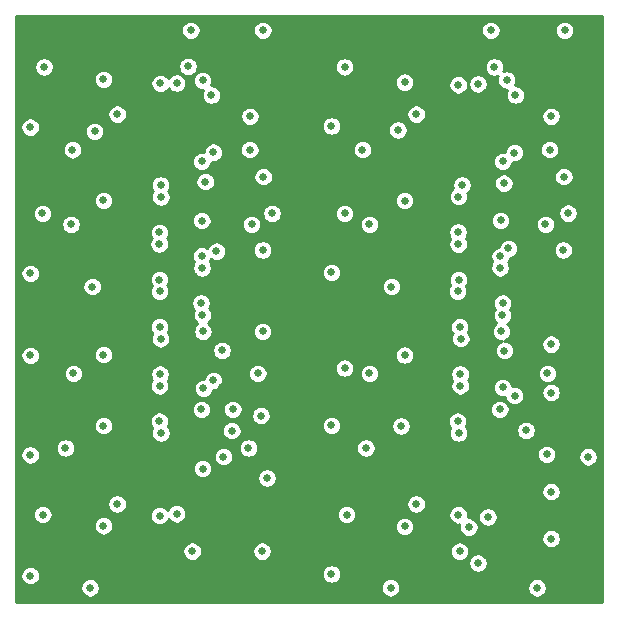
<source format=gbr>
%TF.GenerationSoftware,KiCad,Pcbnew,5.1.9-73d0e3b20d~88~ubuntu20.04.1*%
%TF.CreationDate,2021-02-23T10:44:39-05:00*%
%TF.ProjectId,SiPM_Board,5369504d-5f42-46f6-9172-642e6b696361,rev?*%
%TF.SameCoordinates,Original*%
%TF.FileFunction,Copper,L2,Inr*%
%TF.FilePolarity,Positive*%
%FSLAX46Y46*%
G04 Gerber Fmt 4.6, Leading zero omitted, Abs format (unit mm)*
G04 Created by KiCad (PCBNEW 5.1.9-73d0e3b20d~88~ubuntu20.04.1) date 2021-02-23 10:44:39*
%MOMM*%
%LPD*%
G01*
G04 APERTURE LIST*
%TA.AperFunction,ViaPad*%
%ADD10C,0.635000*%
%TD*%
%TA.AperFunction,Conductor*%
%ADD11C,0.254000*%
%TD*%
%TA.AperFunction,Conductor*%
%ADD12C,0.100000*%
%TD*%
G04 APERTURE END LIST*
D10*
%TO.N,GND*%
X133707308Y-111522692D03*
X133707308Y-103522692D03*
X133707308Y-101522692D03*
X133707308Y-87522692D03*
X133707308Y-115522692D03*
X133707308Y-113522692D03*
X133707308Y-107522692D03*
X133707308Y-105522692D03*
X133707308Y-109522692D03*
X133827308Y-95432692D03*
X133707308Y-85522692D03*
X133707308Y-93522692D03*
X133707308Y-91522692D03*
X133707308Y-89522692D03*
X133707308Y-99522692D03*
X133707308Y-97522692D03*
X159077308Y-111512692D03*
X159077308Y-103512692D03*
X159077308Y-101512692D03*
X159077308Y-87512692D03*
X159077308Y-115512692D03*
X159077308Y-113512692D03*
X159077308Y-107512692D03*
X159077308Y-105512692D03*
X159077308Y-109512692D03*
X159077308Y-95512692D03*
X159077308Y-93512692D03*
X159077308Y-91512692D03*
X159077308Y-89512692D03*
X159077308Y-99512692D03*
X159077308Y-97512692D03*
X143870000Y-89500000D03*
X168940000Y-89490000D03*
X167540000Y-112770000D03*
X132427500Y-113492500D03*
X156700000Y-89510000D03*
X157362500Y-113492500D03*
X132167500Y-88232500D03*
X152860000Y-100000000D03*
X144880000Y-113040000D03*
X132057500Y-107172500D03*
X142670000Y-106620000D03*
X157562500Y-107172500D03*
X132240000Y-94280000D03*
X143870000Y-95620000D03*
X157540000Y-94290000D03*
X168940000Y-95900000D03*
X168940000Y-108800000D03*
X147910000Y-100000000D03*
X159127308Y-85512692D03*
X150000000Y-105400000D03*
%TO.N,/BIAS1*%
X133762700Y-83502700D03*
X142170000Y-95100000D03*
X127570000Y-79500000D03*
X126400000Y-84610000D03*
X132600000Y-90800000D03*
X126400000Y-96980000D03*
X131640000Y-98100000D03*
X144992500Y-86507500D03*
X138800000Y-80870000D03*
X132600000Y-80550000D03*
X129852500Y-92827500D03*
X145142500Y-92827500D03*
X127420000Y-91900000D03*
X129970000Y-86520000D03*
X131855000Y-84955000D03*
X139990000Y-76400000D03*
X146090000Y-76400000D03*
X145000000Y-83680000D03*
X146080000Y-95000000D03*
X146120000Y-88800000D03*
X141210000Y-89220000D03*
%TO.N,/BIAS2*%
X133757366Y-116502634D03*
X131470000Y-123600000D03*
X140110000Y-120500000D03*
X138800000Y-117340000D03*
X126400000Y-112350000D03*
X129382500Y-111767500D03*
X132600000Y-109880000D03*
X141060000Y-106710000D03*
X141020000Y-101900000D03*
X132600000Y-118350000D03*
X146030000Y-120500000D03*
X146440000Y-114300000D03*
X144877500Y-111767500D03*
X130042500Y-105447500D03*
X145670000Y-105450000D03*
X145930000Y-109030000D03*
X127460000Y-117400000D03*
X126400000Y-122580000D03*
X126400000Y-103930000D03*
X132600000Y-103870000D03*
X146070000Y-101900000D03*
%TO.N,Net-(J1-Pad63)*%
X137360000Y-117500000D03*
%TO.N,Net-(J1-Pad61)*%
X140990000Y-113510000D03*
%TO.N,Net-(J1-Pad59)*%
X142747358Y-112502642D03*
%TO.N,Net-(J1-Pad57)*%
X143467356Y-110300000D03*
%TO.N,Net-(J1-Pad55)*%
X137460000Y-110500000D03*
%TO.N,Net-(J1-Pad53)*%
X137330000Y-109500000D03*
%TO.N,Net-(J1-Pad51)*%
X140880000Y-108500000D03*
%TO.N,Net-(J1-Pad49)*%
X143550000Y-108490000D03*
%TO.N,Net-(J1-Pad47)*%
X137360000Y-106510000D03*
%TO.N,Net-(J1-Pad45)*%
X137390000Y-105520000D03*
%TO.N,Net-(J1-Pad43)*%
X141900000Y-106050000D03*
%TO.N,Net-(J1-Pad41)*%
X142640000Y-103500000D03*
%TO.N,Net-(J1-Pad39)*%
X137440000Y-102520000D03*
%TO.N,Net-(J1-Pad37)*%
X137350000Y-101510000D03*
%TO.N,Net-(J1-Pad35)*%
X140970000Y-100500000D03*
%TO.N,Net-(J1-Pad33)*%
X140860000Y-99480000D03*
%TO.N,Net-(J1-Pad31)*%
X137360000Y-98500000D03*
%TO.N,Net-(J1-Pad29)*%
X137340000Y-97510000D03*
%TO.N,Net-(J1-Pad27)*%
X140950000Y-96520000D03*
%TO.N,Net-(J1-Pad25)*%
X140920000Y-95500000D03*
%TO.N,Net-(J1-Pad23)*%
X137320000Y-94500000D03*
%TO.N,Net-(J1-Pad21)*%
X137340000Y-93510000D03*
%TO.N,Net-(J1-Pad19)*%
X140930000Y-92510000D03*
%TO.N,Net-(J1-Pad17)*%
X146870000Y-91900000D03*
%TO.N,Net-(J1-Pad15)*%
X137450000Y-90520000D03*
%TO.N,Net-(J1-Pad13)*%
X137430000Y-89490000D03*
%TO.N,Net-(J1-Pad11)*%
X141900000Y-86720000D03*
%TO.N,Net-(J1-Pad9)*%
X140930000Y-87510000D03*
%TO.N,Net-(J1-Pad7)*%
X137400000Y-80900000D03*
%TO.N,Net-(J1-Pad5)*%
X141730000Y-81890000D03*
%TO.N,Net-(J1-Pad3)*%
X141000000Y-80650000D03*
%TO.N,Net-(J1-Pad1)*%
X139760000Y-79450000D03*
%TO.N,Net-(J2-Pad63)*%
X162630000Y-117420000D03*
%TO.N,Net-(J2-Pad61)*%
X162750000Y-120500000D03*
%TO.N,Net-(J2-Pad59)*%
X169300000Y-123600000D03*
%TO.N,Net-(J2-Pad57)*%
X168380000Y-110280000D03*
%TO.N,Net-(J2-Pad55)*%
X162670000Y-110500000D03*
%TO.N,Net-(J2-Pad53)*%
X162580000Y-109500000D03*
%TO.N,Net-(J2-Pad51)*%
X166157350Y-108502650D03*
%TO.N,Net-(J2-Pad49)*%
X173630000Y-112510000D03*
%TO.N,Net-(J2-Pad47)*%
X162807346Y-106502654D03*
%TO.N,Net-(J2-Pad45)*%
X162797344Y-105502656D03*
%TO.N,Net-(J2-Pad43)*%
X167409603Y-107339603D03*
%TO.N,Net-(J2-Pad41)*%
X166550000Y-103520000D03*
%TO.N,Net-(J2-Pad39)*%
X162852662Y-102502662D03*
%TO.N,Net-(J2-Pad37)*%
X162762664Y-101502664D03*
%TO.N,Net-(J2-Pad35)*%
X166380000Y-100530000D03*
%TO.N,Net-(J2-Pad33)*%
X166400000Y-99500000D03*
%TO.N,Net-(J2-Pad31)*%
X162580000Y-98500000D03*
%TO.N,Net-(J2-Pad29)*%
X162660000Y-97530000D03*
%TO.N,Net-(J2-Pad27)*%
X166180000Y-96510000D03*
%TO.N,Net-(J2-Pad25)*%
X166190000Y-95536064D03*
%TO.N,Net-(J2-Pad23)*%
X162630000Y-94510000D03*
%TO.N,Net-(J2-Pad21)*%
X162620000Y-93480000D03*
%TO.N,Net-(J2-Pad19)*%
X166230000Y-92500000D03*
%TO.N,Net-(J2-Pad17)*%
X171930000Y-91890000D03*
%TO.N,Net-(J2-Pad15)*%
X162645789Y-90474211D03*
%TO.N,Net-(J2-Pad13)*%
X162952688Y-89502688D03*
%TO.N,Net-(J2-Pad11)*%
X167390000Y-86750000D03*
%TO.N,Net-(J2-Pad9)*%
X166407308Y-87502692D03*
%TO.N,Net-(J2-Pad7)*%
X162630000Y-81020000D03*
%TO.N,Net-(J2-Pad5)*%
X167480000Y-81890000D03*
%TO.N,Net-(J2-Pad3)*%
X166730000Y-80600000D03*
%TO.N,Net-(J2-Pad1)*%
X165690000Y-79510000D03*
%TO.N,/BIAS3*%
X159078000Y-83502700D03*
X151900000Y-96900000D03*
X156980000Y-98100000D03*
X153020000Y-91900000D03*
X158100000Y-90820000D03*
X151900000Y-84510000D03*
X166500000Y-89350000D03*
X170382500Y-86507500D03*
X154527500Y-86507500D03*
X164300000Y-80940000D03*
X158100000Y-80790000D03*
X155117500Y-92827500D03*
X170012500Y-92827500D03*
X153020000Y-79500000D03*
X165400000Y-76400000D03*
X171650000Y-76400000D03*
X170500000Y-83680000D03*
X171580000Y-88800000D03*
X171530000Y-95000000D03*
X166881243Y-94871243D03*
X157520000Y-84840000D03*
%TO.N,/BIAS4*%
X159078000Y-116502634D03*
X156910000Y-123600000D03*
X151900000Y-122430000D03*
X153190000Y-117400000D03*
X154812500Y-111767500D03*
X151900000Y-109860000D03*
X166280000Y-101900000D03*
X170500000Y-102980000D03*
X166400000Y-106640000D03*
X170500000Y-107070000D03*
X170500000Y-115470000D03*
X170500000Y-119440000D03*
X157800000Y-109910000D03*
X164300000Y-121510000D03*
X158100000Y-118410000D03*
X170130000Y-112300000D03*
X163530000Y-118470000D03*
X153010000Y-105000000D03*
X170187500Y-105447500D03*
X155122500Y-105447500D03*
X158100000Y-103900000D03*
X165140000Y-117610000D03*
%TD*%
D11*
%TO.N,GND*%
X174787001Y-124787000D02*
X125213000Y-124787000D01*
X125213000Y-123518695D01*
X130644500Y-123518695D01*
X130644500Y-123681305D01*
X130676224Y-123840789D01*
X130738452Y-123991021D01*
X130828792Y-124126225D01*
X130943775Y-124241208D01*
X131078979Y-124331548D01*
X131229211Y-124393776D01*
X131388695Y-124425500D01*
X131551305Y-124425500D01*
X131710789Y-124393776D01*
X131861021Y-124331548D01*
X131996225Y-124241208D01*
X132111208Y-124126225D01*
X132201548Y-123991021D01*
X132263776Y-123840789D01*
X132295500Y-123681305D01*
X132295500Y-123518695D01*
X156084500Y-123518695D01*
X156084500Y-123681305D01*
X156116224Y-123840789D01*
X156178452Y-123991021D01*
X156268792Y-124126225D01*
X156383775Y-124241208D01*
X156518979Y-124331548D01*
X156669211Y-124393776D01*
X156828695Y-124425500D01*
X156991305Y-124425500D01*
X157150789Y-124393776D01*
X157301021Y-124331548D01*
X157436225Y-124241208D01*
X157551208Y-124126225D01*
X157641548Y-123991021D01*
X157703776Y-123840789D01*
X157735500Y-123681305D01*
X157735500Y-123518695D01*
X168474500Y-123518695D01*
X168474500Y-123681305D01*
X168506224Y-123840789D01*
X168568452Y-123991021D01*
X168658792Y-124126225D01*
X168773775Y-124241208D01*
X168908979Y-124331548D01*
X169059211Y-124393776D01*
X169218695Y-124425500D01*
X169381305Y-124425500D01*
X169540789Y-124393776D01*
X169691021Y-124331548D01*
X169826225Y-124241208D01*
X169941208Y-124126225D01*
X170031548Y-123991021D01*
X170093776Y-123840789D01*
X170125500Y-123681305D01*
X170125500Y-123518695D01*
X170093776Y-123359211D01*
X170031548Y-123208979D01*
X169941208Y-123073775D01*
X169826225Y-122958792D01*
X169691021Y-122868452D01*
X169540789Y-122806224D01*
X169381305Y-122774500D01*
X169218695Y-122774500D01*
X169059211Y-122806224D01*
X168908979Y-122868452D01*
X168773775Y-122958792D01*
X168658792Y-123073775D01*
X168568452Y-123208979D01*
X168506224Y-123359211D01*
X168474500Y-123518695D01*
X157735500Y-123518695D01*
X157703776Y-123359211D01*
X157641548Y-123208979D01*
X157551208Y-123073775D01*
X157436225Y-122958792D01*
X157301021Y-122868452D01*
X157150789Y-122806224D01*
X156991305Y-122774500D01*
X156828695Y-122774500D01*
X156669211Y-122806224D01*
X156518979Y-122868452D01*
X156383775Y-122958792D01*
X156268792Y-123073775D01*
X156178452Y-123208979D01*
X156116224Y-123359211D01*
X156084500Y-123518695D01*
X132295500Y-123518695D01*
X132263776Y-123359211D01*
X132201548Y-123208979D01*
X132111208Y-123073775D01*
X131996225Y-122958792D01*
X131861021Y-122868452D01*
X131710789Y-122806224D01*
X131551305Y-122774500D01*
X131388695Y-122774500D01*
X131229211Y-122806224D01*
X131078979Y-122868452D01*
X130943775Y-122958792D01*
X130828792Y-123073775D01*
X130738452Y-123208979D01*
X130676224Y-123359211D01*
X130644500Y-123518695D01*
X125213000Y-123518695D01*
X125213000Y-122498695D01*
X125574500Y-122498695D01*
X125574500Y-122661305D01*
X125606224Y-122820789D01*
X125668452Y-122971021D01*
X125758792Y-123106225D01*
X125873775Y-123221208D01*
X126008979Y-123311548D01*
X126159211Y-123373776D01*
X126318695Y-123405500D01*
X126481305Y-123405500D01*
X126640789Y-123373776D01*
X126791021Y-123311548D01*
X126926225Y-123221208D01*
X127041208Y-123106225D01*
X127131548Y-122971021D01*
X127193776Y-122820789D01*
X127225500Y-122661305D01*
X127225500Y-122498695D01*
X127195663Y-122348695D01*
X151074500Y-122348695D01*
X151074500Y-122511305D01*
X151106224Y-122670789D01*
X151168452Y-122821021D01*
X151258792Y-122956225D01*
X151373775Y-123071208D01*
X151508979Y-123161548D01*
X151659211Y-123223776D01*
X151818695Y-123255500D01*
X151981305Y-123255500D01*
X152140789Y-123223776D01*
X152291021Y-123161548D01*
X152426225Y-123071208D01*
X152541208Y-122956225D01*
X152631548Y-122821021D01*
X152693776Y-122670789D01*
X152725500Y-122511305D01*
X152725500Y-122348695D01*
X152693776Y-122189211D01*
X152631548Y-122038979D01*
X152541208Y-121903775D01*
X152426225Y-121788792D01*
X152291021Y-121698452D01*
X152140789Y-121636224D01*
X151981305Y-121604500D01*
X151818695Y-121604500D01*
X151659211Y-121636224D01*
X151508979Y-121698452D01*
X151373775Y-121788792D01*
X151258792Y-121903775D01*
X151168452Y-122038979D01*
X151106224Y-122189211D01*
X151074500Y-122348695D01*
X127195663Y-122348695D01*
X127193776Y-122339211D01*
X127131548Y-122188979D01*
X127041208Y-122053775D01*
X126926225Y-121938792D01*
X126791021Y-121848452D01*
X126640789Y-121786224D01*
X126481305Y-121754500D01*
X126318695Y-121754500D01*
X126159211Y-121786224D01*
X126008979Y-121848452D01*
X125873775Y-121938792D01*
X125758792Y-122053775D01*
X125668452Y-122188979D01*
X125606224Y-122339211D01*
X125574500Y-122498695D01*
X125213000Y-122498695D01*
X125213000Y-121428695D01*
X163474500Y-121428695D01*
X163474500Y-121591305D01*
X163506224Y-121750789D01*
X163568452Y-121901021D01*
X163658792Y-122036225D01*
X163773775Y-122151208D01*
X163908979Y-122241548D01*
X164059211Y-122303776D01*
X164218695Y-122335500D01*
X164381305Y-122335500D01*
X164540789Y-122303776D01*
X164691021Y-122241548D01*
X164826225Y-122151208D01*
X164941208Y-122036225D01*
X165031548Y-121901021D01*
X165093776Y-121750789D01*
X165125500Y-121591305D01*
X165125500Y-121428695D01*
X165093776Y-121269211D01*
X165031548Y-121118979D01*
X164941208Y-120983775D01*
X164826225Y-120868792D01*
X164691021Y-120778452D01*
X164540789Y-120716224D01*
X164381305Y-120684500D01*
X164218695Y-120684500D01*
X164059211Y-120716224D01*
X163908979Y-120778452D01*
X163773775Y-120868792D01*
X163658792Y-120983775D01*
X163568452Y-121118979D01*
X163506224Y-121269211D01*
X163474500Y-121428695D01*
X125213000Y-121428695D01*
X125213000Y-120418695D01*
X139284500Y-120418695D01*
X139284500Y-120581305D01*
X139316224Y-120740789D01*
X139378452Y-120891021D01*
X139468792Y-121026225D01*
X139583775Y-121141208D01*
X139718979Y-121231548D01*
X139869211Y-121293776D01*
X140028695Y-121325500D01*
X140191305Y-121325500D01*
X140350789Y-121293776D01*
X140501021Y-121231548D01*
X140636225Y-121141208D01*
X140751208Y-121026225D01*
X140841548Y-120891021D01*
X140903776Y-120740789D01*
X140935500Y-120581305D01*
X140935500Y-120418695D01*
X145204500Y-120418695D01*
X145204500Y-120581305D01*
X145236224Y-120740789D01*
X145298452Y-120891021D01*
X145388792Y-121026225D01*
X145503775Y-121141208D01*
X145638979Y-121231548D01*
X145789211Y-121293776D01*
X145948695Y-121325500D01*
X146111305Y-121325500D01*
X146270789Y-121293776D01*
X146421021Y-121231548D01*
X146556225Y-121141208D01*
X146671208Y-121026225D01*
X146761548Y-120891021D01*
X146823776Y-120740789D01*
X146855500Y-120581305D01*
X146855500Y-120418695D01*
X161924500Y-120418695D01*
X161924500Y-120581305D01*
X161956224Y-120740789D01*
X162018452Y-120891021D01*
X162108792Y-121026225D01*
X162223775Y-121141208D01*
X162358979Y-121231548D01*
X162509211Y-121293776D01*
X162668695Y-121325500D01*
X162831305Y-121325500D01*
X162990789Y-121293776D01*
X163141021Y-121231548D01*
X163276225Y-121141208D01*
X163391208Y-121026225D01*
X163481548Y-120891021D01*
X163543776Y-120740789D01*
X163575500Y-120581305D01*
X163575500Y-120418695D01*
X163543776Y-120259211D01*
X163481548Y-120108979D01*
X163391208Y-119973775D01*
X163276225Y-119858792D01*
X163141021Y-119768452D01*
X162990789Y-119706224D01*
X162831305Y-119674500D01*
X162668695Y-119674500D01*
X162509211Y-119706224D01*
X162358979Y-119768452D01*
X162223775Y-119858792D01*
X162108792Y-119973775D01*
X162018452Y-120108979D01*
X161956224Y-120259211D01*
X161924500Y-120418695D01*
X146855500Y-120418695D01*
X146823776Y-120259211D01*
X146761548Y-120108979D01*
X146671208Y-119973775D01*
X146556225Y-119858792D01*
X146421021Y-119768452D01*
X146270789Y-119706224D01*
X146111305Y-119674500D01*
X145948695Y-119674500D01*
X145789211Y-119706224D01*
X145638979Y-119768452D01*
X145503775Y-119858792D01*
X145388792Y-119973775D01*
X145298452Y-120108979D01*
X145236224Y-120259211D01*
X145204500Y-120418695D01*
X140935500Y-120418695D01*
X140903776Y-120259211D01*
X140841548Y-120108979D01*
X140751208Y-119973775D01*
X140636225Y-119858792D01*
X140501021Y-119768452D01*
X140350789Y-119706224D01*
X140191305Y-119674500D01*
X140028695Y-119674500D01*
X139869211Y-119706224D01*
X139718979Y-119768452D01*
X139583775Y-119858792D01*
X139468792Y-119973775D01*
X139378452Y-120108979D01*
X139316224Y-120259211D01*
X139284500Y-120418695D01*
X125213000Y-120418695D01*
X125213000Y-119358695D01*
X169674500Y-119358695D01*
X169674500Y-119521305D01*
X169706224Y-119680789D01*
X169768452Y-119831021D01*
X169858792Y-119966225D01*
X169973775Y-120081208D01*
X170108979Y-120171548D01*
X170259211Y-120233776D01*
X170418695Y-120265500D01*
X170581305Y-120265500D01*
X170740789Y-120233776D01*
X170891021Y-120171548D01*
X171026225Y-120081208D01*
X171141208Y-119966225D01*
X171231548Y-119831021D01*
X171293776Y-119680789D01*
X171325500Y-119521305D01*
X171325500Y-119358695D01*
X171293776Y-119199211D01*
X171231548Y-119048979D01*
X171141208Y-118913775D01*
X171026225Y-118798792D01*
X170891021Y-118708452D01*
X170740789Y-118646224D01*
X170581305Y-118614500D01*
X170418695Y-118614500D01*
X170259211Y-118646224D01*
X170108979Y-118708452D01*
X169973775Y-118798792D01*
X169858792Y-118913775D01*
X169768452Y-119048979D01*
X169706224Y-119199211D01*
X169674500Y-119358695D01*
X125213000Y-119358695D01*
X125213000Y-118268695D01*
X131774500Y-118268695D01*
X131774500Y-118431305D01*
X131806224Y-118590789D01*
X131868452Y-118741021D01*
X131958792Y-118876225D01*
X132073775Y-118991208D01*
X132208979Y-119081548D01*
X132359211Y-119143776D01*
X132518695Y-119175500D01*
X132681305Y-119175500D01*
X132840789Y-119143776D01*
X132991021Y-119081548D01*
X133126225Y-118991208D01*
X133241208Y-118876225D01*
X133331548Y-118741021D01*
X133393776Y-118590789D01*
X133425500Y-118431305D01*
X133425500Y-118328695D01*
X157274500Y-118328695D01*
X157274500Y-118491305D01*
X157306224Y-118650789D01*
X157368452Y-118801021D01*
X157458792Y-118936225D01*
X157573775Y-119051208D01*
X157708979Y-119141548D01*
X157859211Y-119203776D01*
X158018695Y-119235500D01*
X158181305Y-119235500D01*
X158340789Y-119203776D01*
X158491021Y-119141548D01*
X158626225Y-119051208D01*
X158741208Y-118936225D01*
X158831548Y-118801021D01*
X158893776Y-118650789D01*
X158925500Y-118491305D01*
X158925500Y-118328695D01*
X158893776Y-118169211D01*
X158831548Y-118018979D01*
X158741208Y-117883775D01*
X158626225Y-117768792D01*
X158491021Y-117678452D01*
X158340789Y-117616224D01*
X158181305Y-117584500D01*
X158018695Y-117584500D01*
X157859211Y-117616224D01*
X157708979Y-117678452D01*
X157573775Y-117768792D01*
X157458792Y-117883775D01*
X157368452Y-118018979D01*
X157306224Y-118169211D01*
X157274500Y-118328695D01*
X133425500Y-118328695D01*
X133425500Y-118268695D01*
X133393776Y-118109211D01*
X133331548Y-117958979D01*
X133241208Y-117823775D01*
X133126225Y-117708792D01*
X132991021Y-117618452D01*
X132840789Y-117556224D01*
X132681305Y-117524500D01*
X132518695Y-117524500D01*
X132359211Y-117556224D01*
X132208979Y-117618452D01*
X132073775Y-117708792D01*
X131958792Y-117823775D01*
X131868452Y-117958979D01*
X131806224Y-118109211D01*
X131774500Y-118268695D01*
X125213000Y-118268695D01*
X125213000Y-117318695D01*
X126634500Y-117318695D01*
X126634500Y-117481305D01*
X126666224Y-117640789D01*
X126728452Y-117791021D01*
X126818792Y-117926225D01*
X126933775Y-118041208D01*
X127068979Y-118131548D01*
X127219211Y-118193776D01*
X127378695Y-118225500D01*
X127541305Y-118225500D01*
X127700789Y-118193776D01*
X127851021Y-118131548D01*
X127986225Y-118041208D01*
X128101208Y-117926225D01*
X128191548Y-117791021D01*
X128253776Y-117640789D01*
X128285500Y-117481305D01*
X128285500Y-117418695D01*
X136534500Y-117418695D01*
X136534500Y-117581305D01*
X136566224Y-117740789D01*
X136628452Y-117891021D01*
X136718792Y-118026225D01*
X136833775Y-118141208D01*
X136968979Y-118231548D01*
X137119211Y-118293776D01*
X137278695Y-118325500D01*
X137441305Y-118325500D01*
X137600789Y-118293776D01*
X137751021Y-118231548D01*
X137886225Y-118141208D01*
X138001208Y-118026225D01*
X138091548Y-117891021D01*
X138123622Y-117813588D01*
X138158792Y-117866225D01*
X138273775Y-117981208D01*
X138408979Y-118071548D01*
X138559211Y-118133776D01*
X138718695Y-118165500D01*
X138881305Y-118165500D01*
X139040789Y-118133776D01*
X139191021Y-118071548D01*
X139326225Y-117981208D01*
X139441208Y-117866225D01*
X139531548Y-117731021D01*
X139593776Y-117580789D01*
X139625500Y-117421305D01*
X139625500Y-117318695D01*
X152364500Y-117318695D01*
X152364500Y-117481305D01*
X152396224Y-117640789D01*
X152458452Y-117791021D01*
X152548792Y-117926225D01*
X152663775Y-118041208D01*
X152798979Y-118131548D01*
X152949211Y-118193776D01*
X153108695Y-118225500D01*
X153271305Y-118225500D01*
X153430789Y-118193776D01*
X153581021Y-118131548D01*
X153716225Y-118041208D01*
X153831208Y-117926225D01*
X153921548Y-117791021D01*
X153983776Y-117640789D01*
X154015500Y-117481305D01*
X154015500Y-117338695D01*
X161804500Y-117338695D01*
X161804500Y-117501305D01*
X161836224Y-117660789D01*
X161898452Y-117811021D01*
X161988792Y-117946225D01*
X162103775Y-118061208D01*
X162238979Y-118151548D01*
X162389211Y-118213776D01*
X162548695Y-118245500D01*
X162711305Y-118245500D01*
X162733877Y-118241010D01*
X162704500Y-118388695D01*
X162704500Y-118551305D01*
X162736224Y-118710789D01*
X162798452Y-118861021D01*
X162888792Y-118996225D01*
X163003775Y-119111208D01*
X163138979Y-119201548D01*
X163289211Y-119263776D01*
X163448695Y-119295500D01*
X163611305Y-119295500D01*
X163770789Y-119263776D01*
X163921021Y-119201548D01*
X164056225Y-119111208D01*
X164171208Y-118996225D01*
X164261548Y-118861021D01*
X164323776Y-118710789D01*
X164355500Y-118551305D01*
X164355500Y-118388695D01*
X164323776Y-118229211D01*
X164261548Y-118078979D01*
X164171208Y-117943775D01*
X164056225Y-117828792D01*
X163921021Y-117738452D01*
X163770789Y-117676224D01*
X163611305Y-117644500D01*
X163448695Y-117644500D01*
X163426123Y-117648990D01*
X163450051Y-117528695D01*
X164314500Y-117528695D01*
X164314500Y-117691305D01*
X164346224Y-117850789D01*
X164408452Y-118001021D01*
X164498792Y-118136225D01*
X164613775Y-118251208D01*
X164748979Y-118341548D01*
X164899211Y-118403776D01*
X165058695Y-118435500D01*
X165221305Y-118435500D01*
X165380789Y-118403776D01*
X165531021Y-118341548D01*
X165666225Y-118251208D01*
X165781208Y-118136225D01*
X165871548Y-118001021D01*
X165933776Y-117850789D01*
X165965500Y-117691305D01*
X165965500Y-117528695D01*
X165933776Y-117369211D01*
X165871548Y-117218979D01*
X165781208Y-117083775D01*
X165666225Y-116968792D01*
X165531021Y-116878452D01*
X165380789Y-116816224D01*
X165221305Y-116784500D01*
X165058695Y-116784500D01*
X164899211Y-116816224D01*
X164748979Y-116878452D01*
X164613775Y-116968792D01*
X164498792Y-117083775D01*
X164408452Y-117218979D01*
X164346224Y-117369211D01*
X164314500Y-117528695D01*
X163450051Y-117528695D01*
X163455500Y-117501305D01*
X163455500Y-117338695D01*
X163423776Y-117179211D01*
X163361548Y-117028979D01*
X163271208Y-116893775D01*
X163156225Y-116778792D01*
X163021021Y-116688452D01*
X162870789Y-116626224D01*
X162711305Y-116594500D01*
X162548695Y-116594500D01*
X162389211Y-116626224D01*
X162238979Y-116688452D01*
X162103775Y-116778792D01*
X161988792Y-116893775D01*
X161898452Y-117028979D01*
X161836224Y-117179211D01*
X161804500Y-117338695D01*
X154015500Y-117338695D01*
X154015500Y-117318695D01*
X153983776Y-117159211D01*
X153921548Y-117008979D01*
X153831208Y-116873775D01*
X153716225Y-116758792D01*
X153581021Y-116668452D01*
X153430789Y-116606224D01*
X153271305Y-116574500D01*
X153108695Y-116574500D01*
X152949211Y-116606224D01*
X152798979Y-116668452D01*
X152663775Y-116758792D01*
X152548792Y-116873775D01*
X152458452Y-117008979D01*
X152396224Y-117159211D01*
X152364500Y-117318695D01*
X139625500Y-117318695D01*
X139625500Y-117258695D01*
X139593776Y-117099211D01*
X139531548Y-116948979D01*
X139441208Y-116813775D01*
X139326225Y-116698792D01*
X139191021Y-116608452D01*
X139040789Y-116546224D01*
X138881305Y-116514500D01*
X138718695Y-116514500D01*
X138559211Y-116546224D01*
X138408979Y-116608452D01*
X138273775Y-116698792D01*
X138158792Y-116813775D01*
X138068452Y-116948979D01*
X138036378Y-117026412D01*
X138001208Y-116973775D01*
X137886225Y-116858792D01*
X137751021Y-116768452D01*
X137600789Y-116706224D01*
X137441305Y-116674500D01*
X137278695Y-116674500D01*
X137119211Y-116706224D01*
X136968979Y-116768452D01*
X136833775Y-116858792D01*
X136718792Y-116973775D01*
X136628452Y-117108979D01*
X136566224Y-117259211D01*
X136534500Y-117418695D01*
X128285500Y-117418695D01*
X128285500Y-117318695D01*
X128253776Y-117159211D01*
X128191548Y-117008979D01*
X128101208Y-116873775D01*
X127986225Y-116758792D01*
X127851021Y-116668452D01*
X127700789Y-116606224D01*
X127541305Y-116574500D01*
X127378695Y-116574500D01*
X127219211Y-116606224D01*
X127068979Y-116668452D01*
X126933775Y-116758792D01*
X126818792Y-116873775D01*
X126728452Y-117008979D01*
X126666224Y-117159211D01*
X126634500Y-117318695D01*
X125213000Y-117318695D01*
X125213000Y-116421329D01*
X132931866Y-116421329D01*
X132931866Y-116583939D01*
X132963590Y-116743423D01*
X133025818Y-116893655D01*
X133116158Y-117028859D01*
X133231141Y-117143842D01*
X133366345Y-117234182D01*
X133516577Y-117296410D01*
X133676061Y-117328134D01*
X133838671Y-117328134D01*
X133998155Y-117296410D01*
X134148387Y-117234182D01*
X134283591Y-117143842D01*
X134398574Y-117028859D01*
X134488914Y-116893655D01*
X134551142Y-116743423D01*
X134582866Y-116583939D01*
X134582866Y-116421329D01*
X158252500Y-116421329D01*
X158252500Y-116583939D01*
X158284224Y-116743423D01*
X158346452Y-116893655D01*
X158436792Y-117028859D01*
X158551775Y-117143842D01*
X158686979Y-117234182D01*
X158837211Y-117296410D01*
X158996695Y-117328134D01*
X159159305Y-117328134D01*
X159318789Y-117296410D01*
X159469021Y-117234182D01*
X159604225Y-117143842D01*
X159719208Y-117028859D01*
X159809548Y-116893655D01*
X159871776Y-116743423D01*
X159903500Y-116583939D01*
X159903500Y-116421329D01*
X159871776Y-116261845D01*
X159809548Y-116111613D01*
X159719208Y-115976409D01*
X159604225Y-115861426D01*
X159469021Y-115771086D01*
X159318789Y-115708858D01*
X159159305Y-115677134D01*
X158996695Y-115677134D01*
X158837211Y-115708858D01*
X158686979Y-115771086D01*
X158551775Y-115861426D01*
X158436792Y-115976409D01*
X158346452Y-116111613D01*
X158284224Y-116261845D01*
X158252500Y-116421329D01*
X134582866Y-116421329D01*
X134551142Y-116261845D01*
X134488914Y-116111613D01*
X134398574Y-115976409D01*
X134283591Y-115861426D01*
X134148387Y-115771086D01*
X133998155Y-115708858D01*
X133838671Y-115677134D01*
X133676061Y-115677134D01*
X133516577Y-115708858D01*
X133366345Y-115771086D01*
X133231141Y-115861426D01*
X133116158Y-115976409D01*
X133025818Y-116111613D01*
X132963590Y-116261845D01*
X132931866Y-116421329D01*
X125213000Y-116421329D01*
X125213000Y-115388695D01*
X169674500Y-115388695D01*
X169674500Y-115551305D01*
X169706224Y-115710789D01*
X169768452Y-115861021D01*
X169858792Y-115996225D01*
X169973775Y-116111208D01*
X170108979Y-116201548D01*
X170259211Y-116263776D01*
X170418695Y-116295500D01*
X170581305Y-116295500D01*
X170740789Y-116263776D01*
X170891021Y-116201548D01*
X171026225Y-116111208D01*
X171141208Y-115996225D01*
X171231548Y-115861021D01*
X171293776Y-115710789D01*
X171325500Y-115551305D01*
X171325500Y-115388695D01*
X171293776Y-115229211D01*
X171231548Y-115078979D01*
X171141208Y-114943775D01*
X171026225Y-114828792D01*
X170891021Y-114738452D01*
X170740789Y-114676224D01*
X170581305Y-114644500D01*
X170418695Y-114644500D01*
X170259211Y-114676224D01*
X170108979Y-114738452D01*
X169973775Y-114828792D01*
X169858792Y-114943775D01*
X169768452Y-115078979D01*
X169706224Y-115229211D01*
X169674500Y-115388695D01*
X125213000Y-115388695D01*
X125213000Y-113428695D01*
X140164500Y-113428695D01*
X140164500Y-113591305D01*
X140196224Y-113750789D01*
X140258452Y-113901021D01*
X140348792Y-114036225D01*
X140463775Y-114151208D01*
X140598979Y-114241548D01*
X140749211Y-114303776D01*
X140908695Y-114335500D01*
X141071305Y-114335500D01*
X141230789Y-114303776D01*
X141381021Y-114241548D01*
X141415223Y-114218695D01*
X145614500Y-114218695D01*
X145614500Y-114381305D01*
X145646224Y-114540789D01*
X145708452Y-114691021D01*
X145798792Y-114826225D01*
X145913775Y-114941208D01*
X146048979Y-115031548D01*
X146199211Y-115093776D01*
X146358695Y-115125500D01*
X146521305Y-115125500D01*
X146680789Y-115093776D01*
X146831021Y-115031548D01*
X146966225Y-114941208D01*
X147081208Y-114826225D01*
X147171548Y-114691021D01*
X147233776Y-114540789D01*
X147265500Y-114381305D01*
X147265500Y-114218695D01*
X147233776Y-114059211D01*
X147171548Y-113908979D01*
X147081208Y-113773775D01*
X146966225Y-113658792D01*
X146831021Y-113568452D01*
X146680789Y-113506224D01*
X146521305Y-113474500D01*
X146358695Y-113474500D01*
X146199211Y-113506224D01*
X146048979Y-113568452D01*
X145913775Y-113658792D01*
X145798792Y-113773775D01*
X145708452Y-113908979D01*
X145646224Y-114059211D01*
X145614500Y-114218695D01*
X141415223Y-114218695D01*
X141516225Y-114151208D01*
X141631208Y-114036225D01*
X141721548Y-113901021D01*
X141783776Y-113750789D01*
X141815500Y-113591305D01*
X141815500Y-113428695D01*
X141783776Y-113269211D01*
X141721548Y-113118979D01*
X141631208Y-112983775D01*
X141516225Y-112868792D01*
X141381021Y-112778452D01*
X141230789Y-112716224D01*
X141071305Y-112684500D01*
X140908695Y-112684500D01*
X140749211Y-112716224D01*
X140598979Y-112778452D01*
X140463775Y-112868792D01*
X140348792Y-112983775D01*
X140258452Y-113118979D01*
X140196224Y-113269211D01*
X140164500Y-113428695D01*
X125213000Y-113428695D01*
X125213000Y-112268695D01*
X125574500Y-112268695D01*
X125574500Y-112431305D01*
X125606224Y-112590789D01*
X125668452Y-112741021D01*
X125758792Y-112876225D01*
X125873775Y-112991208D01*
X126008979Y-113081548D01*
X126159211Y-113143776D01*
X126318695Y-113175500D01*
X126481305Y-113175500D01*
X126640789Y-113143776D01*
X126791021Y-113081548D01*
X126926225Y-112991208D01*
X127041208Y-112876225D01*
X127131548Y-112741021D01*
X127193776Y-112590789D01*
X127225500Y-112431305D01*
X127225500Y-112268695D01*
X127193776Y-112109211D01*
X127131548Y-111958979D01*
X127041208Y-111823775D01*
X126926225Y-111708792D01*
X126892407Y-111686195D01*
X128557000Y-111686195D01*
X128557000Y-111848805D01*
X128588724Y-112008289D01*
X128650952Y-112158521D01*
X128741292Y-112293725D01*
X128856275Y-112408708D01*
X128991479Y-112499048D01*
X129141711Y-112561276D01*
X129301195Y-112593000D01*
X129463805Y-112593000D01*
X129623289Y-112561276D01*
X129773521Y-112499048D01*
X129889824Y-112421337D01*
X141921858Y-112421337D01*
X141921858Y-112583947D01*
X141953582Y-112743431D01*
X142015810Y-112893663D01*
X142106150Y-113028867D01*
X142221133Y-113143850D01*
X142356337Y-113234190D01*
X142506569Y-113296418D01*
X142666053Y-113328142D01*
X142828663Y-113328142D01*
X142988147Y-113296418D01*
X143138379Y-113234190D01*
X143273583Y-113143850D01*
X143388566Y-113028867D01*
X143478906Y-112893663D01*
X143541134Y-112743431D01*
X143572858Y-112583947D01*
X143572858Y-112421337D01*
X143541134Y-112261853D01*
X143478906Y-112111621D01*
X143388566Y-111976417D01*
X143273583Y-111861434D01*
X143138379Y-111771094D01*
X142988147Y-111708866D01*
X142874175Y-111686195D01*
X144052000Y-111686195D01*
X144052000Y-111848805D01*
X144083724Y-112008289D01*
X144145952Y-112158521D01*
X144236292Y-112293725D01*
X144351275Y-112408708D01*
X144486479Y-112499048D01*
X144636711Y-112561276D01*
X144796195Y-112593000D01*
X144958805Y-112593000D01*
X145118289Y-112561276D01*
X145268521Y-112499048D01*
X145403725Y-112408708D01*
X145518708Y-112293725D01*
X145609048Y-112158521D01*
X145671276Y-112008289D01*
X145703000Y-111848805D01*
X145703000Y-111686195D01*
X153987000Y-111686195D01*
X153987000Y-111848805D01*
X154018724Y-112008289D01*
X154080952Y-112158521D01*
X154171292Y-112293725D01*
X154286275Y-112408708D01*
X154421479Y-112499048D01*
X154571711Y-112561276D01*
X154731195Y-112593000D01*
X154893805Y-112593000D01*
X155053289Y-112561276D01*
X155203521Y-112499048D01*
X155338725Y-112408708D01*
X155453708Y-112293725D01*
X155503841Y-112218695D01*
X169304500Y-112218695D01*
X169304500Y-112381305D01*
X169336224Y-112540789D01*
X169398452Y-112691021D01*
X169488792Y-112826225D01*
X169603775Y-112941208D01*
X169738979Y-113031548D01*
X169889211Y-113093776D01*
X170048695Y-113125500D01*
X170211305Y-113125500D01*
X170370789Y-113093776D01*
X170521021Y-113031548D01*
X170656225Y-112941208D01*
X170771208Y-112826225D01*
X170861548Y-112691021D01*
X170923776Y-112540789D01*
X170946073Y-112428695D01*
X172804500Y-112428695D01*
X172804500Y-112591305D01*
X172836224Y-112750789D01*
X172898452Y-112901021D01*
X172988792Y-113036225D01*
X173103775Y-113151208D01*
X173238979Y-113241548D01*
X173389211Y-113303776D01*
X173548695Y-113335500D01*
X173711305Y-113335500D01*
X173870789Y-113303776D01*
X174021021Y-113241548D01*
X174156225Y-113151208D01*
X174271208Y-113036225D01*
X174361548Y-112901021D01*
X174423776Y-112750789D01*
X174455500Y-112591305D01*
X174455500Y-112428695D01*
X174423776Y-112269211D01*
X174361548Y-112118979D01*
X174271208Y-111983775D01*
X174156225Y-111868792D01*
X174021021Y-111778452D01*
X173870789Y-111716224D01*
X173711305Y-111684500D01*
X173548695Y-111684500D01*
X173389211Y-111716224D01*
X173238979Y-111778452D01*
X173103775Y-111868792D01*
X172988792Y-111983775D01*
X172898452Y-112118979D01*
X172836224Y-112269211D01*
X172804500Y-112428695D01*
X170946073Y-112428695D01*
X170955500Y-112381305D01*
X170955500Y-112218695D01*
X170923776Y-112059211D01*
X170861548Y-111908979D01*
X170771208Y-111773775D01*
X170656225Y-111658792D01*
X170521021Y-111568452D01*
X170370789Y-111506224D01*
X170211305Y-111474500D01*
X170048695Y-111474500D01*
X169889211Y-111506224D01*
X169738979Y-111568452D01*
X169603775Y-111658792D01*
X169488792Y-111773775D01*
X169398452Y-111908979D01*
X169336224Y-112059211D01*
X169304500Y-112218695D01*
X155503841Y-112218695D01*
X155544048Y-112158521D01*
X155606276Y-112008289D01*
X155638000Y-111848805D01*
X155638000Y-111686195D01*
X155606276Y-111526711D01*
X155544048Y-111376479D01*
X155453708Y-111241275D01*
X155338725Y-111126292D01*
X155203521Y-111035952D01*
X155053289Y-110973724D01*
X154893805Y-110942000D01*
X154731195Y-110942000D01*
X154571711Y-110973724D01*
X154421479Y-111035952D01*
X154286275Y-111126292D01*
X154171292Y-111241275D01*
X154080952Y-111376479D01*
X154018724Y-111526711D01*
X153987000Y-111686195D01*
X145703000Y-111686195D01*
X145671276Y-111526711D01*
X145609048Y-111376479D01*
X145518708Y-111241275D01*
X145403725Y-111126292D01*
X145268521Y-111035952D01*
X145118289Y-110973724D01*
X144958805Y-110942000D01*
X144796195Y-110942000D01*
X144636711Y-110973724D01*
X144486479Y-111035952D01*
X144351275Y-111126292D01*
X144236292Y-111241275D01*
X144145952Y-111376479D01*
X144083724Y-111526711D01*
X144052000Y-111686195D01*
X142874175Y-111686195D01*
X142828663Y-111677142D01*
X142666053Y-111677142D01*
X142506569Y-111708866D01*
X142356337Y-111771094D01*
X142221133Y-111861434D01*
X142106150Y-111976417D01*
X142015810Y-112111621D01*
X141953582Y-112261853D01*
X141921858Y-112421337D01*
X129889824Y-112421337D01*
X129908725Y-112408708D01*
X130023708Y-112293725D01*
X130114048Y-112158521D01*
X130176276Y-112008289D01*
X130208000Y-111848805D01*
X130208000Y-111686195D01*
X130176276Y-111526711D01*
X130114048Y-111376479D01*
X130023708Y-111241275D01*
X129908725Y-111126292D01*
X129773521Y-111035952D01*
X129623289Y-110973724D01*
X129463805Y-110942000D01*
X129301195Y-110942000D01*
X129141711Y-110973724D01*
X128991479Y-111035952D01*
X128856275Y-111126292D01*
X128741292Y-111241275D01*
X128650952Y-111376479D01*
X128588724Y-111526711D01*
X128557000Y-111686195D01*
X126892407Y-111686195D01*
X126791021Y-111618452D01*
X126640789Y-111556224D01*
X126481305Y-111524500D01*
X126318695Y-111524500D01*
X126159211Y-111556224D01*
X126008979Y-111618452D01*
X125873775Y-111708792D01*
X125758792Y-111823775D01*
X125668452Y-111958979D01*
X125606224Y-112109211D01*
X125574500Y-112268695D01*
X125213000Y-112268695D01*
X125213000Y-109798695D01*
X131774500Y-109798695D01*
X131774500Y-109961305D01*
X131806224Y-110120789D01*
X131868452Y-110271021D01*
X131958792Y-110406225D01*
X132073775Y-110521208D01*
X132208979Y-110611548D01*
X132359211Y-110673776D01*
X132518695Y-110705500D01*
X132681305Y-110705500D01*
X132840789Y-110673776D01*
X132991021Y-110611548D01*
X133126225Y-110521208D01*
X133241208Y-110406225D01*
X133331548Y-110271021D01*
X133393776Y-110120789D01*
X133425500Y-109961305D01*
X133425500Y-109798695D01*
X133393776Y-109639211D01*
X133331548Y-109488979D01*
X133284586Y-109418695D01*
X136504500Y-109418695D01*
X136504500Y-109581305D01*
X136536224Y-109740789D01*
X136598452Y-109891021D01*
X136688792Y-110026225D01*
X136745713Y-110083146D01*
X136728452Y-110108979D01*
X136666224Y-110259211D01*
X136634500Y-110418695D01*
X136634500Y-110581305D01*
X136666224Y-110740789D01*
X136728452Y-110891021D01*
X136818792Y-111026225D01*
X136933775Y-111141208D01*
X137068979Y-111231548D01*
X137219211Y-111293776D01*
X137378695Y-111325500D01*
X137541305Y-111325500D01*
X137700789Y-111293776D01*
X137851021Y-111231548D01*
X137986225Y-111141208D01*
X138101208Y-111026225D01*
X138191548Y-110891021D01*
X138253776Y-110740789D01*
X138285500Y-110581305D01*
X138285500Y-110418695D01*
X138253776Y-110259211D01*
X138236994Y-110218695D01*
X142641856Y-110218695D01*
X142641856Y-110381305D01*
X142673580Y-110540789D01*
X142735808Y-110691021D01*
X142826148Y-110826225D01*
X142941131Y-110941208D01*
X143076335Y-111031548D01*
X143226567Y-111093776D01*
X143386051Y-111125500D01*
X143548661Y-111125500D01*
X143708145Y-111093776D01*
X143858377Y-111031548D01*
X143993581Y-110941208D01*
X144108564Y-110826225D01*
X144198904Y-110691021D01*
X144261132Y-110540789D01*
X144292856Y-110381305D01*
X144292856Y-110218695D01*
X144261132Y-110059211D01*
X144198904Y-109908979D01*
X144108564Y-109773775D01*
X143993581Y-109658792D01*
X143858377Y-109568452D01*
X143708145Y-109506224D01*
X143548661Y-109474500D01*
X143386051Y-109474500D01*
X143226567Y-109506224D01*
X143076335Y-109568452D01*
X142941131Y-109658792D01*
X142826148Y-109773775D01*
X142735808Y-109908979D01*
X142673580Y-110059211D01*
X142641856Y-110218695D01*
X138236994Y-110218695D01*
X138191548Y-110108979D01*
X138101208Y-109973775D01*
X138044287Y-109916854D01*
X138061548Y-109891021D01*
X138123776Y-109740789D01*
X138155500Y-109581305D01*
X138155500Y-109418695D01*
X138123776Y-109259211D01*
X138061548Y-109108979D01*
X137971208Y-108973775D01*
X137856225Y-108858792D01*
X137721021Y-108768452D01*
X137570789Y-108706224D01*
X137411305Y-108674500D01*
X137248695Y-108674500D01*
X137089211Y-108706224D01*
X136938979Y-108768452D01*
X136803775Y-108858792D01*
X136688792Y-108973775D01*
X136598452Y-109108979D01*
X136536224Y-109259211D01*
X136504500Y-109418695D01*
X133284586Y-109418695D01*
X133241208Y-109353775D01*
X133126225Y-109238792D01*
X132991021Y-109148452D01*
X132840789Y-109086224D01*
X132681305Y-109054500D01*
X132518695Y-109054500D01*
X132359211Y-109086224D01*
X132208979Y-109148452D01*
X132073775Y-109238792D01*
X131958792Y-109353775D01*
X131868452Y-109488979D01*
X131806224Y-109639211D01*
X131774500Y-109798695D01*
X125213000Y-109798695D01*
X125213000Y-108418695D01*
X140054500Y-108418695D01*
X140054500Y-108581305D01*
X140086224Y-108740789D01*
X140148452Y-108891021D01*
X140238792Y-109026225D01*
X140353775Y-109141208D01*
X140488979Y-109231548D01*
X140639211Y-109293776D01*
X140798695Y-109325500D01*
X140961305Y-109325500D01*
X141120789Y-109293776D01*
X141271021Y-109231548D01*
X141406225Y-109141208D01*
X141521208Y-109026225D01*
X141611548Y-108891021D01*
X141673776Y-108740789D01*
X141705500Y-108581305D01*
X141705500Y-108418695D01*
X141703511Y-108408695D01*
X142724500Y-108408695D01*
X142724500Y-108571305D01*
X142756224Y-108730789D01*
X142818452Y-108881021D01*
X142908792Y-109016225D01*
X143023775Y-109131208D01*
X143158979Y-109221548D01*
X143309211Y-109283776D01*
X143468695Y-109315500D01*
X143631305Y-109315500D01*
X143790789Y-109283776D01*
X143941021Y-109221548D01*
X144076225Y-109131208D01*
X144191208Y-109016225D01*
X144236329Y-108948695D01*
X145104500Y-108948695D01*
X145104500Y-109111305D01*
X145136224Y-109270789D01*
X145198452Y-109421021D01*
X145288792Y-109556225D01*
X145403775Y-109671208D01*
X145538979Y-109761548D01*
X145689211Y-109823776D01*
X145848695Y-109855500D01*
X146011305Y-109855500D01*
X146170789Y-109823776D01*
X146279624Y-109778695D01*
X151074500Y-109778695D01*
X151074500Y-109941305D01*
X151106224Y-110100789D01*
X151168452Y-110251021D01*
X151258792Y-110386225D01*
X151373775Y-110501208D01*
X151508979Y-110591548D01*
X151659211Y-110653776D01*
X151818695Y-110685500D01*
X151981305Y-110685500D01*
X152140789Y-110653776D01*
X152291021Y-110591548D01*
X152426225Y-110501208D01*
X152541208Y-110386225D01*
X152631548Y-110251021D01*
X152693776Y-110100789D01*
X152725500Y-109941305D01*
X152725500Y-109828695D01*
X156974500Y-109828695D01*
X156974500Y-109991305D01*
X157006224Y-110150789D01*
X157068452Y-110301021D01*
X157158792Y-110436225D01*
X157273775Y-110551208D01*
X157408979Y-110641548D01*
X157559211Y-110703776D01*
X157718695Y-110735500D01*
X157881305Y-110735500D01*
X158040789Y-110703776D01*
X158191021Y-110641548D01*
X158326225Y-110551208D01*
X158441208Y-110436225D01*
X158531548Y-110301021D01*
X158593776Y-110150789D01*
X158625500Y-109991305D01*
X158625500Y-109828695D01*
X158593776Y-109669211D01*
X158531548Y-109518979D01*
X158464541Y-109418695D01*
X161754500Y-109418695D01*
X161754500Y-109581305D01*
X161786224Y-109740789D01*
X161848452Y-109891021D01*
X161938792Y-110026225D01*
X161971735Y-110059168D01*
X161938452Y-110108979D01*
X161876224Y-110259211D01*
X161844500Y-110418695D01*
X161844500Y-110581305D01*
X161876224Y-110740789D01*
X161938452Y-110891021D01*
X162028792Y-111026225D01*
X162143775Y-111141208D01*
X162278979Y-111231548D01*
X162429211Y-111293776D01*
X162588695Y-111325500D01*
X162751305Y-111325500D01*
X162910789Y-111293776D01*
X163061021Y-111231548D01*
X163196225Y-111141208D01*
X163311208Y-111026225D01*
X163401548Y-110891021D01*
X163463776Y-110740789D01*
X163495500Y-110581305D01*
X163495500Y-110418695D01*
X163463776Y-110259211D01*
X163438710Y-110198695D01*
X167554500Y-110198695D01*
X167554500Y-110361305D01*
X167586224Y-110520789D01*
X167648452Y-110671021D01*
X167738792Y-110806225D01*
X167853775Y-110921208D01*
X167988979Y-111011548D01*
X168139211Y-111073776D01*
X168298695Y-111105500D01*
X168461305Y-111105500D01*
X168620789Y-111073776D01*
X168771021Y-111011548D01*
X168906225Y-110921208D01*
X169021208Y-110806225D01*
X169111548Y-110671021D01*
X169173776Y-110520789D01*
X169205500Y-110361305D01*
X169205500Y-110198695D01*
X169173776Y-110039211D01*
X169111548Y-109888979D01*
X169021208Y-109753775D01*
X168906225Y-109638792D01*
X168771021Y-109548452D01*
X168620789Y-109486224D01*
X168461305Y-109454500D01*
X168298695Y-109454500D01*
X168139211Y-109486224D01*
X167988979Y-109548452D01*
X167853775Y-109638792D01*
X167738792Y-109753775D01*
X167648452Y-109888979D01*
X167586224Y-110039211D01*
X167554500Y-110198695D01*
X163438710Y-110198695D01*
X163401548Y-110108979D01*
X163311208Y-109973775D01*
X163278265Y-109940832D01*
X163311548Y-109891021D01*
X163373776Y-109740789D01*
X163405500Y-109581305D01*
X163405500Y-109418695D01*
X163373776Y-109259211D01*
X163311548Y-109108979D01*
X163221208Y-108973775D01*
X163106225Y-108858792D01*
X162971021Y-108768452D01*
X162820789Y-108706224D01*
X162661305Y-108674500D01*
X162498695Y-108674500D01*
X162339211Y-108706224D01*
X162188979Y-108768452D01*
X162053775Y-108858792D01*
X161938792Y-108973775D01*
X161848452Y-109108979D01*
X161786224Y-109259211D01*
X161754500Y-109418695D01*
X158464541Y-109418695D01*
X158441208Y-109383775D01*
X158326225Y-109268792D01*
X158191021Y-109178452D01*
X158040789Y-109116224D01*
X157881305Y-109084500D01*
X157718695Y-109084500D01*
X157559211Y-109116224D01*
X157408979Y-109178452D01*
X157273775Y-109268792D01*
X157158792Y-109383775D01*
X157068452Y-109518979D01*
X157006224Y-109669211D01*
X156974500Y-109828695D01*
X152725500Y-109828695D01*
X152725500Y-109778695D01*
X152693776Y-109619211D01*
X152631548Y-109468979D01*
X152541208Y-109333775D01*
X152426225Y-109218792D01*
X152291021Y-109128452D01*
X152140789Y-109066224D01*
X151981305Y-109034500D01*
X151818695Y-109034500D01*
X151659211Y-109066224D01*
X151508979Y-109128452D01*
X151373775Y-109218792D01*
X151258792Y-109333775D01*
X151168452Y-109468979D01*
X151106224Y-109619211D01*
X151074500Y-109778695D01*
X146279624Y-109778695D01*
X146321021Y-109761548D01*
X146456225Y-109671208D01*
X146571208Y-109556225D01*
X146661548Y-109421021D01*
X146723776Y-109270789D01*
X146755500Y-109111305D01*
X146755500Y-108948695D01*
X146723776Y-108789211D01*
X146661548Y-108638979D01*
X146571208Y-108503775D01*
X146488778Y-108421345D01*
X165331850Y-108421345D01*
X165331850Y-108583955D01*
X165363574Y-108743439D01*
X165425802Y-108893671D01*
X165516142Y-109028875D01*
X165631125Y-109143858D01*
X165766329Y-109234198D01*
X165916561Y-109296426D01*
X166076045Y-109328150D01*
X166238655Y-109328150D01*
X166398139Y-109296426D01*
X166548371Y-109234198D01*
X166683575Y-109143858D01*
X166798558Y-109028875D01*
X166888898Y-108893671D01*
X166951126Y-108743439D01*
X166982850Y-108583955D01*
X166982850Y-108421345D01*
X166951126Y-108261861D01*
X166888898Y-108111629D01*
X166798558Y-107976425D01*
X166683575Y-107861442D01*
X166548371Y-107771102D01*
X166398139Y-107708874D01*
X166238655Y-107677150D01*
X166076045Y-107677150D01*
X165916561Y-107708874D01*
X165766329Y-107771102D01*
X165631125Y-107861442D01*
X165516142Y-107976425D01*
X165425802Y-108111629D01*
X165363574Y-108261861D01*
X165331850Y-108421345D01*
X146488778Y-108421345D01*
X146456225Y-108388792D01*
X146321021Y-108298452D01*
X146170789Y-108236224D01*
X146011305Y-108204500D01*
X145848695Y-108204500D01*
X145689211Y-108236224D01*
X145538979Y-108298452D01*
X145403775Y-108388792D01*
X145288792Y-108503775D01*
X145198452Y-108638979D01*
X145136224Y-108789211D01*
X145104500Y-108948695D01*
X144236329Y-108948695D01*
X144281548Y-108881021D01*
X144343776Y-108730789D01*
X144375500Y-108571305D01*
X144375500Y-108408695D01*
X144343776Y-108249211D01*
X144281548Y-108098979D01*
X144191208Y-107963775D01*
X144076225Y-107848792D01*
X143941021Y-107758452D01*
X143790789Y-107696224D01*
X143631305Y-107664500D01*
X143468695Y-107664500D01*
X143309211Y-107696224D01*
X143158979Y-107758452D01*
X143023775Y-107848792D01*
X142908792Y-107963775D01*
X142818452Y-108098979D01*
X142756224Y-108249211D01*
X142724500Y-108408695D01*
X141703511Y-108408695D01*
X141673776Y-108259211D01*
X141611548Y-108108979D01*
X141521208Y-107973775D01*
X141406225Y-107858792D01*
X141271021Y-107768452D01*
X141120789Y-107706224D01*
X140961305Y-107674500D01*
X140798695Y-107674500D01*
X140639211Y-107706224D01*
X140488979Y-107768452D01*
X140353775Y-107858792D01*
X140238792Y-107973775D01*
X140148452Y-108108979D01*
X140086224Y-108259211D01*
X140054500Y-108418695D01*
X125213000Y-108418695D01*
X125213000Y-106428695D01*
X136534500Y-106428695D01*
X136534500Y-106591305D01*
X136566224Y-106750789D01*
X136628452Y-106901021D01*
X136718792Y-107036225D01*
X136833775Y-107151208D01*
X136968979Y-107241548D01*
X137119211Y-107303776D01*
X137278695Y-107335500D01*
X137441305Y-107335500D01*
X137600789Y-107303776D01*
X137751021Y-107241548D01*
X137886225Y-107151208D01*
X138001208Y-107036225D01*
X138091548Y-106901021D01*
X138153776Y-106750789D01*
X138178062Y-106628695D01*
X140234500Y-106628695D01*
X140234500Y-106791305D01*
X140266224Y-106950789D01*
X140328452Y-107101021D01*
X140418792Y-107236225D01*
X140533775Y-107351208D01*
X140668979Y-107441548D01*
X140819211Y-107503776D01*
X140978695Y-107535500D01*
X141141305Y-107535500D01*
X141300789Y-107503776D01*
X141451021Y-107441548D01*
X141586225Y-107351208D01*
X141701208Y-107236225D01*
X141791548Y-107101021D01*
X141853776Y-106950789D01*
X141868752Y-106875500D01*
X141981305Y-106875500D01*
X142140789Y-106843776D01*
X142291021Y-106781548D01*
X142426225Y-106691208D01*
X142541208Y-106576225D01*
X142631548Y-106441021D01*
X142693776Y-106290789D01*
X142725500Y-106131305D01*
X142725500Y-105968695D01*
X142693776Y-105809211D01*
X142631548Y-105658979D01*
X142541208Y-105523775D01*
X142426225Y-105408792D01*
X142366216Y-105368695D01*
X144844500Y-105368695D01*
X144844500Y-105531305D01*
X144876224Y-105690789D01*
X144938452Y-105841021D01*
X145028792Y-105976225D01*
X145143775Y-106091208D01*
X145278979Y-106181548D01*
X145429211Y-106243776D01*
X145588695Y-106275500D01*
X145751305Y-106275500D01*
X145910789Y-106243776D01*
X146061021Y-106181548D01*
X146196225Y-106091208D01*
X146311208Y-105976225D01*
X146401548Y-105841021D01*
X146463776Y-105690789D01*
X146495500Y-105531305D01*
X146495500Y-105368695D01*
X146463776Y-105209211D01*
X146401548Y-105058979D01*
X146311208Y-104923775D01*
X146306128Y-104918695D01*
X152184500Y-104918695D01*
X152184500Y-105081305D01*
X152216224Y-105240789D01*
X152278452Y-105391021D01*
X152368792Y-105526225D01*
X152483775Y-105641208D01*
X152618979Y-105731548D01*
X152769211Y-105793776D01*
X152928695Y-105825500D01*
X153091305Y-105825500D01*
X153250789Y-105793776D01*
X153401021Y-105731548D01*
X153536225Y-105641208D01*
X153651208Y-105526225D01*
X153741548Y-105391021D01*
X153751831Y-105366195D01*
X154297000Y-105366195D01*
X154297000Y-105528805D01*
X154328724Y-105688289D01*
X154390952Y-105838521D01*
X154481292Y-105973725D01*
X154596275Y-106088708D01*
X154731479Y-106179048D01*
X154881711Y-106241276D01*
X155041195Y-106273000D01*
X155203805Y-106273000D01*
X155363289Y-106241276D01*
X155513521Y-106179048D01*
X155648725Y-106088708D01*
X155763708Y-105973725D01*
X155854048Y-105838521D01*
X155916276Y-105688289D01*
X155948000Y-105528805D01*
X155948000Y-105421351D01*
X161971844Y-105421351D01*
X161971844Y-105583961D01*
X162003568Y-105743445D01*
X162065796Y-105893677D01*
X162143613Y-106010140D01*
X162075798Y-106111633D01*
X162013570Y-106261865D01*
X161981846Y-106421349D01*
X161981846Y-106583959D01*
X162013570Y-106743443D01*
X162075798Y-106893675D01*
X162166138Y-107028879D01*
X162281121Y-107143862D01*
X162416325Y-107234202D01*
X162566557Y-107296430D01*
X162726041Y-107328154D01*
X162888651Y-107328154D01*
X163048135Y-107296430D01*
X163198367Y-107234202D01*
X163333571Y-107143862D01*
X163448554Y-107028879D01*
X163538894Y-106893675D01*
X163601122Y-106743443D01*
X163632846Y-106583959D01*
X163632846Y-106558695D01*
X165574500Y-106558695D01*
X165574500Y-106721305D01*
X165606224Y-106880789D01*
X165668452Y-107031021D01*
X165758792Y-107166225D01*
X165873775Y-107281208D01*
X166008979Y-107371548D01*
X166159211Y-107433776D01*
X166318695Y-107465500D01*
X166481305Y-107465500D01*
X166588723Y-107444133D01*
X166615827Y-107580392D01*
X166678055Y-107730624D01*
X166768395Y-107865828D01*
X166883378Y-107980811D01*
X167018582Y-108071151D01*
X167168814Y-108133379D01*
X167328298Y-108165103D01*
X167490908Y-108165103D01*
X167650392Y-108133379D01*
X167800624Y-108071151D01*
X167935828Y-107980811D01*
X168050811Y-107865828D01*
X168141151Y-107730624D01*
X168203379Y-107580392D01*
X168235103Y-107420908D01*
X168235103Y-107258298D01*
X168203379Y-107098814D01*
X168157767Y-106988695D01*
X169674500Y-106988695D01*
X169674500Y-107151305D01*
X169706224Y-107310789D01*
X169768452Y-107461021D01*
X169858792Y-107596225D01*
X169973775Y-107711208D01*
X170108979Y-107801548D01*
X170259211Y-107863776D01*
X170418695Y-107895500D01*
X170581305Y-107895500D01*
X170740789Y-107863776D01*
X170891021Y-107801548D01*
X171026225Y-107711208D01*
X171141208Y-107596225D01*
X171231548Y-107461021D01*
X171293776Y-107310789D01*
X171325500Y-107151305D01*
X171325500Y-106988695D01*
X171293776Y-106829211D01*
X171231548Y-106678979D01*
X171141208Y-106543775D01*
X171026225Y-106428792D01*
X170891021Y-106338452D01*
X170740789Y-106276224D01*
X170581305Y-106244500D01*
X170418695Y-106244500D01*
X170259211Y-106276224D01*
X170108979Y-106338452D01*
X169973775Y-106428792D01*
X169858792Y-106543775D01*
X169768452Y-106678979D01*
X169706224Y-106829211D01*
X169674500Y-106988695D01*
X168157767Y-106988695D01*
X168141151Y-106948582D01*
X168050811Y-106813378D01*
X167935828Y-106698395D01*
X167800624Y-106608055D01*
X167650392Y-106545827D01*
X167490908Y-106514103D01*
X167328298Y-106514103D01*
X167220880Y-106535470D01*
X167193776Y-106399211D01*
X167131548Y-106248979D01*
X167041208Y-106113775D01*
X166926225Y-105998792D01*
X166791021Y-105908452D01*
X166640789Y-105846224D01*
X166481305Y-105814500D01*
X166318695Y-105814500D01*
X166159211Y-105846224D01*
X166008979Y-105908452D01*
X165873775Y-105998792D01*
X165758792Y-106113775D01*
X165668452Y-106248979D01*
X165606224Y-106399211D01*
X165574500Y-106558695D01*
X163632846Y-106558695D01*
X163632846Y-106421349D01*
X163601122Y-106261865D01*
X163538894Y-106111633D01*
X163461077Y-105995170D01*
X163528892Y-105893677D01*
X163591120Y-105743445D01*
X163622844Y-105583961D01*
X163622844Y-105421351D01*
X163611873Y-105366195D01*
X169362000Y-105366195D01*
X169362000Y-105528805D01*
X169393724Y-105688289D01*
X169455952Y-105838521D01*
X169546292Y-105973725D01*
X169661275Y-106088708D01*
X169796479Y-106179048D01*
X169946711Y-106241276D01*
X170106195Y-106273000D01*
X170268805Y-106273000D01*
X170428289Y-106241276D01*
X170578521Y-106179048D01*
X170713725Y-106088708D01*
X170828708Y-105973725D01*
X170919048Y-105838521D01*
X170981276Y-105688289D01*
X171013000Y-105528805D01*
X171013000Y-105366195D01*
X170981276Y-105206711D01*
X170919048Y-105056479D01*
X170828708Y-104921275D01*
X170713725Y-104806292D01*
X170578521Y-104715952D01*
X170428289Y-104653724D01*
X170268805Y-104622000D01*
X170106195Y-104622000D01*
X169946711Y-104653724D01*
X169796479Y-104715952D01*
X169661275Y-104806292D01*
X169546292Y-104921275D01*
X169455952Y-105056479D01*
X169393724Y-105206711D01*
X169362000Y-105366195D01*
X163611873Y-105366195D01*
X163591120Y-105261867D01*
X163528892Y-105111635D01*
X163438552Y-104976431D01*
X163323569Y-104861448D01*
X163188365Y-104771108D01*
X163038133Y-104708880D01*
X162878649Y-104677156D01*
X162716039Y-104677156D01*
X162556555Y-104708880D01*
X162406323Y-104771108D01*
X162271119Y-104861448D01*
X162156136Y-104976431D01*
X162065796Y-105111635D01*
X162003568Y-105261867D01*
X161971844Y-105421351D01*
X155948000Y-105421351D01*
X155948000Y-105366195D01*
X155916276Y-105206711D01*
X155854048Y-105056479D01*
X155763708Y-104921275D01*
X155648725Y-104806292D01*
X155513521Y-104715952D01*
X155363289Y-104653724D01*
X155203805Y-104622000D01*
X155041195Y-104622000D01*
X154881711Y-104653724D01*
X154731479Y-104715952D01*
X154596275Y-104806292D01*
X154481292Y-104921275D01*
X154390952Y-105056479D01*
X154328724Y-105206711D01*
X154297000Y-105366195D01*
X153751831Y-105366195D01*
X153803776Y-105240789D01*
X153835500Y-105081305D01*
X153835500Y-104918695D01*
X153803776Y-104759211D01*
X153741548Y-104608979D01*
X153651208Y-104473775D01*
X153536225Y-104358792D01*
X153401021Y-104268452D01*
X153250789Y-104206224D01*
X153091305Y-104174500D01*
X152928695Y-104174500D01*
X152769211Y-104206224D01*
X152618979Y-104268452D01*
X152483775Y-104358792D01*
X152368792Y-104473775D01*
X152278452Y-104608979D01*
X152216224Y-104759211D01*
X152184500Y-104918695D01*
X146306128Y-104918695D01*
X146196225Y-104808792D01*
X146061021Y-104718452D01*
X145910789Y-104656224D01*
X145751305Y-104624500D01*
X145588695Y-104624500D01*
X145429211Y-104656224D01*
X145278979Y-104718452D01*
X145143775Y-104808792D01*
X145028792Y-104923775D01*
X144938452Y-105058979D01*
X144876224Y-105209211D01*
X144844500Y-105368695D01*
X142366216Y-105368695D01*
X142291021Y-105318452D01*
X142140789Y-105256224D01*
X141981305Y-105224500D01*
X141818695Y-105224500D01*
X141659211Y-105256224D01*
X141508979Y-105318452D01*
X141373775Y-105408792D01*
X141258792Y-105523775D01*
X141168452Y-105658979D01*
X141106224Y-105809211D01*
X141091248Y-105884500D01*
X140978695Y-105884500D01*
X140819211Y-105916224D01*
X140668979Y-105978452D01*
X140533775Y-106068792D01*
X140418792Y-106183775D01*
X140328452Y-106318979D01*
X140266224Y-106469211D01*
X140234500Y-106628695D01*
X138178062Y-106628695D01*
X138185500Y-106591305D01*
X138185500Y-106428695D01*
X138153776Y-106269211D01*
X138091548Y-106118979D01*
X138037072Y-106037449D01*
X138121548Y-105911021D01*
X138183776Y-105760789D01*
X138215500Y-105601305D01*
X138215500Y-105438695D01*
X138183776Y-105279211D01*
X138121548Y-105128979D01*
X138031208Y-104993775D01*
X137916225Y-104878792D01*
X137781021Y-104788452D01*
X137630789Y-104726224D01*
X137471305Y-104694500D01*
X137308695Y-104694500D01*
X137149211Y-104726224D01*
X136998979Y-104788452D01*
X136863775Y-104878792D01*
X136748792Y-104993775D01*
X136658452Y-105128979D01*
X136596224Y-105279211D01*
X136564500Y-105438695D01*
X136564500Y-105601305D01*
X136596224Y-105760789D01*
X136658452Y-105911021D01*
X136712928Y-105992551D01*
X136628452Y-106118979D01*
X136566224Y-106269211D01*
X136534500Y-106428695D01*
X125213000Y-106428695D01*
X125213000Y-105366195D01*
X129217000Y-105366195D01*
X129217000Y-105528805D01*
X129248724Y-105688289D01*
X129310952Y-105838521D01*
X129401292Y-105973725D01*
X129516275Y-106088708D01*
X129651479Y-106179048D01*
X129801711Y-106241276D01*
X129961195Y-106273000D01*
X130123805Y-106273000D01*
X130283289Y-106241276D01*
X130433521Y-106179048D01*
X130568725Y-106088708D01*
X130683708Y-105973725D01*
X130774048Y-105838521D01*
X130836276Y-105688289D01*
X130868000Y-105528805D01*
X130868000Y-105366195D01*
X130836276Y-105206711D01*
X130774048Y-105056479D01*
X130683708Y-104921275D01*
X130568725Y-104806292D01*
X130433521Y-104715952D01*
X130283289Y-104653724D01*
X130123805Y-104622000D01*
X129961195Y-104622000D01*
X129801711Y-104653724D01*
X129651479Y-104715952D01*
X129516275Y-104806292D01*
X129401292Y-104921275D01*
X129310952Y-105056479D01*
X129248724Y-105206711D01*
X129217000Y-105366195D01*
X125213000Y-105366195D01*
X125213000Y-103848695D01*
X125574500Y-103848695D01*
X125574500Y-104011305D01*
X125606224Y-104170789D01*
X125668452Y-104321021D01*
X125758792Y-104456225D01*
X125873775Y-104571208D01*
X126008979Y-104661548D01*
X126159211Y-104723776D01*
X126318695Y-104755500D01*
X126481305Y-104755500D01*
X126640789Y-104723776D01*
X126791021Y-104661548D01*
X126926225Y-104571208D01*
X127041208Y-104456225D01*
X127131548Y-104321021D01*
X127193776Y-104170789D01*
X127225500Y-104011305D01*
X127225500Y-103848695D01*
X127213566Y-103788695D01*
X131774500Y-103788695D01*
X131774500Y-103951305D01*
X131806224Y-104110789D01*
X131868452Y-104261021D01*
X131958792Y-104396225D01*
X132073775Y-104511208D01*
X132208979Y-104601548D01*
X132359211Y-104663776D01*
X132518695Y-104695500D01*
X132681305Y-104695500D01*
X132840789Y-104663776D01*
X132991021Y-104601548D01*
X133126225Y-104511208D01*
X133241208Y-104396225D01*
X133331548Y-104261021D01*
X133393776Y-104110789D01*
X133425500Y-103951305D01*
X133425500Y-103788695D01*
X133393776Y-103629211D01*
X133331548Y-103478979D01*
X133291268Y-103418695D01*
X141814500Y-103418695D01*
X141814500Y-103581305D01*
X141846224Y-103740789D01*
X141908452Y-103891021D01*
X141998792Y-104026225D01*
X142113775Y-104141208D01*
X142248979Y-104231548D01*
X142399211Y-104293776D01*
X142558695Y-104325500D01*
X142721305Y-104325500D01*
X142880789Y-104293776D01*
X143031021Y-104231548D01*
X143166225Y-104141208D01*
X143281208Y-104026225D01*
X143371548Y-103891021D01*
X143401506Y-103818695D01*
X157274500Y-103818695D01*
X157274500Y-103981305D01*
X157306224Y-104140789D01*
X157368452Y-104291021D01*
X157458792Y-104426225D01*
X157573775Y-104541208D01*
X157708979Y-104631548D01*
X157859211Y-104693776D01*
X158018695Y-104725500D01*
X158181305Y-104725500D01*
X158340789Y-104693776D01*
X158491021Y-104631548D01*
X158626225Y-104541208D01*
X158741208Y-104426225D01*
X158831548Y-104291021D01*
X158893776Y-104140789D01*
X158925500Y-103981305D01*
X158925500Y-103818695D01*
X158893776Y-103659211D01*
X158831548Y-103508979D01*
X158741208Y-103373775D01*
X158626225Y-103258792D01*
X158491021Y-103168452D01*
X158340789Y-103106224D01*
X158181305Y-103074500D01*
X158018695Y-103074500D01*
X157859211Y-103106224D01*
X157708979Y-103168452D01*
X157573775Y-103258792D01*
X157458792Y-103373775D01*
X157368452Y-103508979D01*
X157306224Y-103659211D01*
X157274500Y-103818695D01*
X143401506Y-103818695D01*
X143433776Y-103740789D01*
X143465500Y-103581305D01*
X143465500Y-103418695D01*
X143433776Y-103259211D01*
X143371548Y-103108979D01*
X143281208Y-102973775D01*
X143166225Y-102858792D01*
X143031021Y-102768452D01*
X142880789Y-102706224D01*
X142721305Y-102674500D01*
X142558695Y-102674500D01*
X142399211Y-102706224D01*
X142248979Y-102768452D01*
X142113775Y-102858792D01*
X141998792Y-102973775D01*
X141908452Y-103108979D01*
X141846224Y-103259211D01*
X141814500Y-103418695D01*
X133291268Y-103418695D01*
X133241208Y-103343775D01*
X133126225Y-103228792D01*
X132991021Y-103138452D01*
X132840789Y-103076224D01*
X132681305Y-103044500D01*
X132518695Y-103044500D01*
X132359211Y-103076224D01*
X132208979Y-103138452D01*
X132073775Y-103228792D01*
X131958792Y-103343775D01*
X131868452Y-103478979D01*
X131806224Y-103629211D01*
X131774500Y-103788695D01*
X127213566Y-103788695D01*
X127193776Y-103689211D01*
X127131548Y-103538979D01*
X127041208Y-103403775D01*
X126926225Y-103288792D01*
X126791021Y-103198452D01*
X126640789Y-103136224D01*
X126481305Y-103104500D01*
X126318695Y-103104500D01*
X126159211Y-103136224D01*
X126008979Y-103198452D01*
X125873775Y-103288792D01*
X125758792Y-103403775D01*
X125668452Y-103538979D01*
X125606224Y-103689211D01*
X125574500Y-103848695D01*
X125213000Y-103848695D01*
X125213000Y-101428695D01*
X136524500Y-101428695D01*
X136524500Y-101591305D01*
X136556224Y-101750789D01*
X136618452Y-101901021D01*
X136708792Y-102036225D01*
X136745740Y-102073173D01*
X136708452Y-102128979D01*
X136646224Y-102279211D01*
X136614500Y-102438695D01*
X136614500Y-102601305D01*
X136646224Y-102760789D01*
X136708452Y-102911021D01*
X136798792Y-103046225D01*
X136913775Y-103161208D01*
X137048979Y-103251548D01*
X137199211Y-103313776D01*
X137358695Y-103345500D01*
X137521305Y-103345500D01*
X137680789Y-103313776D01*
X137831021Y-103251548D01*
X137966225Y-103161208D01*
X138081208Y-103046225D01*
X138171548Y-102911021D01*
X138233776Y-102760789D01*
X138265500Y-102601305D01*
X138265500Y-102438695D01*
X138233776Y-102279211D01*
X138171548Y-102128979D01*
X138081208Y-101993775D01*
X138044260Y-101956827D01*
X138081548Y-101901021D01*
X138143776Y-101750789D01*
X138175500Y-101591305D01*
X138175500Y-101428695D01*
X138143776Y-101269211D01*
X138081548Y-101118979D01*
X137991208Y-100983775D01*
X137876225Y-100868792D01*
X137741021Y-100778452D01*
X137590789Y-100716224D01*
X137431305Y-100684500D01*
X137268695Y-100684500D01*
X137109211Y-100716224D01*
X136958979Y-100778452D01*
X136823775Y-100868792D01*
X136708792Y-100983775D01*
X136618452Y-101118979D01*
X136556224Y-101269211D01*
X136524500Y-101428695D01*
X125213000Y-101428695D01*
X125213000Y-99398695D01*
X140034500Y-99398695D01*
X140034500Y-99561305D01*
X140066224Y-99720789D01*
X140128452Y-99871021D01*
X140218792Y-100006225D01*
X140271735Y-100059168D01*
X140238452Y-100108979D01*
X140176224Y-100259211D01*
X140144500Y-100418695D01*
X140144500Y-100581305D01*
X140176224Y-100740789D01*
X140238452Y-100891021D01*
X140328792Y-101026225D01*
X140443775Y-101141208D01*
X140556764Y-101216704D01*
X140493775Y-101258792D01*
X140378792Y-101373775D01*
X140288452Y-101508979D01*
X140226224Y-101659211D01*
X140194500Y-101818695D01*
X140194500Y-101981305D01*
X140226224Y-102140789D01*
X140288452Y-102291021D01*
X140378792Y-102426225D01*
X140493775Y-102541208D01*
X140628979Y-102631548D01*
X140779211Y-102693776D01*
X140938695Y-102725500D01*
X141101305Y-102725500D01*
X141260789Y-102693776D01*
X141411021Y-102631548D01*
X141546225Y-102541208D01*
X141661208Y-102426225D01*
X141751548Y-102291021D01*
X141813776Y-102140789D01*
X141845500Y-101981305D01*
X141845500Y-101818695D01*
X145244500Y-101818695D01*
X145244500Y-101981305D01*
X145276224Y-102140789D01*
X145338452Y-102291021D01*
X145428792Y-102426225D01*
X145543775Y-102541208D01*
X145678979Y-102631548D01*
X145829211Y-102693776D01*
X145988695Y-102725500D01*
X146151305Y-102725500D01*
X146310789Y-102693776D01*
X146461021Y-102631548D01*
X146596225Y-102541208D01*
X146711208Y-102426225D01*
X146801548Y-102291021D01*
X146863776Y-102140789D01*
X146895500Y-101981305D01*
X146895500Y-101818695D01*
X146863776Y-101659211D01*
X146801548Y-101508979D01*
X146743003Y-101421359D01*
X161937164Y-101421359D01*
X161937164Y-101583969D01*
X161968888Y-101743453D01*
X162031116Y-101893685D01*
X162121456Y-102028889D01*
X162154397Y-102061830D01*
X162121114Y-102111641D01*
X162058886Y-102261873D01*
X162027162Y-102421357D01*
X162027162Y-102583967D01*
X162058886Y-102743451D01*
X162121114Y-102893683D01*
X162211454Y-103028887D01*
X162326437Y-103143870D01*
X162461641Y-103234210D01*
X162611873Y-103296438D01*
X162771357Y-103328162D01*
X162933967Y-103328162D01*
X163093451Y-103296438D01*
X163243683Y-103234210D01*
X163378887Y-103143870D01*
X163493870Y-103028887D01*
X163584210Y-102893683D01*
X163646438Y-102743451D01*
X163678162Y-102583967D01*
X163678162Y-102421357D01*
X163646438Y-102261873D01*
X163584210Y-102111641D01*
X163493870Y-101976437D01*
X163460929Y-101943496D01*
X163494212Y-101893685D01*
X163525273Y-101818695D01*
X165454500Y-101818695D01*
X165454500Y-101981305D01*
X165486224Y-102140789D01*
X165548452Y-102291021D01*
X165638792Y-102426225D01*
X165753775Y-102541208D01*
X165888979Y-102631548D01*
X166039211Y-102693776D01*
X166198695Y-102725500D01*
X166312851Y-102725500D01*
X166309211Y-102726224D01*
X166158979Y-102788452D01*
X166023775Y-102878792D01*
X165908792Y-102993775D01*
X165818452Y-103128979D01*
X165756224Y-103279211D01*
X165724500Y-103438695D01*
X165724500Y-103601305D01*
X165756224Y-103760789D01*
X165818452Y-103911021D01*
X165908792Y-104046225D01*
X166023775Y-104161208D01*
X166158979Y-104251548D01*
X166309211Y-104313776D01*
X166468695Y-104345500D01*
X166631305Y-104345500D01*
X166790789Y-104313776D01*
X166941021Y-104251548D01*
X167076225Y-104161208D01*
X167191208Y-104046225D01*
X167281548Y-103911021D01*
X167343776Y-103760789D01*
X167375500Y-103601305D01*
X167375500Y-103438695D01*
X167343776Y-103279211D01*
X167281548Y-103128979D01*
X167191208Y-102993775D01*
X167096128Y-102898695D01*
X169674500Y-102898695D01*
X169674500Y-103061305D01*
X169706224Y-103220789D01*
X169768452Y-103371021D01*
X169858792Y-103506225D01*
X169973775Y-103621208D01*
X170108979Y-103711548D01*
X170259211Y-103773776D01*
X170418695Y-103805500D01*
X170581305Y-103805500D01*
X170740789Y-103773776D01*
X170891021Y-103711548D01*
X171026225Y-103621208D01*
X171141208Y-103506225D01*
X171231548Y-103371021D01*
X171293776Y-103220789D01*
X171325500Y-103061305D01*
X171325500Y-102898695D01*
X171293776Y-102739211D01*
X171231548Y-102588979D01*
X171141208Y-102453775D01*
X171026225Y-102338792D01*
X170891021Y-102248452D01*
X170740789Y-102186224D01*
X170581305Y-102154500D01*
X170418695Y-102154500D01*
X170259211Y-102186224D01*
X170108979Y-102248452D01*
X169973775Y-102338792D01*
X169858792Y-102453775D01*
X169768452Y-102588979D01*
X169706224Y-102739211D01*
X169674500Y-102898695D01*
X167096128Y-102898695D01*
X167076225Y-102878792D01*
X166941021Y-102788452D01*
X166790789Y-102726224D01*
X166631305Y-102694500D01*
X166517149Y-102694500D01*
X166520789Y-102693776D01*
X166671021Y-102631548D01*
X166806225Y-102541208D01*
X166921208Y-102426225D01*
X167011548Y-102291021D01*
X167073776Y-102140789D01*
X167105500Y-101981305D01*
X167105500Y-101818695D01*
X167073776Y-101659211D01*
X167011548Y-101508979D01*
X166921208Y-101373775D01*
X166806225Y-101258792D01*
X166790685Y-101248409D01*
X166906225Y-101171208D01*
X167021208Y-101056225D01*
X167111548Y-100921021D01*
X167173776Y-100770789D01*
X167205500Y-100611305D01*
X167205500Y-100448695D01*
X167173776Y-100289211D01*
X167111548Y-100138979D01*
X167038211Y-100029222D01*
X167041208Y-100026225D01*
X167131548Y-99891021D01*
X167193776Y-99740789D01*
X167225500Y-99581305D01*
X167225500Y-99418695D01*
X167193776Y-99259211D01*
X167131548Y-99108979D01*
X167041208Y-98973775D01*
X166926225Y-98858792D01*
X166791021Y-98768452D01*
X166640789Y-98706224D01*
X166481305Y-98674500D01*
X166318695Y-98674500D01*
X166159211Y-98706224D01*
X166008979Y-98768452D01*
X165873775Y-98858792D01*
X165758792Y-98973775D01*
X165668452Y-99108979D01*
X165606224Y-99259211D01*
X165574500Y-99418695D01*
X165574500Y-99581305D01*
X165606224Y-99740789D01*
X165668452Y-99891021D01*
X165741789Y-100000778D01*
X165738792Y-100003775D01*
X165648452Y-100138979D01*
X165586224Y-100289211D01*
X165554500Y-100448695D01*
X165554500Y-100611305D01*
X165586224Y-100770789D01*
X165648452Y-100921021D01*
X165738792Y-101056225D01*
X165853775Y-101171208D01*
X165869315Y-101181591D01*
X165753775Y-101258792D01*
X165638792Y-101373775D01*
X165548452Y-101508979D01*
X165486224Y-101659211D01*
X165454500Y-101818695D01*
X163525273Y-101818695D01*
X163556440Y-101743453D01*
X163588164Y-101583969D01*
X163588164Y-101421359D01*
X163556440Y-101261875D01*
X163494212Y-101111643D01*
X163403872Y-100976439D01*
X163288889Y-100861456D01*
X163153685Y-100771116D01*
X163003453Y-100708888D01*
X162843969Y-100677164D01*
X162681359Y-100677164D01*
X162521875Y-100708888D01*
X162371643Y-100771116D01*
X162236439Y-100861456D01*
X162121456Y-100976439D01*
X162031116Y-101111643D01*
X161968888Y-101261875D01*
X161937164Y-101421359D01*
X146743003Y-101421359D01*
X146711208Y-101373775D01*
X146596225Y-101258792D01*
X146461021Y-101168452D01*
X146310789Y-101106224D01*
X146151305Y-101074500D01*
X145988695Y-101074500D01*
X145829211Y-101106224D01*
X145678979Y-101168452D01*
X145543775Y-101258792D01*
X145428792Y-101373775D01*
X145338452Y-101508979D01*
X145276224Y-101659211D01*
X145244500Y-101818695D01*
X141845500Y-101818695D01*
X141813776Y-101659211D01*
X141751548Y-101508979D01*
X141661208Y-101373775D01*
X141546225Y-101258792D01*
X141433236Y-101183296D01*
X141496225Y-101141208D01*
X141611208Y-101026225D01*
X141701548Y-100891021D01*
X141763776Y-100740789D01*
X141795500Y-100581305D01*
X141795500Y-100418695D01*
X141763776Y-100259211D01*
X141701548Y-100108979D01*
X141611208Y-99973775D01*
X141558265Y-99920832D01*
X141591548Y-99871021D01*
X141653776Y-99720789D01*
X141685500Y-99561305D01*
X141685500Y-99398695D01*
X141653776Y-99239211D01*
X141591548Y-99088979D01*
X141501208Y-98953775D01*
X141386225Y-98838792D01*
X141251021Y-98748452D01*
X141100789Y-98686224D01*
X140941305Y-98654500D01*
X140778695Y-98654500D01*
X140619211Y-98686224D01*
X140468979Y-98748452D01*
X140333775Y-98838792D01*
X140218792Y-98953775D01*
X140128452Y-99088979D01*
X140066224Y-99239211D01*
X140034500Y-99398695D01*
X125213000Y-99398695D01*
X125213000Y-98018695D01*
X130814500Y-98018695D01*
X130814500Y-98181305D01*
X130846224Y-98340789D01*
X130908452Y-98491021D01*
X130998792Y-98626225D01*
X131113775Y-98741208D01*
X131248979Y-98831548D01*
X131399211Y-98893776D01*
X131558695Y-98925500D01*
X131721305Y-98925500D01*
X131880789Y-98893776D01*
X132031021Y-98831548D01*
X132166225Y-98741208D01*
X132281208Y-98626225D01*
X132371548Y-98491021D01*
X132433776Y-98340789D01*
X132465500Y-98181305D01*
X132465500Y-98018695D01*
X132433776Y-97859211D01*
X132371548Y-97708979D01*
X132281208Y-97573775D01*
X132166225Y-97458792D01*
X132121182Y-97428695D01*
X136514500Y-97428695D01*
X136514500Y-97591305D01*
X136546224Y-97750789D01*
X136608452Y-97901021D01*
X136687928Y-98019966D01*
X136628452Y-98108979D01*
X136566224Y-98259211D01*
X136534500Y-98418695D01*
X136534500Y-98581305D01*
X136566224Y-98740789D01*
X136628452Y-98891021D01*
X136718792Y-99026225D01*
X136833775Y-99141208D01*
X136968979Y-99231548D01*
X137119211Y-99293776D01*
X137278695Y-99325500D01*
X137441305Y-99325500D01*
X137600789Y-99293776D01*
X137751021Y-99231548D01*
X137886225Y-99141208D01*
X138001208Y-99026225D01*
X138091548Y-98891021D01*
X138153776Y-98740789D01*
X138185500Y-98581305D01*
X138185500Y-98418695D01*
X138153776Y-98259211D01*
X138091548Y-98108979D01*
X138031223Y-98018695D01*
X156154500Y-98018695D01*
X156154500Y-98181305D01*
X156186224Y-98340789D01*
X156248452Y-98491021D01*
X156338792Y-98626225D01*
X156453775Y-98741208D01*
X156588979Y-98831548D01*
X156739211Y-98893776D01*
X156898695Y-98925500D01*
X157061305Y-98925500D01*
X157220789Y-98893776D01*
X157371021Y-98831548D01*
X157506225Y-98741208D01*
X157621208Y-98626225D01*
X157711548Y-98491021D01*
X157741506Y-98418695D01*
X161754500Y-98418695D01*
X161754500Y-98581305D01*
X161786224Y-98740789D01*
X161848452Y-98891021D01*
X161938792Y-99026225D01*
X162053775Y-99141208D01*
X162188979Y-99231548D01*
X162339211Y-99293776D01*
X162498695Y-99325500D01*
X162661305Y-99325500D01*
X162820789Y-99293776D01*
X162971021Y-99231548D01*
X163106225Y-99141208D01*
X163221208Y-99026225D01*
X163311548Y-98891021D01*
X163373776Y-98740789D01*
X163405500Y-98581305D01*
X163405500Y-98418695D01*
X163373776Y-98259211D01*
X163311548Y-98108979D01*
X163286276Y-98071157D01*
X163301208Y-98056225D01*
X163391548Y-97921021D01*
X163453776Y-97770789D01*
X163485500Y-97611305D01*
X163485500Y-97448695D01*
X163453776Y-97289211D01*
X163391548Y-97138979D01*
X163301208Y-97003775D01*
X163186225Y-96888792D01*
X163051021Y-96798452D01*
X162900789Y-96736224D01*
X162741305Y-96704500D01*
X162578695Y-96704500D01*
X162419211Y-96736224D01*
X162268979Y-96798452D01*
X162133775Y-96888792D01*
X162018792Y-97003775D01*
X161928452Y-97138979D01*
X161866224Y-97289211D01*
X161834500Y-97448695D01*
X161834500Y-97611305D01*
X161866224Y-97770789D01*
X161928452Y-97921021D01*
X161953724Y-97958843D01*
X161938792Y-97973775D01*
X161848452Y-98108979D01*
X161786224Y-98259211D01*
X161754500Y-98418695D01*
X157741506Y-98418695D01*
X157773776Y-98340789D01*
X157805500Y-98181305D01*
X157805500Y-98018695D01*
X157773776Y-97859211D01*
X157711548Y-97708979D01*
X157621208Y-97573775D01*
X157506225Y-97458792D01*
X157371021Y-97368452D01*
X157220789Y-97306224D01*
X157061305Y-97274500D01*
X156898695Y-97274500D01*
X156739211Y-97306224D01*
X156588979Y-97368452D01*
X156453775Y-97458792D01*
X156338792Y-97573775D01*
X156248452Y-97708979D01*
X156186224Y-97859211D01*
X156154500Y-98018695D01*
X138031223Y-98018695D01*
X138012072Y-97990034D01*
X138071548Y-97901021D01*
X138133776Y-97750789D01*
X138165500Y-97591305D01*
X138165500Y-97428695D01*
X138133776Y-97269211D01*
X138071548Y-97118979D01*
X137981208Y-96983775D01*
X137866225Y-96868792D01*
X137731021Y-96778452D01*
X137580789Y-96716224D01*
X137421305Y-96684500D01*
X137258695Y-96684500D01*
X137099211Y-96716224D01*
X136948979Y-96778452D01*
X136813775Y-96868792D01*
X136698792Y-96983775D01*
X136608452Y-97118979D01*
X136546224Y-97269211D01*
X136514500Y-97428695D01*
X132121182Y-97428695D01*
X132031021Y-97368452D01*
X131880789Y-97306224D01*
X131721305Y-97274500D01*
X131558695Y-97274500D01*
X131399211Y-97306224D01*
X131248979Y-97368452D01*
X131113775Y-97458792D01*
X130998792Y-97573775D01*
X130908452Y-97708979D01*
X130846224Y-97859211D01*
X130814500Y-98018695D01*
X125213000Y-98018695D01*
X125213000Y-96898695D01*
X125574500Y-96898695D01*
X125574500Y-97061305D01*
X125606224Y-97220789D01*
X125668452Y-97371021D01*
X125758792Y-97506225D01*
X125873775Y-97621208D01*
X126008979Y-97711548D01*
X126159211Y-97773776D01*
X126318695Y-97805500D01*
X126481305Y-97805500D01*
X126640789Y-97773776D01*
X126791021Y-97711548D01*
X126926225Y-97621208D01*
X127041208Y-97506225D01*
X127131548Y-97371021D01*
X127193776Y-97220789D01*
X127225500Y-97061305D01*
X127225500Y-96898695D01*
X127193776Y-96739211D01*
X127131548Y-96588979D01*
X127041208Y-96453775D01*
X126926225Y-96338792D01*
X126791021Y-96248452D01*
X126640789Y-96186224D01*
X126481305Y-96154500D01*
X126318695Y-96154500D01*
X126159211Y-96186224D01*
X126008979Y-96248452D01*
X125873775Y-96338792D01*
X125758792Y-96453775D01*
X125668452Y-96588979D01*
X125606224Y-96739211D01*
X125574500Y-96898695D01*
X125213000Y-96898695D01*
X125213000Y-95418695D01*
X140094500Y-95418695D01*
X140094500Y-95581305D01*
X140126224Y-95740789D01*
X140188452Y-95891021D01*
X140278792Y-96026225D01*
X140283778Y-96031211D01*
X140218452Y-96128979D01*
X140156224Y-96279211D01*
X140124500Y-96438695D01*
X140124500Y-96601305D01*
X140156224Y-96760789D01*
X140218452Y-96911021D01*
X140308792Y-97046225D01*
X140423775Y-97161208D01*
X140558979Y-97251548D01*
X140709211Y-97313776D01*
X140868695Y-97345500D01*
X141031305Y-97345500D01*
X141190789Y-97313776D01*
X141341021Y-97251548D01*
X141476225Y-97161208D01*
X141591208Y-97046225D01*
X141681548Y-96911021D01*
X141719790Y-96818695D01*
X151074500Y-96818695D01*
X151074500Y-96981305D01*
X151106224Y-97140789D01*
X151168452Y-97291021D01*
X151258792Y-97426225D01*
X151373775Y-97541208D01*
X151508979Y-97631548D01*
X151659211Y-97693776D01*
X151818695Y-97725500D01*
X151981305Y-97725500D01*
X152140789Y-97693776D01*
X152291021Y-97631548D01*
X152426225Y-97541208D01*
X152541208Y-97426225D01*
X152631548Y-97291021D01*
X152693776Y-97140789D01*
X152725500Y-96981305D01*
X152725500Y-96818695D01*
X152693776Y-96659211D01*
X152631548Y-96508979D01*
X152577905Y-96428695D01*
X165354500Y-96428695D01*
X165354500Y-96591305D01*
X165386224Y-96750789D01*
X165448452Y-96901021D01*
X165538792Y-97036225D01*
X165653775Y-97151208D01*
X165788979Y-97241548D01*
X165939211Y-97303776D01*
X166098695Y-97335500D01*
X166261305Y-97335500D01*
X166420789Y-97303776D01*
X166571021Y-97241548D01*
X166706225Y-97151208D01*
X166821208Y-97036225D01*
X166911548Y-96901021D01*
X166973776Y-96750789D01*
X167005500Y-96591305D01*
X167005500Y-96428695D01*
X166973776Y-96269211D01*
X166911548Y-96118979D01*
X166852439Y-96030515D01*
X166921548Y-95927085D01*
X166983776Y-95776853D01*
X167001242Y-95689046D01*
X167122032Y-95665019D01*
X167272264Y-95602791D01*
X167407468Y-95512451D01*
X167522451Y-95397468D01*
X167612791Y-95262264D01*
X167675019Y-95112032D01*
X167706743Y-94952548D01*
X167706743Y-94918695D01*
X170704500Y-94918695D01*
X170704500Y-95081305D01*
X170736224Y-95240789D01*
X170798452Y-95391021D01*
X170888792Y-95526225D01*
X171003775Y-95641208D01*
X171138979Y-95731548D01*
X171289211Y-95793776D01*
X171448695Y-95825500D01*
X171611305Y-95825500D01*
X171770789Y-95793776D01*
X171921021Y-95731548D01*
X172056225Y-95641208D01*
X172171208Y-95526225D01*
X172261548Y-95391021D01*
X172323776Y-95240789D01*
X172355500Y-95081305D01*
X172355500Y-94918695D01*
X172323776Y-94759211D01*
X172261548Y-94608979D01*
X172171208Y-94473775D01*
X172056225Y-94358792D01*
X171921021Y-94268452D01*
X171770789Y-94206224D01*
X171611305Y-94174500D01*
X171448695Y-94174500D01*
X171289211Y-94206224D01*
X171138979Y-94268452D01*
X171003775Y-94358792D01*
X170888792Y-94473775D01*
X170798452Y-94608979D01*
X170736224Y-94759211D01*
X170704500Y-94918695D01*
X167706743Y-94918695D01*
X167706743Y-94789938D01*
X167675019Y-94630454D01*
X167612791Y-94480222D01*
X167522451Y-94345018D01*
X167407468Y-94230035D01*
X167272264Y-94139695D01*
X167122032Y-94077467D01*
X166962548Y-94045743D01*
X166799938Y-94045743D01*
X166640454Y-94077467D01*
X166490222Y-94139695D01*
X166355018Y-94230035D01*
X166240035Y-94345018D01*
X166149695Y-94480222D01*
X166087467Y-94630454D01*
X166070001Y-94718261D01*
X165949211Y-94742288D01*
X165798979Y-94804516D01*
X165663775Y-94894856D01*
X165548792Y-95009839D01*
X165458452Y-95145043D01*
X165396224Y-95295275D01*
X165364500Y-95454759D01*
X165364500Y-95617369D01*
X165396224Y-95776853D01*
X165458452Y-95927085D01*
X165517561Y-96015549D01*
X165448452Y-96118979D01*
X165386224Y-96269211D01*
X165354500Y-96428695D01*
X152577905Y-96428695D01*
X152541208Y-96373775D01*
X152426225Y-96258792D01*
X152291021Y-96168452D01*
X152140789Y-96106224D01*
X151981305Y-96074500D01*
X151818695Y-96074500D01*
X151659211Y-96106224D01*
X151508979Y-96168452D01*
X151373775Y-96258792D01*
X151258792Y-96373775D01*
X151168452Y-96508979D01*
X151106224Y-96659211D01*
X151074500Y-96818695D01*
X141719790Y-96818695D01*
X141743776Y-96760789D01*
X141775500Y-96601305D01*
X141775500Y-96438695D01*
X141743776Y-96279211D01*
X141681548Y-96128979D01*
X141591208Y-95993775D01*
X141586222Y-95988789D01*
X141651548Y-95891021D01*
X141698466Y-95777751D01*
X141778979Y-95831548D01*
X141929211Y-95893776D01*
X142088695Y-95925500D01*
X142251305Y-95925500D01*
X142410789Y-95893776D01*
X142561021Y-95831548D01*
X142696225Y-95741208D01*
X142811208Y-95626225D01*
X142901548Y-95491021D01*
X142963776Y-95340789D01*
X142995500Y-95181305D01*
X142995500Y-95018695D01*
X142975609Y-94918695D01*
X145254500Y-94918695D01*
X145254500Y-95081305D01*
X145286224Y-95240789D01*
X145348452Y-95391021D01*
X145438792Y-95526225D01*
X145553775Y-95641208D01*
X145688979Y-95731548D01*
X145839211Y-95793776D01*
X145998695Y-95825500D01*
X146161305Y-95825500D01*
X146320789Y-95793776D01*
X146471021Y-95731548D01*
X146606225Y-95641208D01*
X146721208Y-95526225D01*
X146811548Y-95391021D01*
X146873776Y-95240789D01*
X146905500Y-95081305D01*
X146905500Y-94918695D01*
X146873776Y-94759211D01*
X146811548Y-94608979D01*
X146721208Y-94473775D01*
X146606225Y-94358792D01*
X146471021Y-94268452D01*
X146320789Y-94206224D01*
X146161305Y-94174500D01*
X145998695Y-94174500D01*
X145839211Y-94206224D01*
X145688979Y-94268452D01*
X145553775Y-94358792D01*
X145438792Y-94473775D01*
X145348452Y-94608979D01*
X145286224Y-94759211D01*
X145254500Y-94918695D01*
X142975609Y-94918695D01*
X142963776Y-94859211D01*
X142901548Y-94708979D01*
X142811208Y-94573775D01*
X142696225Y-94458792D01*
X142561021Y-94368452D01*
X142410789Y-94306224D01*
X142251305Y-94274500D01*
X142088695Y-94274500D01*
X141929211Y-94306224D01*
X141778979Y-94368452D01*
X141643775Y-94458792D01*
X141528792Y-94573775D01*
X141438452Y-94708979D01*
X141391534Y-94822249D01*
X141311021Y-94768452D01*
X141160789Y-94706224D01*
X141001305Y-94674500D01*
X140838695Y-94674500D01*
X140679211Y-94706224D01*
X140528979Y-94768452D01*
X140393775Y-94858792D01*
X140278792Y-94973775D01*
X140188452Y-95108979D01*
X140126224Y-95259211D01*
X140094500Y-95418695D01*
X125213000Y-95418695D01*
X125213000Y-94418695D01*
X136494500Y-94418695D01*
X136494500Y-94581305D01*
X136526224Y-94740789D01*
X136588452Y-94891021D01*
X136678792Y-95026225D01*
X136793775Y-95141208D01*
X136928979Y-95231548D01*
X137079211Y-95293776D01*
X137238695Y-95325500D01*
X137401305Y-95325500D01*
X137560789Y-95293776D01*
X137711021Y-95231548D01*
X137846225Y-95141208D01*
X137961208Y-95026225D01*
X138051548Y-94891021D01*
X138113776Y-94740789D01*
X138145500Y-94581305D01*
X138145500Y-94418695D01*
X138113776Y-94259211D01*
X138051548Y-94108979D01*
X137992072Y-94019966D01*
X138071548Y-93901021D01*
X138133776Y-93750789D01*
X138165500Y-93591305D01*
X138165500Y-93428695D01*
X138133776Y-93269211D01*
X138071548Y-93118979D01*
X137981208Y-92983775D01*
X137866225Y-92868792D01*
X137731021Y-92778452D01*
X137580789Y-92716224D01*
X137421305Y-92684500D01*
X137258695Y-92684500D01*
X137099211Y-92716224D01*
X136948979Y-92778452D01*
X136813775Y-92868792D01*
X136698792Y-92983775D01*
X136608452Y-93118979D01*
X136546224Y-93269211D01*
X136514500Y-93428695D01*
X136514500Y-93591305D01*
X136546224Y-93750789D01*
X136608452Y-93901021D01*
X136667928Y-93990034D01*
X136588452Y-94108979D01*
X136526224Y-94259211D01*
X136494500Y-94418695D01*
X125213000Y-94418695D01*
X125213000Y-92746195D01*
X129027000Y-92746195D01*
X129027000Y-92908805D01*
X129058724Y-93068289D01*
X129120952Y-93218521D01*
X129211292Y-93353725D01*
X129326275Y-93468708D01*
X129461479Y-93559048D01*
X129611711Y-93621276D01*
X129771195Y-93653000D01*
X129933805Y-93653000D01*
X130093289Y-93621276D01*
X130243521Y-93559048D01*
X130378725Y-93468708D01*
X130493708Y-93353725D01*
X130584048Y-93218521D01*
X130646276Y-93068289D01*
X130678000Y-92908805D01*
X130678000Y-92746195D01*
X130646276Y-92586711D01*
X130584048Y-92436479D01*
X130578847Y-92428695D01*
X140104500Y-92428695D01*
X140104500Y-92591305D01*
X140136224Y-92750789D01*
X140198452Y-92901021D01*
X140288792Y-93036225D01*
X140403775Y-93151208D01*
X140538979Y-93241548D01*
X140689211Y-93303776D01*
X140848695Y-93335500D01*
X141011305Y-93335500D01*
X141170789Y-93303776D01*
X141321021Y-93241548D01*
X141456225Y-93151208D01*
X141571208Y-93036225D01*
X141661548Y-92901021D01*
X141723776Y-92750789D01*
X141724689Y-92746195D01*
X144317000Y-92746195D01*
X144317000Y-92908805D01*
X144348724Y-93068289D01*
X144410952Y-93218521D01*
X144501292Y-93353725D01*
X144616275Y-93468708D01*
X144751479Y-93559048D01*
X144901711Y-93621276D01*
X145061195Y-93653000D01*
X145223805Y-93653000D01*
X145383289Y-93621276D01*
X145533521Y-93559048D01*
X145668725Y-93468708D01*
X145783708Y-93353725D01*
X145874048Y-93218521D01*
X145936276Y-93068289D01*
X145968000Y-92908805D01*
X145968000Y-92746195D01*
X154292000Y-92746195D01*
X154292000Y-92908805D01*
X154323724Y-93068289D01*
X154385952Y-93218521D01*
X154476292Y-93353725D01*
X154591275Y-93468708D01*
X154726479Y-93559048D01*
X154876711Y-93621276D01*
X155036195Y-93653000D01*
X155198805Y-93653000D01*
X155358289Y-93621276D01*
X155508521Y-93559048D01*
X155643725Y-93468708D01*
X155713738Y-93398695D01*
X161794500Y-93398695D01*
X161794500Y-93561305D01*
X161826224Y-93720789D01*
X161888452Y-93871021D01*
X161976292Y-94002483D01*
X161898452Y-94118979D01*
X161836224Y-94269211D01*
X161804500Y-94428695D01*
X161804500Y-94591305D01*
X161836224Y-94750789D01*
X161898452Y-94901021D01*
X161988792Y-95036225D01*
X162103775Y-95151208D01*
X162238979Y-95241548D01*
X162389211Y-95303776D01*
X162548695Y-95335500D01*
X162711305Y-95335500D01*
X162870789Y-95303776D01*
X163021021Y-95241548D01*
X163156225Y-95151208D01*
X163271208Y-95036225D01*
X163361548Y-94901021D01*
X163423776Y-94750789D01*
X163455500Y-94591305D01*
X163455500Y-94428695D01*
X163423776Y-94269211D01*
X163361548Y-94118979D01*
X163273708Y-93987517D01*
X163351548Y-93871021D01*
X163413776Y-93720789D01*
X163445500Y-93561305D01*
X163445500Y-93398695D01*
X163413776Y-93239211D01*
X163351548Y-93088979D01*
X163261208Y-92953775D01*
X163146225Y-92838792D01*
X163011021Y-92748452D01*
X162860789Y-92686224D01*
X162701305Y-92654500D01*
X162538695Y-92654500D01*
X162379211Y-92686224D01*
X162228979Y-92748452D01*
X162093775Y-92838792D01*
X161978792Y-92953775D01*
X161888452Y-93088979D01*
X161826224Y-93239211D01*
X161794500Y-93398695D01*
X155713738Y-93398695D01*
X155758708Y-93353725D01*
X155849048Y-93218521D01*
X155911276Y-93068289D01*
X155943000Y-92908805D01*
X155943000Y-92746195D01*
X155911276Y-92586711D01*
X155849048Y-92436479D01*
X155837166Y-92418695D01*
X165404500Y-92418695D01*
X165404500Y-92581305D01*
X165436224Y-92740789D01*
X165498452Y-92891021D01*
X165588792Y-93026225D01*
X165703775Y-93141208D01*
X165838979Y-93231548D01*
X165989211Y-93293776D01*
X166148695Y-93325500D01*
X166311305Y-93325500D01*
X166470789Y-93293776D01*
X166621021Y-93231548D01*
X166756225Y-93141208D01*
X166871208Y-93026225D01*
X166961548Y-92891021D01*
X167021536Y-92746195D01*
X169187000Y-92746195D01*
X169187000Y-92908805D01*
X169218724Y-93068289D01*
X169280952Y-93218521D01*
X169371292Y-93353725D01*
X169486275Y-93468708D01*
X169621479Y-93559048D01*
X169771711Y-93621276D01*
X169931195Y-93653000D01*
X170093805Y-93653000D01*
X170253289Y-93621276D01*
X170403521Y-93559048D01*
X170538725Y-93468708D01*
X170653708Y-93353725D01*
X170744048Y-93218521D01*
X170806276Y-93068289D01*
X170838000Y-92908805D01*
X170838000Y-92746195D01*
X170806276Y-92586711D01*
X170744048Y-92436479D01*
X170653708Y-92301275D01*
X170538725Y-92186292D01*
X170403521Y-92095952D01*
X170253289Y-92033724D01*
X170093805Y-92002000D01*
X169931195Y-92002000D01*
X169771711Y-92033724D01*
X169621479Y-92095952D01*
X169486275Y-92186292D01*
X169371292Y-92301275D01*
X169280952Y-92436479D01*
X169218724Y-92586711D01*
X169187000Y-92746195D01*
X167021536Y-92746195D01*
X167023776Y-92740789D01*
X167055500Y-92581305D01*
X167055500Y-92418695D01*
X167023776Y-92259211D01*
X166961548Y-92108979D01*
X166871208Y-91973775D01*
X166756225Y-91858792D01*
X166681250Y-91808695D01*
X171104500Y-91808695D01*
X171104500Y-91971305D01*
X171136224Y-92130789D01*
X171198452Y-92281021D01*
X171288792Y-92416225D01*
X171403775Y-92531208D01*
X171538979Y-92621548D01*
X171689211Y-92683776D01*
X171848695Y-92715500D01*
X172011305Y-92715500D01*
X172170789Y-92683776D01*
X172321021Y-92621548D01*
X172456225Y-92531208D01*
X172571208Y-92416225D01*
X172661548Y-92281021D01*
X172723776Y-92130789D01*
X172755500Y-91971305D01*
X172755500Y-91808695D01*
X172723776Y-91649211D01*
X172661548Y-91498979D01*
X172571208Y-91363775D01*
X172456225Y-91248792D01*
X172321021Y-91158452D01*
X172170789Y-91096224D01*
X172011305Y-91064500D01*
X171848695Y-91064500D01*
X171689211Y-91096224D01*
X171538979Y-91158452D01*
X171403775Y-91248792D01*
X171288792Y-91363775D01*
X171198452Y-91498979D01*
X171136224Y-91649211D01*
X171104500Y-91808695D01*
X166681250Y-91808695D01*
X166621021Y-91768452D01*
X166470789Y-91706224D01*
X166311305Y-91674500D01*
X166148695Y-91674500D01*
X165989211Y-91706224D01*
X165838979Y-91768452D01*
X165703775Y-91858792D01*
X165588792Y-91973775D01*
X165498452Y-92108979D01*
X165436224Y-92259211D01*
X165404500Y-92418695D01*
X155837166Y-92418695D01*
X155758708Y-92301275D01*
X155643725Y-92186292D01*
X155508521Y-92095952D01*
X155358289Y-92033724D01*
X155198805Y-92002000D01*
X155036195Y-92002000D01*
X154876711Y-92033724D01*
X154726479Y-92095952D01*
X154591275Y-92186292D01*
X154476292Y-92301275D01*
X154385952Y-92436479D01*
X154323724Y-92586711D01*
X154292000Y-92746195D01*
X145968000Y-92746195D01*
X145936276Y-92586711D01*
X145874048Y-92436479D01*
X145783708Y-92301275D01*
X145668725Y-92186292D01*
X145533521Y-92095952D01*
X145383289Y-92033724D01*
X145223805Y-92002000D01*
X145061195Y-92002000D01*
X144901711Y-92033724D01*
X144751479Y-92095952D01*
X144616275Y-92186292D01*
X144501292Y-92301275D01*
X144410952Y-92436479D01*
X144348724Y-92586711D01*
X144317000Y-92746195D01*
X141724689Y-92746195D01*
X141755500Y-92591305D01*
X141755500Y-92428695D01*
X141723776Y-92269211D01*
X141661548Y-92118979D01*
X141571208Y-91983775D01*
X141456225Y-91868792D01*
X141381250Y-91818695D01*
X146044500Y-91818695D01*
X146044500Y-91981305D01*
X146076224Y-92140789D01*
X146138452Y-92291021D01*
X146228792Y-92426225D01*
X146343775Y-92541208D01*
X146478979Y-92631548D01*
X146629211Y-92693776D01*
X146788695Y-92725500D01*
X146951305Y-92725500D01*
X147110789Y-92693776D01*
X147261021Y-92631548D01*
X147396225Y-92541208D01*
X147511208Y-92426225D01*
X147601548Y-92291021D01*
X147663776Y-92140789D01*
X147695500Y-91981305D01*
X147695500Y-91818695D01*
X152194500Y-91818695D01*
X152194500Y-91981305D01*
X152226224Y-92140789D01*
X152288452Y-92291021D01*
X152378792Y-92426225D01*
X152493775Y-92541208D01*
X152628979Y-92631548D01*
X152779211Y-92693776D01*
X152938695Y-92725500D01*
X153101305Y-92725500D01*
X153260789Y-92693776D01*
X153411021Y-92631548D01*
X153546225Y-92541208D01*
X153661208Y-92426225D01*
X153751548Y-92291021D01*
X153813776Y-92140789D01*
X153845500Y-91981305D01*
X153845500Y-91818695D01*
X153813776Y-91659211D01*
X153751548Y-91508979D01*
X153661208Y-91373775D01*
X153546225Y-91258792D01*
X153411021Y-91168452D01*
X153260789Y-91106224D01*
X153101305Y-91074500D01*
X152938695Y-91074500D01*
X152779211Y-91106224D01*
X152628979Y-91168452D01*
X152493775Y-91258792D01*
X152378792Y-91373775D01*
X152288452Y-91508979D01*
X152226224Y-91659211D01*
X152194500Y-91818695D01*
X147695500Y-91818695D01*
X147663776Y-91659211D01*
X147601548Y-91508979D01*
X147511208Y-91373775D01*
X147396225Y-91258792D01*
X147261021Y-91168452D01*
X147110789Y-91106224D01*
X146951305Y-91074500D01*
X146788695Y-91074500D01*
X146629211Y-91106224D01*
X146478979Y-91168452D01*
X146343775Y-91258792D01*
X146228792Y-91373775D01*
X146138452Y-91508979D01*
X146076224Y-91659211D01*
X146044500Y-91818695D01*
X141381250Y-91818695D01*
X141321021Y-91778452D01*
X141170789Y-91716224D01*
X141011305Y-91684500D01*
X140848695Y-91684500D01*
X140689211Y-91716224D01*
X140538979Y-91778452D01*
X140403775Y-91868792D01*
X140288792Y-91983775D01*
X140198452Y-92118979D01*
X140136224Y-92269211D01*
X140104500Y-92428695D01*
X130578847Y-92428695D01*
X130493708Y-92301275D01*
X130378725Y-92186292D01*
X130243521Y-92095952D01*
X130093289Y-92033724D01*
X129933805Y-92002000D01*
X129771195Y-92002000D01*
X129611711Y-92033724D01*
X129461479Y-92095952D01*
X129326275Y-92186292D01*
X129211292Y-92301275D01*
X129120952Y-92436479D01*
X129058724Y-92586711D01*
X129027000Y-92746195D01*
X125213000Y-92746195D01*
X125213000Y-91818695D01*
X126594500Y-91818695D01*
X126594500Y-91981305D01*
X126626224Y-92140789D01*
X126688452Y-92291021D01*
X126778792Y-92426225D01*
X126893775Y-92541208D01*
X127028979Y-92631548D01*
X127179211Y-92693776D01*
X127338695Y-92725500D01*
X127501305Y-92725500D01*
X127660789Y-92693776D01*
X127811021Y-92631548D01*
X127946225Y-92541208D01*
X128061208Y-92426225D01*
X128151548Y-92291021D01*
X128213776Y-92140789D01*
X128245500Y-91981305D01*
X128245500Y-91818695D01*
X128213776Y-91659211D01*
X128151548Y-91508979D01*
X128061208Y-91373775D01*
X127946225Y-91258792D01*
X127811021Y-91168452D01*
X127660789Y-91106224D01*
X127501305Y-91074500D01*
X127338695Y-91074500D01*
X127179211Y-91106224D01*
X127028979Y-91168452D01*
X126893775Y-91258792D01*
X126778792Y-91373775D01*
X126688452Y-91508979D01*
X126626224Y-91659211D01*
X126594500Y-91818695D01*
X125213000Y-91818695D01*
X125213000Y-90718695D01*
X131774500Y-90718695D01*
X131774500Y-90881305D01*
X131806224Y-91040789D01*
X131868452Y-91191021D01*
X131958792Y-91326225D01*
X132073775Y-91441208D01*
X132208979Y-91531548D01*
X132359211Y-91593776D01*
X132518695Y-91625500D01*
X132681305Y-91625500D01*
X132840789Y-91593776D01*
X132991021Y-91531548D01*
X133126225Y-91441208D01*
X133241208Y-91326225D01*
X133331548Y-91191021D01*
X133393776Y-91040789D01*
X133425500Y-90881305D01*
X133425500Y-90718695D01*
X133393776Y-90559211D01*
X133331548Y-90408979D01*
X133241208Y-90273775D01*
X133126225Y-90158792D01*
X132991021Y-90068452D01*
X132840789Y-90006224D01*
X132681305Y-89974500D01*
X132518695Y-89974500D01*
X132359211Y-90006224D01*
X132208979Y-90068452D01*
X132073775Y-90158792D01*
X131958792Y-90273775D01*
X131868452Y-90408979D01*
X131806224Y-90559211D01*
X131774500Y-90718695D01*
X125213000Y-90718695D01*
X125213000Y-89408695D01*
X136604500Y-89408695D01*
X136604500Y-89571305D01*
X136636224Y-89730789D01*
X136698452Y-89881021D01*
X136788792Y-90016225D01*
X136791789Y-90019222D01*
X136718452Y-90128979D01*
X136656224Y-90279211D01*
X136624500Y-90438695D01*
X136624500Y-90601305D01*
X136656224Y-90760789D01*
X136718452Y-90911021D01*
X136808792Y-91046225D01*
X136923775Y-91161208D01*
X137058979Y-91251548D01*
X137209211Y-91313776D01*
X137368695Y-91345500D01*
X137531305Y-91345500D01*
X137690789Y-91313776D01*
X137841021Y-91251548D01*
X137976225Y-91161208D01*
X138091208Y-91046225D01*
X138181548Y-90911021D01*
X138243776Y-90760789D01*
X138248170Y-90738695D01*
X157274500Y-90738695D01*
X157274500Y-90901305D01*
X157306224Y-91060789D01*
X157368452Y-91211021D01*
X157458792Y-91346225D01*
X157573775Y-91461208D01*
X157708979Y-91551548D01*
X157859211Y-91613776D01*
X158018695Y-91645500D01*
X158181305Y-91645500D01*
X158340789Y-91613776D01*
X158491021Y-91551548D01*
X158626225Y-91461208D01*
X158741208Y-91346225D01*
X158831548Y-91211021D01*
X158893776Y-91060789D01*
X158925500Y-90901305D01*
X158925500Y-90738695D01*
X158893776Y-90579211D01*
X158831548Y-90428979D01*
X158807445Y-90392906D01*
X161820289Y-90392906D01*
X161820289Y-90555516D01*
X161852013Y-90715000D01*
X161914241Y-90865232D01*
X162004581Y-91000436D01*
X162119564Y-91115419D01*
X162254768Y-91205759D01*
X162405000Y-91267987D01*
X162564484Y-91299711D01*
X162727094Y-91299711D01*
X162886578Y-91267987D01*
X163036810Y-91205759D01*
X163172014Y-91115419D01*
X163286997Y-91000436D01*
X163377337Y-90865232D01*
X163439565Y-90715000D01*
X163471289Y-90555516D01*
X163471289Y-90392906D01*
X163439565Y-90233422D01*
X163419050Y-90183895D01*
X163478913Y-90143896D01*
X163593896Y-90028913D01*
X163684236Y-89893709D01*
X163746464Y-89743477D01*
X163778188Y-89583993D01*
X163778188Y-89421383D01*
X163747816Y-89268695D01*
X165674500Y-89268695D01*
X165674500Y-89431305D01*
X165706224Y-89590789D01*
X165768452Y-89741021D01*
X165858792Y-89876225D01*
X165973775Y-89991208D01*
X166108979Y-90081548D01*
X166259211Y-90143776D01*
X166418695Y-90175500D01*
X166581305Y-90175500D01*
X166740789Y-90143776D01*
X166891021Y-90081548D01*
X167026225Y-89991208D01*
X167141208Y-89876225D01*
X167231548Y-89741021D01*
X167293776Y-89590789D01*
X167325500Y-89431305D01*
X167325500Y-89268695D01*
X167293776Y-89109211D01*
X167231548Y-88958979D01*
X167141208Y-88823775D01*
X167036128Y-88718695D01*
X170754500Y-88718695D01*
X170754500Y-88881305D01*
X170786224Y-89040789D01*
X170848452Y-89191021D01*
X170938792Y-89326225D01*
X171053775Y-89441208D01*
X171188979Y-89531548D01*
X171339211Y-89593776D01*
X171498695Y-89625500D01*
X171661305Y-89625500D01*
X171820789Y-89593776D01*
X171971021Y-89531548D01*
X172106225Y-89441208D01*
X172221208Y-89326225D01*
X172311548Y-89191021D01*
X172373776Y-89040789D01*
X172405500Y-88881305D01*
X172405500Y-88718695D01*
X172373776Y-88559211D01*
X172311548Y-88408979D01*
X172221208Y-88273775D01*
X172106225Y-88158792D01*
X171971021Y-88068452D01*
X171820789Y-88006224D01*
X171661305Y-87974500D01*
X171498695Y-87974500D01*
X171339211Y-88006224D01*
X171188979Y-88068452D01*
X171053775Y-88158792D01*
X170938792Y-88273775D01*
X170848452Y-88408979D01*
X170786224Y-88559211D01*
X170754500Y-88718695D01*
X167036128Y-88718695D01*
X167026225Y-88708792D01*
X166891021Y-88618452D01*
X166740789Y-88556224D01*
X166581305Y-88524500D01*
X166418695Y-88524500D01*
X166259211Y-88556224D01*
X166108979Y-88618452D01*
X165973775Y-88708792D01*
X165858792Y-88823775D01*
X165768452Y-88958979D01*
X165706224Y-89109211D01*
X165674500Y-89268695D01*
X163747816Y-89268695D01*
X163746464Y-89261899D01*
X163684236Y-89111667D01*
X163593896Y-88976463D01*
X163478913Y-88861480D01*
X163343709Y-88771140D01*
X163193477Y-88708912D01*
X163033993Y-88677188D01*
X162871383Y-88677188D01*
X162711899Y-88708912D01*
X162561667Y-88771140D01*
X162426463Y-88861480D01*
X162311480Y-88976463D01*
X162221140Y-89111667D01*
X162158912Y-89261899D01*
X162127188Y-89421383D01*
X162127188Y-89583993D01*
X162158912Y-89743477D01*
X162179427Y-89793004D01*
X162119564Y-89833003D01*
X162004581Y-89947986D01*
X161914241Y-90083190D01*
X161852013Y-90233422D01*
X161820289Y-90392906D01*
X158807445Y-90392906D01*
X158741208Y-90293775D01*
X158626225Y-90178792D01*
X158491021Y-90088452D01*
X158340789Y-90026224D01*
X158181305Y-89994500D01*
X158018695Y-89994500D01*
X157859211Y-90026224D01*
X157708979Y-90088452D01*
X157573775Y-90178792D01*
X157458792Y-90293775D01*
X157368452Y-90428979D01*
X157306224Y-90579211D01*
X157274500Y-90738695D01*
X138248170Y-90738695D01*
X138275500Y-90601305D01*
X138275500Y-90438695D01*
X138243776Y-90279211D01*
X138181548Y-90128979D01*
X138091208Y-89993775D01*
X138088211Y-89990778D01*
X138161548Y-89881021D01*
X138223776Y-89730789D01*
X138255500Y-89571305D01*
X138255500Y-89408695D01*
X138223776Y-89249211D01*
X138177999Y-89138695D01*
X140384500Y-89138695D01*
X140384500Y-89301305D01*
X140416224Y-89460789D01*
X140478452Y-89611021D01*
X140568792Y-89746225D01*
X140683775Y-89861208D01*
X140818979Y-89951548D01*
X140969211Y-90013776D01*
X141128695Y-90045500D01*
X141291305Y-90045500D01*
X141450789Y-90013776D01*
X141601021Y-89951548D01*
X141736225Y-89861208D01*
X141851208Y-89746225D01*
X141941548Y-89611021D01*
X142003776Y-89460789D01*
X142035500Y-89301305D01*
X142035500Y-89138695D01*
X142003776Y-88979211D01*
X141941548Y-88828979D01*
X141867859Y-88718695D01*
X145294500Y-88718695D01*
X145294500Y-88881305D01*
X145326224Y-89040789D01*
X145388452Y-89191021D01*
X145478792Y-89326225D01*
X145593775Y-89441208D01*
X145728979Y-89531548D01*
X145879211Y-89593776D01*
X146038695Y-89625500D01*
X146201305Y-89625500D01*
X146360789Y-89593776D01*
X146511021Y-89531548D01*
X146646225Y-89441208D01*
X146761208Y-89326225D01*
X146851548Y-89191021D01*
X146913776Y-89040789D01*
X146945500Y-88881305D01*
X146945500Y-88718695D01*
X146913776Y-88559211D01*
X146851548Y-88408979D01*
X146761208Y-88273775D01*
X146646225Y-88158792D01*
X146511021Y-88068452D01*
X146360789Y-88006224D01*
X146201305Y-87974500D01*
X146038695Y-87974500D01*
X145879211Y-88006224D01*
X145728979Y-88068452D01*
X145593775Y-88158792D01*
X145478792Y-88273775D01*
X145388452Y-88408979D01*
X145326224Y-88559211D01*
X145294500Y-88718695D01*
X141867859Y-88718695D01*
X141851208Y-88693775D01*
X141736225Y-88578792D01*
X141601021Y-88488452D01*
X141450789Y-88426224D01*
X141291305Y-88394500D01*
X141128695Y-88394500D01*
X140969211Y-88426224D01*
X140818979Y-88488452D01*
X140683775Y-88578792D01*
X140568792Y-88693775D01*
X140478452Y-88828979D01*
X140416224Y-88979211D01*
X140384500Y-89138695D01*
X138177999Y-89138695D01*
X138161548Y-89098979D01*
X138071208Y-88963775D01*
X137956225Y-88848792D01*
X137821021Y-88758452D01*
X137670789Y-88696224D01*
X137511305Y-88664500D01*
X137348695Y-88664500D01*
X137189211Y-88696224D01*
X137038979Y-88758452D01*
X136903775Y-88848792D01*
X136788792Y-88963775D01*
X136698452Y-89098979D01*
X136636224Y-89249211D01*
X136604500Y-89408695D01*
X125213000Y-89408695D01*
X125213000Y-87428695D01*
X140104500Y-87428695D01*
X140104500Y-87591305D01*
X140136224Y-87750789D01*
X140198452Y-87901021D01*
X140288792Y-88036225D01*
X140403775Y-88151208D01*
X140538979Y-88241548D01*
X140689211Y-88303776D01*
X140848695Y-88335500D01*
X141011305Y-88335500D01*
X141170789Y-88303776D01*
X141321021Y-88241548D01*
X141456225Y-88151208D01*
X141571208Y-88036225D01*
X141661548Y-87901021D01*
X141723776Y-87750789D01*
X141755500Y-87591305D01*
X141755500Y-87532929D01*
X141818695Y-87545500D01*
X141981305Y-87545500D01*
X142140789Y-87513776D01*
X142291021Y-87451548D01*
X142336160Y-87421387D01*
X165581808Y-87421387D01*
X165581808Y-87583997D01*
X165613532Y-87743481D01*
X165675760Y-87893713D01*
X165766100Y-88028917D01*
X165881083Y-88143900D01*
X166016287Y-88234240D01*
X166166519Y-88296468D01*
X166326003Y-88328192D01*
X166488613Y-88328192D01*
X166648097Y-88296468D01*
X166798329Y-88234240D01*
X166933533Y-88143900D01*
X167048516Y-88028917D01*
X167138856Y-87893713D01*
X167201084Y-87743481D01*
X167232808Y-87583997D01*
X167232808Y-87560405D01*
X167308695Y-87575500D01*
X167471305Y-87575500D01*
X167630789Y-87543776D01*
X167781021Y-87481548D01*
X167916225Y-87391208D01*
X168031208Y-87276225D01*
X168121548Y-87141021D01*
X168183776Y-86990789D01*
X168215500Y-86831305D01*
X168215500Y-86668695D01*
X168183776Y-86509211D01*
X168149390Y-86426195D01*
X169557000Y-86426195D01*
X169557000Y-86588805D01*
X169588724Y-86748289D01*
X169650952Y-86898521D01*
X169741292Y-87033725D01*
X169856275Y-87148708D01*
X169991479Y-87239048D01*
X170141711Y-87301276D01*
X170301195Y-87333000D01*
X170463805Y-87333000D01*
X170623289Y-87301276D01*
X170773521Y-87239048D01*
X170908725Y-87148708D01*
X171023708Y-87033725D01*
X171114048Y-86898521D01*
X171176276Y-86748289D01*
X171208000Y-86588805D01*
X171208000Y-86426195D01*
X171176276Y-86266711D01*
X171114048Y-86116479D01*
X171023708Y-85981275D01*
X170908725Y-85866292D01*
X170773521Y-85775952D01*
X170623289Y-85713724D01*
X170463805Y-85682000D01*
X170301195Y-85682000D01*
X170141711Y-85713724D01*
X169991479Y-85775952D01*
X169856275Y-85866292D01*
X169741292Y-85981275D01*
X169650952Y-86116479D01*
X169588724Y-86266711D01*
X169557000Y-86426195D01*
X168149390Y-86426195D01*
X168121548Y-86358979D01*
X168031208Y-86223775D01*
X167916225Y-86108792D01*
X167781021Y-86018452D01*
X167630789Y-85956224D01*
X167471305Y-85924500D01*
X167308695Y-85924500D01*
X167149211Y-85956224D01*
X166998979Y-86018452D01*
X166863775Y-86108792D01*
X166748792Y-86223775D01*
X166658452Y-86358979D01*
X166596224Y-86509211D01*
X166564500Y-86668695D01*
X166564500Y-86692287D01*
X166488613Y-86677192D01*
X166326003Y-86677192D01*
X166166519Y-86708916D01*
X166016287Y-86771144D01*
X165881083Y-86861484D01*
X165766100Y-86976467D01*
X165675760Y-87111671D01*
X165613532Y-87261903D01*
X165581808Y-87421387D01*
X142336160Y-87421387D01*
X142426225Y-87361208D01*
X142541208Y-87246225D01*
X142631548Y-87111021D01*
X142693776Y-86960789D01*
X142725500Y-86801305D01*
X142725500Y-86638695D01*
X142693776Y-86479211D01*
X142671817Y-86426195D01*
X144167000Y-86426195D01*
X144167000Y-86588805D01*
X144198724Y-86748289D01*
X144260952Y-86898521D01*
X144351292Y-87033725D01*
X144466275Y-87148708D01*
X144601479Y-87239048D01*
X144751711Y-87301276D01*
X144911195Y-87333000D01*
X145073805Y-87333000D01*
X145233289Y-87301276D01*
X145383521Y-87239048D01*
X145518725Y-87148708D01*
X145633708Y-87033725D01*
X145724048Y-86898521D01*
X145786276Y-86748289D01*
X145818000Y-86588805D01*
X145818000Y-86426195D01*
X153702000Y-86426195D01*
X153702000Y-86588805D01*
X153733724Y-86748289D01*
X153795952Y-86898521D01*
X153886292Y-87033725D01*
X154001275Y-87148708D01*
X154136479Y-87239048D01*
X154286711Y-87301276D01*
X154446195Y-87333000D01*
X154608805Y-87333000D01*
X154768289Y-87301276D01*
X154918521Y-87239048D01*
X155053725Y-87148708D01*
X155168708Y-87033725D01*
X155259048Y-86898521D01*
X155321276Y-86748289D01*
X155353000Y-86588805D01*
X155353000Y-86426195D01*
X155321276Y-86266711D01*
X155259048Y-86116479D01*
X155168708Y-85981275D01*
X155053725Y-85866292D01*
X154918521Y-85775952D01*
X154768289Y-85713724D01*
X154608805Y-85682000D01*
X154446195Y-85682000D01*
X154286711Y-85713724D01*
X154136479Y-85775952D01*
X154001275Y-85866292D01*
X153886292Y-85981275D01*
X153795952Y-86116479D01*
X153733724Y-86266711D01*
X153702000Y-86426195D01*
X145818000Y-86426195D01*
X145786276Y-86266711D01*
X145724048Y-86116479D01*
X145633708Y-85981275D01*
X145518725Y-85866292D01*
X145383521Y-85775952D01*
X145233289Y-85713724D01*
X145073805Y-85682000D01*
X144911195Y-85682000D01*
X144751711Y-85713724D01*
X144601479Y-85775952D01*
X144466275Y-85866292D01*
X144351292Y-85981275D01*
X144260952Y-86116479D01*
X144198724Y-86266711D01*
X144167000Y-86426195D01*
X142671817Y-86426195D01*
X142631548Y-86328979D01*
X142541208Y-86193775D01*
X142426225Y-86078792D01*
X142291021Y-85988452D01*
X142140789Y-85926224D01*
X141981305Y-85894500D01*
X141818695Y-85894500D01*
X141659211Y-85926224D01*
X141508979Y-85988452D01*
X141373775Y-86078792D01*
X141258792Y-86193775D01*
X141168452Y-86328979D01*
X141106224Y-86479211D01*
X141074500Y-86638695D01*
X141074500Y-86697071D01*
X141011305Y-86684500D01*
X140848695Y-86684500D01*
X140689211Y-86716224D01*
X140538979Y-86778452D01*
X140403775Y-86868792D01*
X140288792Y-86983775D01*
X140198452Y-87118979D01*
X140136224Y-87269211D01*
X140104500Y-87428695D01*
X125213000Y-87428695D01*
X125213000Y-86438695D01*
X129144500Y-86438695D01*
X129144500Y-86601305D01*
X129176224Y-86760789D01*
X129238452Y-86911021D01*
X129328792Y-87046225D01*
X129443775Y-87161208D01*
X129578979Y-87251548D01*
X129729211Y-87313776D01*
X129888695Y-87345500D01*
X130051305Y-87345500D01*
X130210789Y-87313776D01*
X130361021Y-87251548D01*
X130496225Y-87161208D01*
X130611208Y-87046225D01*
X130701548Y-86911021D01*
X130763776Y-86760789D01*
X130795500Y-86601305D01*
X130795500Y-86438695D01*
X130763776Y-86279211D01*
X130701548Y-86128979D01*
X130611208Y-85993775D01*
X130496225Y-85878792D01*
X130361021Y-85788452D01*
X130210789Y-85726224D01*
X130051305Y-85694500D01*
X129888695Y-85694500D01*
X129729211Y-85726224D01*
X129578979Y-85788452D01*
X129443775Y-85878792D01*
X129328792Y-85993775D01*
X129238452Y-86128979D01*
X129176224Y-86279211D01*
X129144500Y-86438695D01*
X125213000Y-86438695D01*
X125213000Y-84528695D01*
X125574500Y-84528695D01*
X125574500Y-84691305D01*
X125606224Y-84850789D01*
X125668452Y-85001021D01*
X125758792Y-85136225D01*
X125873775Y-85251208D01*
X126008979Y-85341548D01*
X126159211Y-85403776D01*
X126318695Y-85435500D01*
X126481305Y-85435500D01*
X126640789Y-85403776D01*
X126791021Y-85341548D01*
X126926225Y-85251208D01*
X127041208Y-85136225D01*
X127131548Y-85001021D01*
X127184288Y-84873695D01*
X131029500Y-84873695D01*
X131029500Y-85036305D01*
X131061224Y-85195789D01*
X131123452Y-85346021D01*
X131213792Y-85481225D01*
X131328775Y-85596208D01*
X131463979Y-85686548D01*
X131614211Y-85748776D01*
X131773695Y-85780500D01*
X131936305Y-85780500D01*
X132095789Y-85748776D01*
X132246021Y-85686548D01*
X132381225Y-85596208D01*
X132496208Y-85481225D01*
X132586548Y-85346021D01*
X132648776Y-85195789D01*
X132680500Y-85036305D01*
X132680500Y-84873695D01*
X132648776Y-84714211D01*
X132586548Y-84563979D01*
X132496208Y-84428775D01*
X132381225Y-84313792D01*
X132246021Y-84223452D01*
X132095789Y-84161224D01*
X131936305Y-84129500D01*
X131773695Y-84129500D01*
X131614211Y-84161224D01*
X131463979Y-84223452D01*
X131328775Y-84313792D01*
X131213792Y-84428775D01*
X131123452Y-84563979D01*
X131061224Y-84714211D01*
X131029500Y-84873695D01*
X127184288Y-84873695D01*
X127193776Y-84850789D01*
X127225500Y-84691305D01*
X127225500Y-84528695D01*
X127193776Y-84369211D01*
X127131548Y-84218979D01*
X127041208Y-84083775D01*
X126926225Y-83968792D01*
X126791021Y-83878452D01*
X126640789Y-83816224D01*
X126481305Y-83784500D01*
X126318695Y-83784500D01*
X126159211Y-83816224D01*
X126008979Y-83878452D01*
X125873775Y-83968792D01*
X125758792Y-84083775D01*
X125668452Y-84218979D01*
X125606224Y-84369211D01*
X125574500Y-84528695D01*
X125213000Y-84528695D01*
X125213000Y-83421395D01*
X132937200Y-83421395D01*
X132937200Y-83584005D01*
X132968924Y-83743489D01*
X133031152Y-83893721D01*
X133121492Y-84028925D01*
X133236475Y-84143908D01*
X133371679Y-84234248D01*
X133521911Y-84296476D01*
X133681395Y-84328200D01*
X133844005Y-84328200D01*
X134003489Y-84296476D01*
X134153721Y-84234248D01*
X134288925Y-84143908D01*
X134403908Y-84028925D01*
X134494248Y-83893721D01*
X134556476Y-83743489D01*
X134585277Y-83598695D01*
X144174500Y-83598695D01*
X144174500Y-83761305D01*
X144206224Y-83920789D01*
X144268452Y-84071021D01*
X144358792Y-84206225D01*
X144473775Y-84321208D01*
X144608979Y-84411548D01*
X144759211Y-84473776D01*
X144918695Y-84505500D01*
X145081305Y-84505500D01*
X145240789Y-84473776D01*
X145349624Y-84428695D01*
X151074500Y-84428695D01*
X151074500Y-84591305D01*
X151106224Y-84750789D01*
X151168452Y-84901021D01*
X151258792Y-85036225D01*
X151373775Y-85151208D01*
X151508979Y-85241548D01*
X151659211Y-85303776D01*
X151818695Y-85335500D01*
X151981305Y-85335500D01*
X152140789Y-85303776D01*
X152291021Y-85241548D01*
X152426225Y-85151208D01*
X152541208Y-85036225D01*
X152631548Y-84901021D01*
X152690501Y-84758695D01*
X156694500Y-84758695D01*
X156694500Y-84921305D01*
X156726224Y-85080789D01*
X156788452Y-85231021D01*
X156878792Y-85366225D01*
X156993775Y-85481208D01*
X157128979Y-85571548D01*
X157279211Y-85633776D01*
X157438695Y-85665500D01*
X157601305Y-85665500D01*
X157760789Y-85633776D01*
X157911021Y-85571548D01*
X158046225Y-85481208D01*
X158161208Y-85366225D01*
X158251548Y-85231021D01*
X158313776Y-85080789D01*
X158345500Y-84921305D01*
X158345500Y-84758695D01*
X158313776Y-84599211D01*
X158251548Y-84448979D01*
X158161208Y-84313775D01*
X158046225Y-84198792D01*
X157911021Y-84108452D01*
X157760789Y-84046224D01*
X157601305Y-84014500D01*
X157438695Y-84014500D01*
X157279211Y-84046224D01*
X157128979Y-84108452D01*
X156993775Y-84198792D01*
X156878792Y-84313775D01*
X156788452Y-84448979D01*
X156726224Y-84599211D01*
X156694500Y-84758695D01*
X152690501Y-84758695D01*
X152693776Y-84750789D01*
X152725500Y-84591305D01*
X152725500Y-84428695D01*
X152693776Y-84269211D01*
X152631548Y-84118979D01*
X152541208Y-83983775D01*
X152426225Y-83868792D01*
X152291021Y-83778452D01*
X152140789Y-83716224D01*
X151981305Y-83684500D01*
X151818695Y-83684500D01*
X151659211Y-83716224D01*
X151508979Y-83778452D01*
X151373775Y-83868792D01*
X151258792Y-83983775D01*
X151168452Y-84118979D01*
X151106224Y-84269211D01*
X151074500Y-84428695D01*
X145349624Y-84428695D01*
X145391021Y-84411548D01*
X145526225Y-84321208D01*
X145641208Y-84206225D01*
X145731548Y-84071021D01*
X145793776Y-83920789D01*
X145825500Y-83761305D01*
X145825500Y-83598695D01*
X145793776Y-83439211D01*
X145786397Y-83421395D01*
X158252500Y-83421395D01*
X158252500Y-83584005D01*
X158284224Y-83743489D01*
X158346452Y-83893721D01*
X158436792Y-84028925D01*
X158551775Y-84143908D01*
X158686979Y-84234248D01*
X158837211Y-84296476D01*
X158996695Y-84328200D01*
X159159305Y-84328200D01*
X159318789Y-84296476D01*
X159469021Y-84234248D01*
X159604225Y-84143908D01*
X159719208Y-84028925D01*
X159809548Y-83893721D01*
X159871776Y-83743489D01*
X159900577Y-83598695D01*
X169674500Y-83598695D01*
X169674500Y-83761305D01*
X169706224Y-83920789D01*
X169768452Y-84071021D01*
X169858792Y-84206225D01*
X169973775Y-84321208D01*
X170108979Y-84411548D01*
X170259211Y-84473776D01*
X170418695Y-84505500D01*
X170581305Y-84505500D01*
X170740789Y-84473776D01*
X170891021Y-84411548D01*
X171026225Y-84321208D01*
X171141208Y-84206225D01*
X171231548Y-84071021D01*
X171293776Y-83920789D01*
X171325500Y-83761305D01*
X171325500Y-83598695D01*
X171293776Y-83439211D01*
X171231548Y-83288979D01*
X171141208Y-83153775D01*
X171026225Y-83038792D01*
X170891021Y-82948452D01*
X170740789Y-82886224D01*
X170581305Y-82854500D01*
X170418695Y-82854500D01*
X170259211Y-82886224D01*
X170108979Y-82948452D01*
X169973775Y-83038792D01*
X169858792Y-83153775D01*
X169768452Y-83288979D01*
X169706224Y-83439211D01*
X169674500Y-83598695D01*
X159900577Y-83598695D01*
X159903500Y-83584005D01*
X159903500Y-83421395D01*
X159871776Y-83261911D01*
X159809548Y-83111679D01*
X159719208Y-82976475D01*
X159604225Y-82861492D01*
X159469021Y-82771152D01*
X159318789Y-82708924D01*
X159159305Y-82677200D01*
X158996695Y-82677200D01*
X158837211Y-82708924D01*
X158686979Y-82771152D01*
X158551775Y-82861492D01*
X158436792Y-82976475D01*
X158346452Y-83111679D01*
X158284224Y-83261911D01*
X158252500Y-83421395D01*
X145786397Y-83421395D01*
X145731548Y-83288979D01*
X145641208Y-83153775D01*
X145526225Y-83038792D01*
X145391021Y-82948452D01*
X145240789Y-82886224D01*
X145081305Y-82854500D01*
X144918695Y-82854500D01*
X144759211Y-82886224D01*
X144608979Y-82948452D01*
X144473775Y-83038792D01*
X144358792Y-83153775D01*
X144268452Y-83288979D01*
X144206224Y-83439211D01*
X144174500Y-83598695D01*
X134585277Y-83598695D01*
X134588200Y-83584005D01*
X134588200Y-83421395D01*
X134556476Y-83261911D01*
X134494248Y-83111679D01*
X134403908Y-82976475D01*
X134288925Y-82861492D01*
X134153721Y-82771152D01*
X134003489Y-82708924D01*
X133844005Y-82677200D01*
X133681395Y-82677200D01*
X133521911Y-82708924D01*
X133371679Y-82771152D01*
X133236475Y-82861492D01*
X133121492Y-82976475D01*
X133031152Y-83111679D01*
X132968924Y-83261911D01*
X132937200Y-83421395D01*
X125213000Y-83421395D01*
X125213000Y-80468695D01*
X131774500Y-80468695D01*
X131774500Y-80631305D01*
X131806224Y-80790789D01*
X131868452Y-80941021D01*
X131958792Y-81076225D01*
X132073775Y-81191208D01*
X132208979Y-81281548D01*
X132359211Y-81343776D01*
X132518695Y-81375500D01*
X132681305Y-81375500D01*
X132840789Y-81343776D01*
X132991021Y-81281548D01*
X133126225Y-81191208D01*
X133241208Y-81076225D01*
X133331548Y-80941021D01*
X133382216Y-80818695D01*
X136574500Y-80818695D01*
X136574500Y-80981305D01*
X136606224Y-81140789D01*
X136668452Y-81291021D01*
X136758792Y-81426225D01*
X136873775Y-81541208D01*
X137008979Y-81631548D01*
X137159211Y-81693776D01*
X137318695Y-81725500D01*
X137481305Y-81725500D01*
X137640789Y-81693776D01*
X137791021Y-81631548D01*
X137926225Y-81541208D01*
X138041208Y-81426225D01*
X138110023Y-81323236D01*
X138158792Y-81396225D01*
X138273775Y-81511208D01*
X138408979Y-81601548D01*
X138559211Y-81663776D01*
X138718695Y-81695500D01*
X138881305Y-81695500D01*
X139040789Y-81663776D01*
X139191021Y-81601548D01*
X139326225Y-81511208D01*
X139441208Y-81396225D01*
X139531548Y-81261021D01*
X139593776Y-81110789D01*
X139625500Y-80951305D01*
X139625500Y-80788695D01*
X139593776Y-80629211D01*
X139568710Y-80568695D01*
X140174500Y-80568695D01*
X140174500Y-80731305D01*
X140206224Y-80890789D01*
X140268452Y-81041021D01*
X140358792Y-81176225D01*
X140473775Y-81291208D01*
X140608979Y-81381548D01*
X140759211Y-81443776D01*
X140918695Y-81475500D01*
X141014140Y-81475500D01*
X140998452Y-81498979D01*
X140936224Y-81649211D01*
X140904500Y-81808695D01*
X140904500Y-81971305D01*
X140936224Y-82130789D01*
X140998452Y-82281021D01*
X141088792Y-82416225D01*
X141203775Y-82531208D01*
X141338979Y-82621548D01*
X141489211Y-82683776D01*
X141648695Y-82715500D01*
X141811305Y-82715500D01*
X141970789Y-82683776D01*
X142121021Y-82621548D01*
X142256225Y-82531208D01*
X142371208Y-82416225D01*
X142461548Y-82281021D01*
X142523776Y-82130789D01*
X142555500Y-81971305D01*
X142555500Y-81808695D01*
X142523776Y-81649211D01*
X142461548Y-81498979D01*
X142371208Y-81363775D01*
X142256225Y-81248792D01*
X142121021Y-81158452D01*
X141970789Y-81096224D01*
X141811305Y-81064500D01*
X141715860Y-81064500D01*
X141731548Y-81041021D01*
X141793776Y-80890789D01*
X141825500Y-80731305D01*
X141825500Y-80708695D01*
X157274500Y-80708695D01*
X157274500Y-80871305D01*
X157306224Y-81030789D01*
X157368452Y-81181021D01*
X157458792Y-81316225D01*
X157573775Y-81431208D01*
X157708979Y-81521548D01*
X157859211Y-81583776D01*
X158018695Y-81615500D01*
X158181305Y-81615500D01*
X158340789Y-81583776D01*
X158491021Y-81521548D01*
X158626225Y-81431208D01*
X158741208Y-81316225D01*
X158831548Y-81181021D01*
X158893776Y-81030789D01*
X158912095Y-80938695D01*
X161804500Y-80938695D01*
X161804500Y-81101305D01*
X161836224Y-81260789D01*
X161898452Y-81411021D01*
X161988792Y-81546225D01*
X162103775Y-81661208D01*
X162238979Y-81751548D01*
X162389211Y-81813776D01*
X162548695Y-81845500D01*
X162711305Y-81845500D01*
X162870789Y-81813776D01*
X163021021Y-81751548D01*
X163156225Y-81661208D01*
X163271208Y-81546225D01*
X163361548Y-81411021D01*
X163423776Y-81260789D01*
X163455500Y-81101305D01*
X163455500Y-80938695D01*
X163439587Y-80858695D01*
X163474500Y-80858695D01*
X163474500Y-81021305D01*
X163506224Y-81180789D01*
X163568452Y-81331021D01*
X163658792Y-81466225D01*
X163773775Y-81581208D01*
X163908979Y-81671548D01*
X164059211Y-81733776D01*
X164218695Y-81765500D01*
X164381305Y-81765500D01*
X164540789Y-81733776D01*
X164691021Y-81671548D01*
X164826225Y-81581208D01*
X164941208Y-81466225D01*
X165031548Y-81331021D01*
X165093776Y-81180789D01*
X165125500Y-81021305D01*
X165125500Y-80858695D01*
X165093776Y-80699211D01*
X165031548Y-80548979D01*
X164941208Y-80413775D01*
X164826225Y-80298792D01*
X164691021Y-80208452D01*
X164540789Y-80146224D01*
X164381305Y-80114500D01*
X164218695Y-80114500D01*
X164059211Y-80146224D01*
X163908979Y-80208452D01*
X163773775Y-80298792D01*
X163658792Y-80413775D01*
X163568452Y-80548979D01*
X163506224Y-80699211D01*
X163474500Y-80858695D01*
X163439587Y-80858695D01*
X163423776Y-80779211D01*
X163361548Y-80628979D01*
X163271208Y-80493775D01*
X163156225Y-80378792D01*
X163021021Y-80288452D01*
X162870789Y-80226224D01*
X162711305Y-80194500D01*
X162548695Y-80194500D01*
X162389211Y-80226224D01*
X162238979Y-80288452D01*
X162103775Y-80378792D01*
X161988792Y-80493775D01*
X161898452Y-80628979D01*
X161836224Y-80779211D01*
X161804500Y-80938695D01*
X158912095Y-80938695D01*
X158925500Y-80871305D01*
X158925500Y-80708695D01*
X158893776Y-80549211D01*
X158831548Y-80398979D01*
X158741208Y-80263775D01*
X158626225Y-80148792D01*
X158491021Y-80058452D01*
X158340789Y-79996224D01*
X158181305Y-79964500D01*
X158018695Y-79964500D01*
X157859211Y-79996224D01*
X157708979Y-80058452D01*
X157573775Y-80148792D01*
X157458792Y-80263775D01*
X157368452Y-80398979D01*
X157306224Y-80549211D01*
X157274500Y-80708695D01*
X141825500Y-80708695D01*
X141825500Y-80568695D01*
X141793776Y-80409211D01*
X141731548Y-80258979D01*
X141641208Y-80123775D01*
X141526225Y-80008792D01*
X141391021Y-79918452D01*
X141240789Y-79856224D01*
X141081305Y-79824500D01*
X140918695Y-79824500D01*
X140759211Y-79856224D01*
X140608979Y-79918452D01*
X140473775Y-80008792D01*
X140358792Y-80123775D01*
X140268452Y-80258979D01*
X140206224Y-80409211D01*
X140174500Y-80568695D01*
X139568710Y-80568695D01*
X139531548Y-80478979D01*
X139441208Y-80343775D01*
X139326225Y-80228792D01*
X139191021Y-80138452D01*
X139040789Y-80076224D01*
X138881305Y-80044500D01*
X138718695Y-80044500D01*
X138559211Y-80076224D01*
X138408979Y-80138452D01*
X138273775Y-80228792D01*
X138158792Y-80343775D01*
X138089977Y-80446764D01*
X138041208Y-80373775D01*
X137926225Y-80258792D01*
X137791021Y-80168452D01*
X137640789Y-80106224D01*
X137481305Y-80074500D01*
X137318695Y-80074500D01*
X137159211Y-80106224D01*
X137008979Y-80168452D01*
X136873775Y-80258792D01*
X136758792Y-80373775D01*
X136668452Y-80508979D01*
X136606224Y-80659211D01*
X136574500Y-80818695D01*
X133382216Y-80818695D01*
X133393776Y-80790789D01*
X133425500Y-80631305D01*
X133425500Y-80468695D01*
X133393776Y-80309211D01*
X133331548Y-80158979D01*
X133241208Y-80023775D01*
X133126225Y-79908792D01*
X132991021Y-79818452D01*
X132840789Y-79756224D01*
X132681305Y-79724500D01*
X132518695Y-79724500D01*
X132359211Y-79756224D01*
X132208979Y-79818452D01*
X132073775Y-79908792D01*
X131958792Y-80023775D01*
X131868452Y-80158979D01*
X131806224Y-80309211D01*
X131774500Y-80468695D01*
X125213000Y-80468695D01*
X125213000Y-79418695D01*
X126744500Y-79418695D01*
X126744500Y-79581305D01*
X126776224Y-79740789D01*
X126838452Y-79891021D01*
X126928792Y-80026225D01*
X127043775Y-80141208D01*
X127178979Y-80231548D01*
X127329211Y-80293776D01*
X127488695Y-80325500D01*
X127651305Y-80325500D01*
X127810789Y-80293776D01*
X127961021Y-80231548D01*
X128096225Y-80141208D01*
X128211208Y-80026225D01*
X128301548Y-79891021D01*
X128363776Y-79740789D01*
X128395500Y-79581305D01*
X128395500Y-79418695D01*
X128385555Y-79368695D01*
X138934500Y-79368695D01*
X138934500Y-79531305D01*
X138966224Y-79690789D01*
X139028452Y-79841021D01*
X139118792Y-79976225D01*
X139233775Y-80091208D01*
X139368979Y-80181548D01*
X139519211Y-80243776D01*
X139678695Y-80275500D01*
X139841305Y-80275500D01*
X140000789Y-80243776D01*
X140151021Y-80181548D01*
X140286225Y-80091208D01*
X140401208Y-79976225D01*
X140491548Y-79841021D01*
X140553776Y-79690789D01*
X140585500Y-79531305D01*
X140585500Y-79418695D01*
X152194500Y-79418695D01*
X152194500Y-79581305D01*
X152226224Y-79740789D01*
X152288452Y-79891021D01*
X152378792Y-80026225D01*
X152493775Y-80141208D01*
X152628979Y-80231548D01*
X152779211Y-80293776D01*
X152938695Y-80325500D01*
X153101305Y-80325500D01*
X153260789Y-80293776D01*
X153411021Y-80231548D01*
X153546225Y-80141208D01*
X153661208Y-80026225D01*
X153751548Y-79891021D01*
X153813776Y-79740789D01*
X153845500Y-79581305D01*
X153845500Y-79428695D01*
X164864500Y-79428695D01*
X164864500Y-79591305D01*
X164896224Y-79750789D01*
X164958452Y-79901021D01*
X165048792Y-80036225D01*
X165163775Y-80151208D01*
X165298979Y-80241548D01*
X165449211Y-80303776D01*
X165608695Y-80335500D01*
X165771305Y-80335500D01*
X165930789Y-80303776D01*
X165965067Y-80289578D01*
X165936224Y-80359211D01*
X165904500Y-80518695D01*
X165904500Y-80681305D01*
X165936224Y-80840789D01*
X165998452Y-80991021D01*
X166088792Y-81126225D01*
X166203775Y-81241208D01*
X166338979Y-81331548D01*
X166489211Y-81393776D01*
X166648695Y-81425500D01*
X166797549Y-81425500D01*
X166748452Y-81498979D01*
X166686224Y-81649211D01*
X166654500Y-81808695D01*
X166654500Y-81971305D01*
X166686224Y-82130789D01*
X166748452Y-82281021D01*
X166838792Y-82416225D01*
X166953775Y-82531208D01*
X167088979Y-82621548D01*
X167239211Y-82683776D01*
X167398695Y-82715500D01*
X167561305Y-82715500D01*
X167720789Y-82683776D01*
X167871021Y-82621548D01*
X168006225Y-82531208D01*
X168121208Y-82416225D01*
X168211548Y-82281021D01*
X168273776Y-82130789D01*
X168305500Y-81971305D01*
X168305500Y-81808695D01*
X168273776Y-81649211D01*
X168211548Y-81498979D01*
X168121208Y-81363775D01*
X168006225Y-81248792D01*
X167871021Y-81158452D01*
X167720789Y-81096224D01*
X167561305Y-81064500D01*
X167412451Y-81064500D01*
X167461548Y-80991021D01*
X167523776Y-80840789D01*
X167555500Y-80681305D01*
X167555500Y-80518695D01*
X167523776Y-80359211D01*
X167461548Y-80208979D01*
X167371208Y-80073775D01*
X167256225Y-79958792D01*
X167121021Y-79868452D01*
X166970789Y-79806224D01*
X166811305Y-79774500D01*
X166648695Y-79774500D01*
X166489211Y-79806224D01*
X166454933Y-79820422D01*
X166483776Y-79750789D01*
X166515500Y-79591305D01*
X166515500Y-79428695D01*
X166483776Y-79269211D01*
X166421548Y-79118979D01*
X166331208Y-78983775D01*
X166216225Y-78868792D01*
X166081021Y-78778452D01*
X165930789Y-78716224D01*
X165771305Y-78684500D01*
X165608695Y-78684500D01*
X165449211Y-78716224D01*
X165298979Y-78778452D01*
X165163775Y-78868792D01*
X165048792Y-78983775D01*
X164958452Y-79118979D01*
X164896224Y-79269211D01*
X164864500Y-79428695D01*
X153845500Y-79428695D01*
X153845500Y-79418695D01*
X153813776Y-79259211D01*
X153751548Y-79108979D01*
X153661208Y-78973775D01*
X153546225Y-78858792D01*
X153411021Y-78768452D01*
X153260789Y-78706224D01*
X153101305Y-78674500D01*
X152938695Y-78674500D01*
X152779211Y-78706224D01*
X152628979Y-78768452D01*
X152493775Y-78858792D01*
X152378792Y-78973775D01*
X152288452Y-79108979D01*
X152226224Y-79259211D01*
X152194500Y-79418695D01*
X140585500Y-79418695D01*
X140585500Y-79368695D01*
X140553776Y-79209211D01*
X140491548Y-79058979D01*
X140401208Y-78923775D01*
X140286225Y-78808792D01*
X140151021Y-78718452D01*
X140000789Y-78656224D01*
X139841305Y-78624500D01*
X139678695Y-78624500D01*
X139519211Y-78656224D01*
X139368979Y-78718452D01*
X139233775Y-78808792D01*
X139118792Y-78923775D01*
X139028452Y-79058979D01*
X138966224Y-79209211D01*
X138934500Y-79368695D01*
X128385555Y-79368695D01*
X128363776Y-79259211D01*
X128301548Y-79108979D01*
X128211208Y-78973775D01*
X128096225Y-78858792D01*
X127961021Y-78768452D01*
X127810789Y-78706224D01*
X127651305Y-78674500D01*
X127488695Y-78674500D01*
X127329211Y-78706224D01*
X127178979Y-78768452D01*
X127043775Y-78858792D01*
X126928792Y-78973775D01*
X126838452Y-79108979D01*
X126776224Y-79259211D01*
X126744500Y-79418695D01*
X125213000Y-79418695D01*
X125213000Y-76318695D01*
X139164500Y-76318695D01*
X139164500Y-76481305D01*
X139196224Y-76640789D01*
X139258452Y-76791021D01*
X139348792Y-76926225D01*
X139463775Y-77041208D01*
X139598979Y-77131548D01*
X139749211Y-77193776D01*
X139908695Y-77225500D01*
X140071305Y-77225500D01*
X140230789Y-77193776D01*
X140381021Y-77131548D01*
X140516225Y-77041208D01*
X140631208Y-76926225D01*
X140721548Y-76791021D01*
X140783776Y-76640789D01*
X140815500Y-76481305D01*
X140815500Y-76318695D01*
X145264500Y-76318695D01*
X145264500Y-76481305D01*
X145296224Y-76640789D01*
X145358452Y-76791021D01*
X145448792Y-76926225D01*
X145563775Y-77041208D01*
X145698979Y-77131548D01*
X145849211Y-77193776D01*
X146008695Y-77225500D01*
X146171305Y-77225500D01*
X146330789Y-77193776D01*
X146481021Y-77131548D01*
X146616225Y-77041208D01*
X146731208Y-76926225D01*
X146821548Y-76791021D01*
X146883776Y-76640789D01*
X146915500Y-76481305D01*
X146915500Y-76318695D01*
X164574500Y-76318695D01*
X164574500Y-76481305D01*
X164606224Y-76640789D01*
X164668452Y-76791021D01*
X164758792Y-76926225D01*
X164873775Y-77041208D01*
X165008979Y-77131548D01*
X165159211Y-77193776D01*
X165318695Y-77225500D01*
X165481305Y-77225500D01*
X165640789Y-77193776D01*
X165791021Y-77131548D01*
X165926225Y-77041208D01*
X166041208Y-76926225D01*
X166131548Y-76791021D01*
X166193776Y-76640789D01*
X166225500Y-76481305D01*
X166225500Y-76318695D01*
X170824500Y-76318695D01*
X170824500Y-76481305D01*
X170856224Y-76640789D01*
X170918452Y-76791021D01*
X171008792Y-76926225D01*
X171123775Y-77041208D01*
X171258979Y-77131548D01*
X171409211Y-77193776D01*
X171568695Y-77225500D01*
X171731305Y-77225500D01*
X171890789Y-77193776D01*
X172041021Y-77131548D01*
X172176225Y-77041208D01*
X172291208Y-76926225D01*
X172381548Y-76791021D01*
X172443776Y-76640789D01*
X172475500Y-76481305D01*
X172475500Y-76318695D01*
X172443776Y-76159211D01*
X172381548Y-76008979D01*
X172291208Y-75873775D01*
X172176225Y-75758792D01*
X172041021Y-75668452D01*
X171890789Y-75606224D01*
X171731305Y-75574500D01*
X171568695Y-75574500D01*
X171409211Y-75606224D01*
X171258979Y-75668452D01*
X171123775Y-75758792D01*
X171008792Y-75873775D01*
X170918452Y-76008979D01*
X170856224Y-76159211D01*
X170824500Y-76318695D01*
X166225500Y-76318695D01*
X166193776Y-76159211D01*
X166131548Y-76008979D01*
X166041208Y-75873775D01*
X165926225Y-75758792D01*
X165791021Y-75668452D01*
X165640789Y-75606224D01*
X165481305Y-75574500D01*
X165318695Y-75574500D01*
X165159211Y-75606224D01*
X165008979Y-75668452D01*
X164873775Y-75758792D01*
X164758792Y-75873775D01*
X164668452Y-76008979D01*
X164606224Y-76159211D01*
X164574500Y-76318695D01*
X146915500Y-76318695D01*
X146883776Y-76159211D01*
X146821548Y-76008979D01*
X146731208Y-75873775D01*
X146616225Y-75758792D01*
X146481021Y-75668452D01*
X146330789Y-75606224D01*
X146171305Y-75574500D01*
X146008695Y-75574500D01*
X145849211Y-75606224D01*
X145698979Y-75668452D01*
X145563775Y-75758792D01*
X145448792Y-75873775D01*
X145358452Y-76008979D01*
X145296224Y-76159211D01*
X145264500Y-76318695D01*
X140815500Y-76318695D01*
X140783776Y-76159211D01*
X140721548Y-76008979D01*
X140631208Y-75873775D01*
X140516225Y-75758792D01*
X140381021Y-75668452D01*
X140230789Y-75606224D01*
X140071305Y-75574500D01*
X139908695Y-75574500D01*
X139749211Y-75606224D01*
X139598979Y-75668452D01*
X139463775Y-75758792D01*
X139348792Y-75873775D01*
X139258452Y-76008979D01*
X139196224Y-76159211D01*
X139164500Y-76318695D01*
X125213000Y-76318695D01*
X125213000Y-75213000D01*
X174787000Y-75213000D01*
X174787001Y-124787000D01*
%TA.AperFunction,Conductor*%
D12*
G36*
X174787001Y-124787000D02*
G01*
X125213000Y-124787000D01*
X125213000Y-123518695D01*
X130644500Y-123518695D01*
X130644500Y-123681305D01*
X130676224Y-123840789D01*
X130738452Y-123991021D01*
X130828792Y-124126225D01*
X130943775Y-124241208D01*
X131078979Y-124331548D01*
X131229211Y-124393776D01*
X131388695Y-124425500D01*
X131551305Y-124425500D01*
X131710789Y-124393776D01*
X131861021Y-124331548D01*
X131996225Y-124241208D01*
X132111208Y-124126225D01*
X132201548Y-123991021D01*
X132263776Y-123840789D01*
X132295500Y-123681305D01*
X132295500Y-123518695D01*
X156084500Y-123518695D01*
X156084500Y-123681305D01*
X156116224Y-123840789D01*
X156178452Y-123991021D01*
X156268792Y-124126225D01*
X156383775Y-124241208D01*
X156518979Y-124331548D01*
X156669211Y-124393776D01*
X156828695Y-124425500D01*
X156991305Y-124425500D01*
X157150789Y-124393776D01*
X157301021Y-124331548D01*
X157436225Y-124241208D01*
X157551208Y-124126225D01*
X157641548Y-123991021D01*
X157703776Y-123840789D01*
X157735500Y-123681305D01*
X157735500Y-123518695D01*
X168474500Y-123518695D01*
X168474500Y-123681305D01*
X168506224Y-123840789D01*
X168568452Y-123991021D01*
X168658792Y-124126225D01*
X168773775Y-124241208D01*
X168908979Y-124331548D01*
X169059211Y-124393776D01*
X169218695Y-124425500D01*
X169381305Y-124425500D01*
X169540789Y-124393776D01*
X169691021Y-124331548D01*
X169826225Y-124241208D01*
X169941208Y-124126225D01*
X170031548Y-123991021D01*
X170093776Y-123840789D01*
X170125500Y-123681305D01*
X170125500Y-123518695D01*
X170093776Y-123359211D01*
X170031548Y-123208979D01*
X169941208Y-123073775D01*
X169826225Y-122958792D01*
X169691021Y-122868452D01*
X169540789Y-122806224D01*
X169381305Y-122774500D01*
X169218695Y-122774500D01*
X169059211Y-122806224D01*
X168908979Y-122868452D01*
X168773775Y-122958792D01*
X168658792Y-123073775D01*
X168568452Y-123208979D01*
X168506224Y-123359211D01*
X168474500Y-123518695D01*
X157735500Y-123518695D01*
X157703776Y-123359211D01*
X157641548Y-123208979D01*
X157551208Y-123073775D01*
X157436225Y-122958792D01*
X157301021Y-122868452D01*
X157150789Y-122806224D01*
X156991305Y-122774500D01*
X156828695Y-122774500D01*
X156669211Y-122806224D01*
X156518979Y-122868452D01*
X156383775Y-122958792D01*
X156268792Y-123073775D01*
X156178452Y-123208979D01*
X156116224Y-123359211D01*
X156084500Y-123518695D01*
X132295500Y-123518695D01*
X132263776Y-123359211D01*
X132201548Y-123208979D01*
X132111208Y-123073775D01*
X131996225Y-122958792D01*
X131861021Y-122868452D01*
X131710789Y-122806224D01*
X131551305Y-122774500D01*
X131388695Y-122774500D01*
X131229211Y-122806224D01*
X131078979Y-122868452D01*
X130943775Y-122958792D01*
X130828792Y-123073775D01*
X130738452Y-123208979D01*
X130676224Y-123359211D01*
X130644500Y-123518695D01*
X125213000Y-123518695D01*
X125213000Y-122498695D01*
X125574500Y-122498695D01*
X125574500Y-122661305D01*
X125606224Y-122820789D01*
X125668452Y-122971021D01*
X125758792Y-123106225D01*
X125873775Y-123221208D01*
X126008979Y-123311548D01*
X126159211Y-123373776D01*
X126318695Y-123405500D01*
X126481305Y-123405500D01*
X126640789Y-123373776D01*
X126791021Y-123311548D01*
X126926225Y-123221208D01*
X127041208Y-123106225D01*
X127131548Y-122971021D01*
X127193776Y-122820789D01*
X127225500Y-122661305D01*
X127225500Y-122498695D01*
X127195663Y-122348695D01*
X151074500Y-122348695D01*
X151074500Y-122511305D01*
X151106224Y-122670789D01*
X151168452Y-122821021D01*
X151258792Y-122956225D01*
X151373775Y-123071208D01*
X151508979Y-123161548D01*
X151659211Y-123223776D01*
X151818695Y-123255500D01*
X151981305Y-123255500D01*
X152140789Y-123223776D01*
X152291021Y-123161548D01*
X152426225Y-123071208D01*
X152541208Y-122956225D01*
X152631548Y-122821021D01*
X152693776Y-122670789D01*
X152725500Y-122511305D01*
X152725500Y-122348695D01*
X152693776Y-122189211D01*
X152631548Y-122038979D01*
X152541208Y-121903775D01*
X152426225Y-121788792D01*
X152291021Y-121698452D01*
X152140789Y-121636224D01*
X151981305Y-121604500D01*
X151818695Y-121604500D01*
X151659211Y-121636224D01*
X151508979Y-121698452D01*
X151373775Y-121788792D01*
X151258792Y-121903775D01*
X151168452Y-122038979D01*
X151106224Y-122189211D01*
X151074500Y-122348695D01*
X127195663Y-122348695D01*
X127193776Y-122339211D01*
X127131548Y-122188979D01*
X127041208Y-122053775D01*
X126926225Y-121938792D01*
X126791021Y-121848452D01*
X126640789Y-121786224D01*
X126481305Y-121754500D01*
X126318695Y-121754500D01*
X126159211Y-121786224D01*
X126008979Y-121848452D01*
X125873775Y-121938792D01*
X125758792Y-122053775D01*
X125668452Y-122188979D01*
X125606224Y-122339211D01*
X125574500Y-122498695D01*
X125213000Y-122498695D01*
X125213000Y-121428695D01*
X163474500Y-121428695D01*
X163474500Y-121591305D01*
X163506224Y-121750789D01*
X163568452Y-121901021D01*
X163658792Y-122036225D01*
X163773775Y-122151208D01*
X163908979Y-122241548D01*
X164059211Y-122303776D01*
X164218695Y-122335500D01*
X164381305Y-122335500D01*
X164540789Y-122303776D01*
X164691021Y-122241548D01*
X164826225Y-122151208D01*
X164941208Y-122036225D01*
X165031548Y-121901021D01*
X165093776Y-121750789D01*
X165125500Y-121591305D01*
X165125500Y-121428695D01*
X165093776Y-121269211D01*
X165031548Y-121118979D01*
X164941208Y-120983775D01*
X164826225Y-120868792D01*
X164691021Y-120778452D01*
X164540789Y-120716224D01*
X164381305Y-120684500D01*
X164218695Y-120684500D01*
X164059211Y-120716224D01*
X163908979Y-120778452D01*
X163773775Y-120868792D01*
X163658792Y-120983775D01*
X163568452Y-121118979D01*
X163506224Y-121269211D01*
X163474500Y-121428695D01*
X125213000Y-121428695D01*
X125213000Y-120418695D01*
X139284500Y-120418695D01*
X139284500Y-120581305D01*
X139316224Y-120740789D01*
X139378452Y-120891021D01*
X139468792Y-121026225D01*
X139583775Y-121141208D01*
X139718979Y-121231548D01*
X139869211Y-121293776D01*
X140028695Y-121325500D01*
X140191305Y-121325500D01*
X140350789Y-121293776D01*
X140501021Y-121231548D01*
X140636225Y-121141208D01*
X140751208Y-121026225D01*
X140841548Y-120891021D01*
X140903776Y-120740789D01*
X140935500Y-120581305D01*
X140935500Y-120418695D01*
X145204500Y-120418695D01*
X145204500Y-120581305D01*
X145236224Y-120740789D01*
X145298452Y-120891021D01*
X145388792Y-121026225D01*
X145503775Y-121141208D01*
X145638979Y-121231548D01*
X145789211Y-121293776D01*
X145948695Y-121325500D01*
X146111305Y-121325500D01*
X146270789Y-121293776D01*
X146421021Y-121231548D01*
X146556225Y-121141208D01*
X146671208Y-121026225D01*
X146761548Y-120891021D01*
X146823776Y-120740789D01*
X146855500Y-120581305D01*
X146855500Y-120418695D01*
X161924500Y-120418695D01*
X161924500Y-120581305D01*
X161956224Y-120740789D01*
X162018452Y-120891021D01*
X162108792Y-121026225D01*
X162223775Y-121141208D01*
X162358979Y-121231548D01*
X162509211Y-121293776D01*
X162668695Y-121325500D01*
X162831305Y-121325500D01*
X162990789Y-121293776D01*
X163141021Y-121231548D01*
X163276225Y-121141208D01*
X163391208Y-121026225D01*
X163481548Y-120891021D01*
X163543776Y-120740789D01*
X163575500Y-120581305D01*
X163575500Y-120418695D01*
X163543776Y-120259211D01*
X163481548Y-120108979D01*
X163391208Y-119973775D01*
X163276225Y-119858792D01*
X163141021Y-119768452D01*
X162990789Y-119706224D01*
X162831305Y-119674500D01*
X162668695Y-119674500D01*
X162509211Y-119706224D01*
X162358979Y-119768452D01*
X162223775Y-119858792D01*
X162108792Y-119973775D01*
X162018452Y-120108979D01*
X161956224Y-120259211D01*
X161924500Y-120418695D01*
X146855500Y-120418695D01*
X146823776Y-120259211D01*
X146761548Y-120108979D01*
X146671208Y-119973775D01*
X146556225Y-119858792D01*
X146421021Y-119768452D01*
X146270789Y-119706224D01*
X146111305Y-119674500D01*
X145948695Y-119674500D01*
X145789211Y-119706224D01*
X145638979Y-119768452D01*
X145503775Y-119858792D01*
X145388792Y-119973775D01*
X145298452Y-120108979D01*
X145236224Y-120259211D01*
X145204500Y-120418695D01*
X140935500Y-120418695D01*
X140903776Y-120259211D01*
X140841548Y-120108979D01*
X140751208Y-119973775D01*
X140636225Y-119858792D01*
X140501021Y-119768452D01*
X140350789Y-119706224D01*
X140191305Y-119674500D01*
X140028695Y-119674500D01*
X139869211Y-119706224D01*
X139718979Y-119768452D01*
X139583775Y-119858792D01*
X139468792Y-119973775D01*
X139378452Y-120108979D01*
X139316224Y-120259211D01*
X139284500Y-120418695D01*
X125213000Y-120418695D01*
X125213000Y-119358695D01*
X169674500Y-119358695D01*
X169674500Y-119521305D01*
X169706224Y-119680789D01*
X169768452Y-119831021D01*
X169858792Y-119966225D01*
X169973775Y-120081208D01*
X170108979Y-120171548D01*
X170259211Y-120233776D01*
X170418695Y-120265500D01*
X170581305Y-120265500D01*
X170740789Y-120233776D01*
X170891021Y-120171548D01*
X171026225Y-120081208D01*
X171141208Y-119966225D01*
X171231548Y-119831021D01*
X171293776Y-119680789D01*
X171325500Y-119521305D01*
X171325500Y-119358695D01*
X171293776Y-119199211D01*
X171231548Y-119048979D01*
X171141208Y-118913775D01*
X171026225Y-118798792D01*
X170891021Y-118708452D01*
X170740789Y-118646224D01*
X170581305Y-118614500D01*
X170418695Y-118614500D01*
X170259211Y-118646224D01*
X170108979Y-118708452D01*
X169973775Y-118798792D01*
X169858792Y-118913775D01*
X169768452Y-119048979D01*
X169706224Y-119199211D01*
X169674500Y-119358695D01*
X125213000Y-119358695D01*
X125213000Y-118268695D01*
X131774500Y-118268695D01*
X131774500Y-118431305D01*
X131806224Y-118590789D01*
X131868452Y-118741021D01*
X131958792Y-118876225D01*
X132073775Y-118991208D01*
X132208979Y-119081548D01*
X132359211Y-119143776D01*
X132518695Y-119175500D01*
X132681305Y-119175500D01*
X132840789Y-119143776D01*
X132991021Y-119081548D01*
X133126225Y-118991208D01*
X133241208Y-118876225D01*
X133331548Y-118741021D01*
X133393776Y-118590789D01*
X133425500Y-118431305D01*
X133425500Y-118328695D01*
X157274500Y-118328695D01*
X157274500Y-118491305D01*
X157306224Y-118650789D01*
X157368452Y-118801021D01*
X157458792Y-118936225D01*
X157573775Y-119051208D01*
X157708979Y-119141548D01*
X157859211Y-119203776D01*
X158018695Y-119235500D01*
X158181305Y-119235500D01*
X158340789Y-119203776D01*
X158491021Y-119141548D01*
X158626225Y-119051208D01*
X158741208Y-118936225D01*
X158831548Y-118801021D01*
X158893776Y-118650789D01*
X158925500Y-118491305D01*
X158925500Y-118328695D01*
X158893776Y-118169211D01*
X158831548Y-118018979D01*
X158741208Y-117883775D01*
X158626225Y-117768792D01*
X158491021Y-117678452D01*
X158340789Y-117616224D01*
X158181305Y-117584500D01*
X158018695Y-117584500D01*
X157859211Y-117616224D01*
X157708979Y-117678452D01*
X157573775Y-117768792D01*
X157458792Y-117883775D01*
X157368452Y-118018979D01*
X157306224Y-118169211D01*
X157274500Y-118328695D01*
X133425500Y-118328695D01*
X133425500Y-118268695D01*
X133393776Y-118109211D01*
X133331548Y-117958979D01*
X133241208Y-117823775D01*
X133126225Y-117708792D01*
X132991021Y-117618452D01*
X132840789Y-117556224D01*
X132681305Y-117524500D01*
X132518695Y-117524500D01*
X132359211Y-117556224D01*
X132208979Y-117618452D01*
X132073775Y-117708792D01*
X131958792Y-117823775D01*
X131868452Y-117958979D01*
X131806224Y-118109211D01*
X131774500Y-118268695D01*
X125213000Y-118268695D01*
X125213000Y-117318695D01*
X126634500Y-117318695D01*
X126634500Y-117481305D01*
X126666224Y-117640789D01*
X126728452Y-117791021D01*
X126818792Y-117926225D01*
X126933775Y-118041208D01*
X127068979Y-118131548D01*
X127219211Y-118193776D01*
X127378695Y-118225500D01*
X127541305Y-118225500D01*
X127700789Y-118193776D01*
X127851021Y-118131548D01*
X127986225Y-118041208D01*
X128101208Y-117926225D01*
X128191548Y-117791021D01*
X128253776Y-117640789D01*
X128285500Y-117481305D01*
X128285500Y-117418695D01*
X136534500Y-117418695D01*
X136534500Y-117581305D01*
X136566224Y-117740789D01*
X136628452Y-117891021D01*
X136718792Y-118026225D01*
X136833775Y-118141208D01*
X136968979Y-118231548D01*
X137119211Y-118293776D01*
X137278695Y-118325500D01*
X137441305Y-118325500D01*
X137600789Y-118293776D01*
X137751021Y-118231548D01*
X137886225Y-118141208D01*
X138001208Y-118026225D01*
X138091548Y-117891021D01*
X138123622Y-117813588D01*
X138158792Y-117866225D01*
X138273775Y-117981208D01*
X138408979Y-118071548D01*
X138559211Y-118133776D01*
X138718695Y-118165500D01*
X138881305Y-118165500D01*
X139040789Y-118133776D01*
X139191021Y-118071548D01*
X139326225Y-117981208D01*
X139441208Y-117866225D01*
X139531548Y-117731021D01*
X139593776Y-117580789D01*
X139625500Y-117421305D01*
X139625500Y-117318695D01*
X152364500Y-117318695D01*
X152364500Y-117481305D01*
X152396224Y-117640789D01*
X152458452Y-117791021D01*
X152548792Y-117926225D01*
X152663775Y-118041208D01*
X152798979Y-118131548D01*
X152949211Y-118193776D01*
X153108695Y-118225500D01*
X153271305Y-118225500D01*
X153430789Y-118193776D01*
X153581021Y-118131548D01*
X153716225Y-118041208D01*
X153831208Y-117926225D01*
X153921548Y-117791021D01*
X153983776Y-117640789D01*
X154015500Y-117481305D01*
X154015500Y-117338695D01*
X161804500Y-117338695D01*
X161804500Y-117501305D01*
X161836224Y-117660789D01*
X161898452Y-117811021D01*
X161988792Y-117946225D01*
X162103775Y-118061208D01*
X162238979Y-118151548D01*
X162389211Y-118213776D01*
X162548695Y-118245500D01*
X162711305Y-118245500D01*
X162733877Y-118241010D01*
X162704500Y-118388695D01*
X162704500Y-118551305D01*
X162736224Y-118710789D01*
X162798452Y-118861021D01*
X162888792Y-118996225D01*
X163003775Y-119111208D01*
X163138979Y-119201548D01*
X163289211Y-119263776D01*
X163448695Y-119295500D01*
X163611305Y-119295500D01*
X163770789Y-119263776D01*
X163921021Y-119201548D01*
X164056225Y-119111208D01*
X164171208Y-118996225D01*
X164261548Y-118861021D01*
X164323776Y-118710789D01*
X164355500Y-118551305D01*
X164355500Y-118388695D01*
X164323776Y-118229211D01*
X164261548Y-118078979D01*
X164171208Y-117943775D01*
X164056225Y-117828792D01*
X163921021Y-117738452D01*
X163770789Y-117676224D01*
X163611305Y-117644500D01*
X163448695Y-117644500D01*
X163426123Y-117648990D01*
X163450051Y-117528695D01*
X164314500Y-117528695D01*
X164314500Y-117691305D01*
X164346224Y-117850789D01*
X164408452Y-118001021D01*
X164498792Y-118136225D01*
X164613775Y-118251208D01*
X164748979Y-118341548D01*
X164899211Y-118403776D01*
X165058695Y-118435500D01*
X165221305Y-118435500D01*
X165380789Y-118403776D01*
X165531021Y-118341548D01*
X165666225Y-118251208D01*
X165781208Y-118136225D01*
X165871548Y-118001021D01*
X165933776Y-117850789D01*
X165965500Y-117691305D01*
X165965500Y-117528695D01*
X165933776Y-117369211D01*
X165871548Y-117218979D01*
X165781208Y-117083775D01*
X165666225Y-116968792D01*
X165531021Y-116878452D01*
X165380789Y-116816224D01*
X165221305Y-116784500D01*
X165058695Y-116784500D01*
X164899211Y-116816224D01*
X164748979Y-116878452D01*
X164613775Y-116968792D01*
X164498792Y-117083775D01*
X164408452Y-117218979D01*
X164346224Y-117369211D01*
X164314500Y-117528695D01*
X163450051Y-117528695D01*
X163455500Y-117501305D01*
X163455500Y-117338695D01*
X163423776Y-117179211D01*
X163361548Y-117028979D01*
X163271208Y-116893775D01*
X163156225Y-116778792D01*
X163021021Y-116688452D01*
X162870789Y-116626224D01*
X162711305Y-116594500D01*
X162548695Y-116594500D01*
X162389211Y-116626224D01*
X162238979Y-116688452D01*
X162103775Y-116778792D01*
X161988792Y-116893775D01*
X161898452Y-117028979D01*
X161836224Y-117179211D01*
X161804500Y-117338695D01*
X154015500Y-117338695D01*
X154015500Y-117318695D01*
X153983776Y-117159211D01*
X153921548Y-117008979D01*
X153831208Y-116873775D01*
X153716225Y-116758792D01*
X153581021Y-116668452D01*
X153430789Y-116606224D01*
X153271305Y-116574500D01*
X153108695Y-116574500D01*
X152949211Y-116606224D01*
X152798979Y-116668452D01*
X152663775Y-116758792D01*
X152548792Y-116873775D01*
X152458452Y-117008979D01*
X152396224Y-117159211D01*
X152364500Y-117318695D01*
X139625500Y-117318695D01*
X139625500Y-117258695D01*
X139593776Y-117099211D01*
X139531548Y-116948979D01*
X139441208Y-116813775D01*
X139326225Y-116698792D01*
X139191021Y-116608452D01*
X139040789Y-116546224D01*
X138881305Y-116514500D01*
X138718695Y-116514500D01*
X138559211Y-116546224D01*
X138408979Y-116608452D01*
X138273775Y-116698792D01*
X138158792Y-116813775D01*
X138068452Y-116948979D01*
X138036378Y-117026412D01*
X138001208Y-116973775D01*
X137886225Y-116858792D01*
X137751021Y-116768452D01*
X137600789Y-116706224D01*
X137441305Y-116674500D01*
X137278695Y-116674500D01*
X137119211Y-116706224D01*
X136968979Y-116768452D01*
X136833775Y-116858792D01*
X136718792Y-116973775D01*
X136628452Y-117108979D01*
X136566224Y-117259211D01*
X136534500Y-117418695D01*
X128285500Y-117418695D01*
X128285500Y-117318695D01*
X128253776Y-117159211D01*
X128191548Y-117008979D01*
X128101208Y-116873775D01*
X127986225Y-116758792D01*
X127851021Y-116668452D01*
X127700789Y-116606224D01*
X127541305Y-116574500D01*
X127378695Y-116574500D01*
X127219211Y-116606224D01*
X127068979Y-116668452D01*
X126933775Y-116758792D01*
X126818792Y-116873775D01*
X126728452Y-117008979D01*
X126666224Y-117159211D01*
X126634500Y-117318695D01*
X125213000Y-117318695D01*
X125213000Y-116421329D01*
X132931866Y-116421329D01*
X132931866Y-116583939D01*
X132963590Y-116743423D01*
X133025818Y-116893655D01*
X133116158Y-117028859D01*
X133231141Y-117143842D01*
X133366345Y-117234182D01*
X133516577Y-117296410D01*
X133676061Y-117328134D01*
X133838671Y-117328134D01*
X133998155Y-117296410D01*
X134148387Y-117234182D01*
X134283591Y-117143842D01*
X134398574Y-117028859D01*
X134488914Y-116893655D01*
X134551142Y-116743423D01*
X134582866Y-116583939D01*
X134582866Y-116421329D01*
X158252500Y-116421329D01*
X158252500Y-116583939D01*
X158284224Y-116743423D01*
X158346452Y-116893655D01*
X158436792Y-117028859D01*
X158551775Y-117143842D01*
X158686979Y-117234182D01*
X158837211Y-117296410D01*
X158996695Y-117328134D01*
X159159305Y-117328134D01*
X159318789Y-117296410D01*
X159469021Y-117234182D01*
X159604225Y-117143842D01*
X159719208Y-117028859D01*
X159809548Y-116893655D01*
X159871776Y-116743423D01*
X159903500Y-116583939D01*
X159903500Y-116421329D01*
X159871776Y-116261845D01*
X159809548Y-116111613D01*
X159719208Y-115976409D01*
X159604225Y-115861426D01*
X159469021Y-115771086D01*
X159318789Y-115708858D01*
X159159305Y-115677134D01*
X158996695Y-115677134D01*
X158837211Y-115708858D01*
X158686979Y-115771086D01*
X158551775Y-115861426D01*
X158436792Y-115976409D01*
X158346452Y-116111613D01*
X158284224Y-116261845D01*
X158252500Y-116421329D01*
X134582866Y-116421329D01*
X134551142Y-116261845D01*
X134488914Y-116111613D01*
X134398574Y-115976409D01*
X134283591Y-115861426D01*
X134148387Y-115771086D01*
X133998155Y-115708858D01*
X133838671Y-115677134D01*
X133676061Y-115677134D01*
X133516577Y-115708858D01*
X133366345Y-115771086D01*
X133231141Y-115861426D01*
X133116158Y-115976409D01*
X133025818Y-116111613D01*
X132963590Y-116261845D01*
X132931866Y-116421329D01*
X125213000Y-116421329D01*
X125213000Y-115388695D01*
X169674500Y-115388695D01*
X169674500Y-115551305D01*
X169706224Y-115710789D01*
X169768452Y-115861021D01*
X169858792Y-115996225D01*
X169973775Y-116111208D01*
X170108979Y-116201548D01*
X170259211Y-116263776D01*
X170418695Y-116295500D01*
X170581305Y-116295500D01*
X170740789Y-116263776D01*
X170891021Y-116201548D01*
X171026225Y-116111208D01*
X171141208Y-115996225D01*
X171231548Y-115861021D01*
X171293776Y-115710789D01*
X171325500Y-115551305D01*
X171325500Y-115388695D01*
X171293776Y-115229211D01*
X171231548Y-115078979D01*
X171141208Y-114943775D01*
X171026225Y-114828792D01*
X170891021Y-114738452D01*
X170740789Y-114676224D01*
X170581305Y-114644500D01*
X170418695Y-114644500D01*
X170259211Y-114676224D01*
X170108979Y-114738452D01*
X169973775Y-114828792D01*
X169858792Y-114943775D01*
X169768452Y-115078979D01*
X169706224Y-115229211D01*
X169674500Y-115388695D01*
X125213000Y-115388695D01*
X125213000Y-113428695D01*
X140164500Y-113428695D01*
X140164500Y-113591305D01*
X140196224Y-113750789D01*
X140258452Y-113901021D01*
X140348792Y-114036225D01*
X140463775Y-114151208D01*
X140598979Y-114241548D01*
X140749211Y-114303776D01*
X140908695Y-114335500D01*
X141071305Y-114335500D01*
X141230789Y-114303776D01*
X141381021Y-114241548D01*
X141415223Y-114218695D01*
X145614500Y-114218695D01*
X145614500Y-114381305D01*
X145646224Y-114540789D01*
X145708452Y-114691021D01*
X145798792Y-114826225D01*
X145913775Y-114941208D01*
X146048979Y-115031548D01*
X146199211Y-115093776D01*
X146358695Y-115125500D01*
X146521305Y-115125500D01*
X146680789Y-115093776D01*
X146831021Y-115031548D01*
X146966225Y-114941208D01*
X147081208Y-114826225D01*
X147171548Y-114691021D01*
X147233776Y-114540789D01*
X147265500Y-114381305D01*
X147265500Y-114218695D01*
X147233776Y-114059211D01*
X147171548Y-113908979D01*
X147081208Y-113773775D01*
X146966225Y-113658792D01*
X146831021Y-113568452D01*
X146680789Y-113506224D01*
X146521305Y-113474500D01*
X146358695Y-113474500D01*
X146199211Y-113506224D01*
X146048979Y-113568452D01*
X145913775Y-113658792D01*
X145798792Y-113773775D01*
X145708452Y-113908979D01*
X145646224Y-114059211D01*
X145614500Y-114218695D01*
X141415223Y-114218695D01*
X141516225Y-114151208D01*
X141631208Y-114036225D01*
X141721548Y-113901021D01*
X141783776Y-113750789D01*
X141815500Y-113591305D01*
X141815500Y-113428695D01*
X141783776Y-113269211D01*
X141721548Y-113118979D01*
X141631208Y-112983775D01*
X141516225Y-112868792D01*
X141381021Y-112778452D01*
X141230789Y-112716224D01*
X141071305Y-112684500D01*
X140908695Y-112684500D01*
X140749211Y-112716224D01*
X140598979Y-112778452D01*
X140463775Y-112868792D01*
X140348792Y-112983775D01*
X140258452Y-113118979D01*
X140196224Y-113269211D01*
X140164500Y-113428695D01*
X125213000Y-113428695D01*
X125213000Y-112268695D01*
X125574500Y-112268695D01*
X125574500Y-112431305D01*
X125606224Y-112590789D01*
X125668452Y-112741021D01*
X125758792Y-112876225D01*
X125873775Y-112991208D01*
X126008979Y-113081548D01*
X126159211Y-113143776D01*
X126318695Y-113175500D01*
X126481305Y-113175500D01*
X126640789Y-113143776D01*
X126791021Y-113081548D01*
X126926225Y-112991208D01*
X127041208Y-112876225D01*
X127131548Y-112741021D01*
X127193776Y-112590789D01*
X127225500Y-112431305D01*
X127225500Y-112268695D01*
X127193776Y-112109211D01*
X127131548Y-111958979D01*
X127041208Y-111823775D01*
X126926225Y-111708792D01*
X126892407Y-111686195D01*
X128557000Y-111686195D01*
X128557000Y-111848805D01*
X128588724Y-112008289D01*
X128650952Y-112158521D01*
X128741292Y-112293725D01*
X128856275Y-112408708D01*
X128991479Y-112499048D01*
X129141711Y-112561276D01*
X129301195Y-112593000D01*
X129463805Y-112593000D01*
X129623289Y-112561276D01*
X129773521Y-112499048D01*
X129889824Y-112421337D01*
X141921858Y-112421337D01*
X141921858Y-112583947D01*
X141953582Y-112743431D01*
X142015810Y-112893663D01*
X142106150Y-113028867D01*
X142221133Y-113143850D01*
X142356337Y-113234190D01*
X142506569Y-113296418D01*
X142666053Y-113328142D01*
X142828663Y-113328142D01*
X142988147Y-113296418D01*
X143138379Y-113234190D01*
X143273583Y-113143850D01*
X143388566Y-113028867D01*
X143478906Y-112893663D01*
X143541134Y-112743431D01*
X143572858Y-112583947D01*
X143572858Y-112421337D01*
X143541134Y-112261853D01*
X143478906Y-112111621D01*
X143388566Y-111976417D01*
X143273583Y-111861434D01*
X143138379Y-111771094D01*
X142988147Y-111708866D01*
X142874175Y-111686195D01*
X144052000Y-111686195D01*
X144052000Y-111848805D01*
X144083724Y-112008289D01*
X144145952Y-112158521D01*
X144236292Y-112293725D01*
X144351275Y-112408708D01*
X144486479Y-112499048D01*
X144636711Y-112561276D01*
X144796195Y-112593000D01*
X144958805Y-112593000D01*
X145118289Y-112561276D01*
X145268521Y-112499048D01*
X145403725Y-112408708D01*
X145518708Y-112293725D01*
X145609048Y-112158521D01*
X145671276Y-112008289D01*
X145703000Y-111848805D01*
X145703000Y-111686195D01*
X153987000Y-111686195D01*
X153987000Y-111848805D01*
X154018724Y-112008289D01*
X154080952Y-112158521D01*
X154171292Y-112293725D01*
X154286275Y-112408708D01*
X154421479Y-112499048D01*
X154571711Y-112561276D01*
X154731195Y-112593000D01*
X154893805Y-112593000D01*
X155053289Y-112561276D01*
X155203521Y-112499048D01*
X155338725Y-112408708D01*
X155453708Y-112293725D01*
X155503841Y-112218695D01*
X169304500Y-112218695D01*
X169304500Y-112381305D01*
X169336224Y-112540789D01*
X169398452Y-112691021D01*
X169488792Y-112826225D01*
X169603775Y-112941208D01*
X169738979Y-113031548D01*
X169889211Y-113093776D01*
X170048695Y-113125500D01*
X170211305Y-113125500D01*
X170370789Y-113093776D01*
X170521021Y-113031548D01*
X170656225Y-112941208D01*
X170771208Y-112826225D01*
X170861548Y-112691021D01*
X170923776Y-112540789D01*
X170946073Y-112428695D01*
X172804500Y-112428695D01*
X172804500Y-112591305D01*
X172836224Y-112750789D01*
X172898452Y-112901021D01*
X172988792Y-113036225D01*
X173103775Y-113151208D01*
X173238979Y-113241548D01*
X173389211Y-113303776D01*
X173548695Y-113335500D01*
X173711305Y-113335500D01*
X173870789Y-113303776D01*
X174021021Y-113241548D01*
X174156225Y-113151208D01*
X174271208Y-113036225D01*
X174361548Y-112901021D01*
X174423776Y-112750789D01*
X174455500Y-112591305D01*
X174455500Y-112428695D01*
X174423776Y-112269211D01*
X174361548Y-112118979D01*
X174271208Y-111983775D01*
X174156225Y-111868792D01*
X174021021Y-111778452D01*
X173870789Y-111716224D01*
X173711305Y-111684500D01*
X173548695Y-111684500D01*
X173389211Y-111716224D01*
X173238979Y-111778452D01*
X173103775Y-111868792D01*
X172988792Y-111983775D01*
X172898452Y-112118979D01*
X172836224Y-112269211D01*
X172804500Y-112428695D01*
X170946073Y-112428695D01*
X170955500Y-112381305D01*
X170955500Y-112218695D01*
X170923776Y-112059211D01*
X170861548Y-111908979D01*
X170771208Y-111773775D01*
X170656225Y-111658792D01*
X170521021Y-111568452D01*
X170370789Y-111506224D01*
X170211305Y-111474500D01*
X170048695Y-111474500D01*
X169889211Y-111506224D01*
X169738979Y-111568452D01*
X169603775Y-111658792D01*
X169488792Y-111773775D01*
X169398452Y-111908979D01*
X169336224Y-112059211D01*
X169304500Y-112218695D01*
X155503841Y-112218695D01*
X155544048Y-112158521D01*
X155606276Y-112008289D01*
X155638000Y-111848805D01*
X155638000Y-111686195D01*
X155606276Y-111526711D01*
X155544048Y-111376479D01*
X155453708Y-111241275D01*
X155338725Y-111126292D01*
X155203521Y-111035952D01*
X155053289Y-110973724D01*
X154893805Y-110942000D01*
X154731195Y-110942000D01*
X154571711Y-110973724D01*
X154421479Y-111035952D01*
X154286275Y-111126292D01*
X154171292Y-111241275D01*
X154080952Y-111376479D01*
X154018724Y-111526711D01*
X153987000Y-111686195D01*
X145703000Y-111686195D01*
X145671276Y-111526711D01*
X145609048Y-111376479D01*
X145518708Y-111241275D01*
X145403725Y-111126292D01*
X145268521Y-111035952D01*
X145118289Y-110973724D01*
X144958805Y-110942000D01*
X144796195Y-110942000D01*
X144636711Y-110973724D01*
X144486479Y-111035952D01*
X144351275Y-111126292D01*
X144236292Y-111241275D01*
X144145952Y-111376479D01*
X144083724Y-111526711D01*
X144052000Y-111686195D01*
X142874175Y-111686195D01*
X142828663Y-111677142D01*
X142666053Y-111677142D01*
X142506569Y-111708866D01*
X142356337Y-111771094D01*
X142221133Y-111861434D01*
X142106150Y-111976417D01*
X142015810Y-112111621D01*
X141953582Y-112261853D01*
X141921858Y-112421337D01*
X129889824Y-112421337D01*
X129908725Y-112408708D01*
X130023708Y-112293725D01*
X130114048Y-112158521D01*
X130176276Y-112008289D01*
X130208000Y-111848805D01*
X130208000Y-111686195D01*
X130176276Y-111526711D01*
X130114048Y-111376479D01*
X130023708Y-111241275D01*
X129908725Y-111126292D01*
X129773521Y-111035952D01*
X129623289Y-110973724D01*
X129463805Y-110942000D01*
X129301195Y-110942000D01*
X129141711Y-110973724D01*
X128991479Y-111035952D01*
X128856275Y-111126292D01*
X128741292Y-111241275D01*
X128650952Y-111376479D01*
X128588724Y-111526711D01*
X128557000Y-111686195D01*
X126892407Y-111686195D01*
X126791021Y-111618452D01*
X126640789Y-111556224D01*
X126481305Y-111524500D01*
X126318695Y-111524500D01*
X126159211Y-111556224D01*
X126008979Y-111618452D01*
X125873775Y-111708792D01*
X125758792Y-111823775D01*
X125668452Y-111958979D01*
X125606224Y-112109211D01*
X125574500Y-112268695D01*
X125213000Y-112268695D01*
X125213000Y-109798695D01*
X131774500Y-109798695D01*
X131774500Y-109961305D01*
X131806224Y-110120789D01*
X131868452Y-110271021D01*
X131958792Y-110406225D01*
X132073775Y-110521208D01*
X132208979Y-110611548D01*
X132359211Y-110673776D01*
X132518695Y-110705500D01*
X132681305Y-110705500D01*
X132840789Y-110673776D01*
X132991021Y-110611548D01*
X133126225Y-110521208D01*
X133241208Y-110406225D01*
X133331548Y-110271021D01*
X133393776Y-110120789D01*
X133425500Y-109961305D01*
X133425500Y-109798695D01*
X133393776Y-109639211D01*
X133331548Y-109488979D01*
X133284586Y-109418695D01*
X136504500Y-109418695D01*
X136504500Y-109581305D01*
X136536224Y-109740789D01*
X136598452Y-109891021D01*
X136688792Y-110026225D01*
X136745713Y-110083146D01*
X136728452Y-110108979D01*
X136666224Y-110259211D01*
X136634500Y-110418695D01*
X136634500Y-110581305D01*
X136666224Y-110740789D01*
X136728452Y-110891021D01*
X136818792Y-111026225D01*
X136933775Y-111141208D01*
X137068979Y-111231548D01*
X137219211Y-111293776D01*
X137378695Y-111325500D01*
X137541305Y-111325500D01*
X137700789Y-111293776D01*
X137851021Y-111231548D01*
X137986225Y-111141208D01*
X138101208Y-111026225D01*
X138191548Y-110891021D01*
X138253776Y-110740789D01*
X138285500Y-110581305D01*
X138285500Y-110418695D01*
X138253776Y-110259211D01*
X138236994Y-110218695D01*
X142641856Y-110218695D01*
X142641856Y-110381305D01*
X142673580Y-110540789D01*
X142735808Y-110691021D01*
X142826148Y-110826225D01*
X142941131Y-110941208D01*
X143076335Y-111031548D01*
X143226567Y-111093776D01*
X143386051Y-111125500D01*
X143548661Y-111125500D01*
X143708145Y-111093776D01*
X143858377Y-111031548D01*
X143993581Y-110941208D01*
X144108564Y-110826225D01*
X144198904Y-110691021D01*
X144261132Y-110540789D01*
X144292856Y-110381305D01*
X144292856Y-110218695D01*
X144261132Y-110059211D01*
X144198904Y-109908979D01*
X144108564Y-109773775D01*
X143993581Y-109658792D01*
X143858377Y-109568452D01*
X143708145Y-109506224D01*
X143548661Y-109474500D01*
X143386051Y-109474500D01*
X143226567Y-109506224D01*
X143076335Y-109568452D01*
X142941131Y-109658792D01*
X142826148Y-109773775D01*
X142735808Y-109908979D01*
X142673580Y-110059211D01*
X142641856Y-110218695D01*
X138236994Y-110218695D01*
X138191548Y-110108979D01*
X138101208Y-109973775D01*
X138044287Y-109916854D01*
X138061548Y-109891021D01*
X138123776Y-109740789D01*
X138155500Y-109581305D01*
X138155500Y-109418695D01*
X138123776Y-109259211D01*
X138061548Y-109108979D01*
X137971208Y-108973775D01*
X137856225Y-108858792D01*
X137721021Y-108768452D01*
X137570789Y-108706224D01*
X137411305Y-108674500D01*
X137248695Y-108674500D01*
X137089211Y-108706224D01*
X136938979Y-108768452D01*
X136803775Y-108858792D01*
X136688792Y-108973775D01*
X136598452Y-109108979D01*
X136536224Y-109259211D01*
X136504500Y-109418695D01*
X133284586Y-109418695D01*
X133241208Y-109353775D01*
X133126225Y-109238792D01*
X132991021Y-109148452D01*
X132840789Y-109086224D01*
X132681305Y-109054500D01*
X132518695Y-109054500D01*
X132359211Y-109086224D01*
X132208979Y-109148452D01*
X132073775Y-109238792D01*
X131958792Y-109353775D01*
X131868452Y-109488979D01*
X131806224Y-109639211D01*
X131774500Y-109798695D01*
X125213000Y-109798695D01*
X125213000Y-108418695D01*
X140054500Y-108418695D01*
X140054500Y-108581305D01*
X140086224Y-108740789D01*
X140148452Y-108891021D01*
X140238792Y-109026225D01*
X140353775Y-109141208D01*
X140488979Y-109231548D01*
X140639211Y-109293776D01*
X140798695Y-109325500D01*
X140961305Y-109325500D01*
X141120789Y-109293776D01*
X141271021Y-109231548D01*
X141406225Y-109141208D01*
X141521208Y-109026225D01*
X141611548Y-108891021D01*
X141673776Y-108740789D01*
X141705500Y-108581305D01*
X141705500Y-108418695D01*
X141703511Y-108408695D01*
X142724500Y-108408695D01*
X142724500Y-108571305D01*
X142756224Y-108730789D01*
X142818452Y-108881021D01*
X142908792Y-109016225D01*
X143023775Y-109131208D01*
X143158979Y-109221548D01*
X143309211Y-109283776D01*
X143468695Y-109315500D01*
X143631305Y-109315500D01*
X143790789Y-109283776D01*
X143941021Y-109221548D01*
X144076225Y-109131208D01*
X144191208Y-109016225D01*
X144236329Y-108948695D01*
X145104500Y-108948695D01*
X145104500Y-109111305D01*
X145136224Y-109270789D01*
X145198452Y-109421021D01*
X145288792Y-109556225D01*
X145403775Y-109671208D01*
X145538979Y-109761548D01*
X145689211Y-109823776D01*
X145848695Y-109855500D01*
X146011305Y-109855500D01*
X146170789Y-109823776D01*
X146279624Y-109778695D01*
X151074500Y-109778695D01*
X151074500Y-109941305D01*
X151106224Y-110100789D01*
X151168452Y-110251021D01*
X151258792Y-110386225D01*
X151373775Y-110501208D01*
X151508979Y-110591548D01*
X151659211Y-110653776D01*
X151818695Y-110685500D01*
X151981305Y-110685500D01*
X152140789Y-110653776D01*
X152291021Y-110591548D01*
X152426225Y-110501208D01*
X152541208Y-110386225D01*
X152631548Y-110251021D01*
X152693776Y-110100789D01*
X152725500Y-109941305D01*
X152725500Y-109828695D01*
X156974500Y-109828695D01*
X156974500Y-109991305D01*
X157006224Y-110150789D01*
X157068452Y-110301021D01*
X157158792Y-110436225D01*
X157273775Y-110551208D01*
X157408979Y-110641548D01*
X157559211Y-110703776D01*
X157718695Y-110735500D01*
X157881305Y-110735500D01*
X158040789Y-110703776D01*
X158191021Y-110641548D01*
X158326225Y-110551208D01*
X158441208Y-110436225D01*
X158531548Y-110301021D01*
X158593776Y-110150789D01*
X158625500Y-109991305D01*
X158625500Y-109828695D01*
X158593776Y-109669211D01*
X158531548Y-109518979D01*
X158464541Y-109418695D01*
X161754500Y-109418695D01*
X161754500Y-109581305D01*
X161786224Y-109740789D01*
X161848452Y-109891021D01*
X161938792Y-110026225D01*
X161971735Y-110059168D01*
X161938452Y-110108979D01*
X161876224Y-110259211D01*
X161844500Y-110418695D01*
X161844500Y-110581305D01*
X161876224Y-110740789D01*
X161938452Y-110891021D01*
X162028792Y-111026225D01*
X162143775Y-111141208D01*
X162278979Y-111231548D01*
X162429211Y-111293776D01*
X162588695Y-111325500D01*
X162751305Y-111325500D01*
X162910789Y-111293776D01*
X163061021Y-111231548D01*
X163196225Y-111141208D01*
X163311208Y-111026225D01*
X163401548Y-110891021D01*
X163463776Y-110740789D01*
X163495500Y-110581305D01*
X163495500Y-110418695D01*
X163463776Y-110259211D01*
X163438710Y-110198695D01*
X167554500Y-110198695D01*
X167554500Y-110361305D01*
X167586224Y-110520789D01*
X167648452Y-110671021D01*
X167738792Y-110806225D01*
X167853775Y-110921208D01*
X167988979Y-111011548D01*
X168139211Y-111073776D01*
X168298695Y-111105500D01*
X168461305Y-111105500D01*
X168620789Y-111073776D01*
X168771021Y-111011548D01*
X168906225Y-110921208D01*
X169021208Y-110806225D01*
X169111548Y-110671021D01*
X169173776Y-110520789D01*
X169205500Y-110361305D01*
X169205500Y-110198695D01*
X169173776Y-110039211D01*
X169111548Y-109888979D01*
X169021208Y-109753775D01*
X168906225Y-109638792D01*
X168771021Y-109548452D01*
X168620789Y-109486224D01*
X168461305Y-109454500D01*
X168298695Y-109454500D01*
X168139211Y-109486224D01*
X167988979Y-109548452D01*
X167853775Y-109638792D01*
X167738792Y-109753775D01*
X167648452Y-109888979D01*
X167586224Y-110039211D01*
X167554500Y-110198695D01*
X163438710Y-110198695D01*
X163401548Y-110108979D01*
X163311208Y-109973775D01*
X163278265Y-109940832D01*
X163311548Y-109891021D01*
X163373776Y-109740789D01*
X163405500Y-109581305D01*
X163405500Y-109418695D01*
X163373776Y-109259211D01*
X163311548Y-109108979D01*
X163221208Y-108973775D01*
X163106225Y-108858792D01*
X162971021Y-108768452D01*
X162820789Y-108706224D01*
X162661305Y-108674500D01*
X162498695Y-108674500D01*
X162339211Y-108706224D01*
X162188979Y-108768452D01*
X162053775Y-108858792D01*
X161938792Y-108973775D01*
X161848452Y-109108979D01*
X161786224Y-109259211D01*
X161754500Y-109418695D01*
X158464541Y-109418695D01*
X158441208Y-109383775D01*
X158326225Y-109268792D01*
X158191021Y-109178452D01*
X158040789Y-109116224D01*
X157881305Y-109084500D01*
X157718695Y-109084500D01*
X157559211Y-109116224D01*
X157408979Y-109178452D01*
X157273775Y-109268792D01*
X157158792Y-109383775D01*
X157068452Y-109518979D01*
X157006224Y-109669211D01*
X156974500Y-109828695D01*
X152725500Y-109828695D01*
X152725500Y-109778695D01*
X152693776Y-109619211D01*
X152631548Y-109468979D01*
X152541208Y-109333775D01*
X152426225Y-109218792D01*
X152291021Y-109128452D01*
X152140789Y-109066224D01*
X151981305Y-109034500D01*
X151818695Y-109034500D01*
X151659211Y-109066224D01*
X151508979Y-109128452D01*
X151373775Y-109218792D01*
X151258792Y-109333775D01*
X151168452Y-109468979D01*
X151106224Y-109619211D01*
X151074500Y-109778695D01*
X146279624Y-109778695D01*
X146321021Y-109761548D01*
X146456225Y-109671208D01*
X146571208Y-109556225D01*
X146661548Y-109421021D01*
X146723776Y-109270789D01*
X146755500Y-109111305D01*
X146755500Y-108948695D01*
X146723776Y-108789211D01*
X146661548Y-108638979D01*
X146571208Y-108503775D01*
X146488778Y-108421345D01*
X165331850Y-108421345D01*
X165331850Y-108583955D01*
X165363574Y-108743439D01*
X165425802Y-108893671D01*
X165516142Y-109028875D01*
X165631125Y-109143858D01*
X165766329Y-109234198D01*
X165916561Y-109296426D01*
X166076045Y-109328150D01*
X166238655Y-109328150D01*
X166398139Y-109296426D01*
X166548371Y-109234198D01*
X166683575Y-109143858D01*
X166798558Y-109028875D01*
X166888898Y-108893671D01*
X166951126Y-108743439D01*
X166982850Y-108583955D01*
X166982850Y-108421345D01*
X166951126Y-108261861D01*
X166888898Y-108111629D01*
X166798558Y-107976425D01*
X166683575Y-107861442D01*
X166548371Y-107771102D01*
X166398139Y-107708874D01*
X166238655Y-107677150D01*
X166076045Y-107677150D01*
X165916561Y-107708874D01*
X165766329Y-107771102D01*
X165631125Y-107861442D01*
X165516142Y-107976425D01*
X165425802Y-108111629D01*
X165363574Y-108261861D01*
X165331850Y-108421345D01*
X146488778Y-108421345D01*
X146456225Y-108388792D01*
X146321021Y-108298452D01*
X146170789Y-108236224D01*
X146011305Y-108204500D01*
X145848695Y-108204500D01*
X145689211Y-108236224D01*
X145538979Y-108298452D01*
X145403775Y-108388792D01*
X145288792Y-108503775D01*
X145198452Y-108638979D01*
X145136224Y-108789211D01*
X145104500Y-108948695D01*
X144236329Y-108948695D01*
X144281548Y-108881021D01*
X144343776Y-108730789D01*
X144375500Y-108571305D01*
X144375500Y-108408695D01*
X144343776Y-108249211D01*
X144281548Y-108098979D01*
X144191208Y-107963775D01*
X144076225Y-107848792D01*
X143941021Y-107758452D01*
X143790789Y-107696224D01*
X143631305Y-107664500D01*
X143468695Y-107664500D01*
X143309211Y-107696224D01*
X143158979Y-107758452D01*
X143023775Y-107848792D01*
X142908792Y-107963775D01*
X142818452Y-108098979D01*
X142756224Y-108249211D01*
X142724500Y-108408695D01*
X141703511Y-108408695D01*
X141673776Y-108259211D01*
X141611548Y-108108979D01*
X141521208Y-107973775D01*
X141406225Y-107858792D01*
X141271021Y-107768452D01*
X141120789Y-107706224D01*
X140961305Y-107674500D01*
X140798695Y-107674500D01*
X140639211Y-107706224D01*
X140488979Y-107768452D01*
X140353775Y-107858792D01*
X140238792Y-107973775D01*
X140148452Y-108108979D01*
X140086224Y-108259211D01*
X140054500Y-108418695D01*
X125213000Y-108418695D01*
X125213000Y-106428695D01*
X136534500Y-106428695D01*
X136534500Y-106591305D01*
X136566224Y-106750789D01*
X136628452Y-106901021D01*
X136718792Y-107036225D01*
X136833775Y-107151208D01*
X136968979Y-107241548D01*
X137119211Y-107303776D01*
X137278695Y-107335500D01*
X137441305Y-107335500D01*
X137600789Y-107303776D01*
X137751021Y-107241548D01*
X137886225Y-107151208D01*
X138001208Y-107036225D01*
X138091548Y-106901021D01*
X138153776Y-106750789D01*
X138178062Y-106628695D01*
X140234500Y-106628695D01*
X140234500Y-106791305D01*
X140266224Y-106950789D01*
X140328452Y-107101021D01*
X140418792Y-107236225D01*
X140533775Y-107351208D01*
X140668979Y-107441548D01*
X140819211Y-107503776D01*
X140978695Y-107535500D01*
X141141305Y-107535500D01*
X141300789Y-107503776D01*
X141451021Y-107441548D01*
X141586225Y-107351208D01*
X141701208Y-107236225D01*
X141791548Y-107101021D01*
X141853776Y-106950789D01*
X141868752Y-106875500D01*
X141981305Y-106875500D01*
X142140789Y-106843776D01*
X142291021Y-106781548D01*
X142426225Y-106691208D01*
X142541208Y-106576225D01*
X142631548Y-106441021D01*
X142693776Y-106290789D01*
X142725500Y-106131305D01*
X142725500Y-105968695D01*
X142693776Y-105809211D01*
X142631548Y-105658979D01*
X142541208Y-105523775D01*
X142426225Y-105408792D01*
X142366216Y-105368695D01*
X144844500Y-105368695D01*
X144844500Y-105531305D01*
X144876224Y-105690789D01*
X144938452Y-105841021D01*
X145028792Y-105976225D01*
X145143775Y-106091208D01*
X145278979Y-106181548D01*
X145429211Y-106243776D01*
X145588695Y-106275500D01*
X145751305Y-106275500D01*
X145910789Y-106243776D01*
X146061021Y-106181548D01*
X146196225Y-106091208D01*
X146311208Y-105976225D01*
X146401548Y-105841021D01*
X146463776Y-105690789D01*
X146495500Y-105531305D01*
X146495500Y-105368695D01*
X146463776Y-105209211D01*
X146401548Y-105058979D01*
X146311208Y-104923775D01*
X146306128Y-104918695D01*
X152184500Y-104918695D01*
X152184500Y-105081305D01*
X152216224Y-105240789D01*
X152278452Y-105391021D01*
X152368792Y-105526225D01*
X152483775Y-105641208D01*
X152618979Y-105731548D01*
X152769211Y-105793776D01*
X152928695Y-105825500D01*
X153091305Y-105825500D01*
X153250789Y-105793776D01*
X153401021Y-105731548D01*
X153536225Y-105641208D01*
X153651208Y-105526225D01*
X153741548Y-105391021D01*
X153751831Y-105366195D01*
X154297000Y-105366195D01*
X154297000Y-105528805D01*
X154328724Y-105688289D01*
X154390952Y-105838521D01*
X154481292Y-105973725D01*
X154596275Y-106088708D01*
X154731479Y-106179048D01*
X154881711Y-106241276D01*
X155041195Y-106273000D01*
X155203805Y-106273000D01*
X155363289Y-106241276D01*
X155513521Y-106179048D01*
X155648725Y-106088708D01*
X155763708Y-105973725D01*
X155854048Y-105838521D01*
X155916276Y-105688289D01*
X155948000Y-105528805D01*
X155948000Y-105421351D01*
X161971844Y-105421351D01*
X161971844Y-105583961D01*
X162003568Y-105743445D01*
X162065796Y-105893677D01*
X162143613Y-106010140D01*
X162075798Y-106111633D01*
X162013570Y-106261865D01*
X161981846Y-106421349D01*
X161981846Y-106583959D01*
X162013570Y-106743443D01*
X162075798Y-106893675D01*
X162166138Y-107028879D01*
X162281121Y-107143862D01*
X162416325Y-107234202D01*
X162566557Y-107296430D01*
X162726041Y-107328154D01*
X162888651Y-107328154D01*
X163048135Y-107296430D01*
X163198367Y-107234202D01*
X163333571Y-107143862D01*
X163448554Y-107028879D01*
X163538894Y-106893675D01*
X163601122Y-106743443D01*
X163632846Y-106583959D01*
X163632846Y-106558695D01*
X165574500Y-106558695D01*
X165574500Y-106721305D01*
X165606224Y-106880789D01*
X165668452Y-107031021D01*
X165758792Y-107166225D01*
X165873775Y-107281208D01*
X166008979Y-107371548D01*
X166159211Y-107433776D01*
X166318695Y-107465500D01*
X166481305Y-107465500D01*
X166588723Y-107444133D01*
X166615827Y-107580392D01*
X166678055Y-107730624D01*
X166768395Y-107865828D01*
X166883378Y-107980811D01*
X167018582Y-108071151D01*
X167168814Y-108133379D01*
X167328298Y-108165103D01*
X167490908Y-108165103D01*
X167650392Y-108133379D01*
X167800624Y-108071151D01*
X167935828Y-107980811D01*
X168050811Y-107865828D01*
X168141151Y-107730624D01*
X168203379Y-107580392D01*
X168235103Y-107420908D01*
X168235103Y-107258298D01*
X168203379Y-107098814D01*
X168157767Y-106988695D01*
X169674500Y-106988695D01*
X169674500Y-107151305D01*
X169706224Y-107310789D01*
X169768452Y-107461021D01*
X169858792Y-107596225D01*
X169973775Y-107711208D01*
X170108979Y-107801548D01*
X170259211Y-107863776D01*
X170418695Y-107895500D01*
X170581305Y-107895500D01*
X170740789Y-107863776D01*
X170891021Y-107801548D01*
X171026225Y-107711208D01*
X171141208Y-107596225D01*
X171231548Y-107461021D01*
X171293776Y-107310789D01*
X171325500Y-107151305D01*
X171325500Y-106988695D01*
X171293776Y-106829211D01*
X171231548Y-106678979D01*
X171141208Y-106543775D01*
X171026225Y-106428792D01*
X170891021Y-106338452D01*
X170740789Y-106276224D01*
X170581305Y-106244500D01*
X170418695Y-106244500D01*
X170259211Y-106276224D01*
X170108979Y-106338452D01*
X169973775Y-106428792D01*
X169858792Y-106543775D01*
X169768452Y-106678979D01*
X169706224Y-106829211D01*
X169674500Y-106988695D01*
X168157767Y-106988695D01*
X168141151Y-106948582D01*
X168050811Y-106813378D01*
X167935828Y-106698395D01*
X167800624Y-106608055D01*
X167650392Y-106545827D01*
X167490908Y-106514103D01*
X167328298Y-106514103D01*
X167220880Y-106535470D01*
X167193776Y-106399211D01*
X167131548Y-106248979D01*
X167041208Y-106113775D01*
X166926225Y-105998792D01*
X166791021Y-105908452D01*
X166640789Y-105846224D01*
X166481305Y-105814500D01*
X166318695Y-105814500D01*
X166159211Y-105846224D01*
X166008979Y-105908452D01*
X165873775Y-105998792D01*
X165758792Y-106113775D01*
X165668452Y-106248979D01*
X165606224Y-106399211D01*
X165574500Y-106558695D01*
X163632846Y-106558695D01*
X163632846Y-106421349D01*
X163601122Y-106261865D01*
X163538894Y-106111633D01*
X163461077Y-105995170D01*
X163528892Y-105893677D01*
X163591120Y-105743445D01*
X163622844Y-105583961D01*
X163622844Y-105421351D01*
X163611873Y-105366195D01*
X169362000Y-105366195D01*
X169362000Y-105528805D01*
X169393724Y-105688289D01*
X169455952Y-105838521D01*
X169546292Y-105973725D01*
X169661275Y-106088708D01*
X169796479Y-106179048D01*
X169946711Y-106241276D01*
X170106195Y-106273000D01*
X170268805Y-106273000D01*
X170428289Y-106241276D01*
X170578521Y-106179048D01*
X170713725Y-106088708D01*
X170828708Y-105973725D01*
X170919048Y-105838521D01*
X170981276Y-105688289D01*
X171013000Y-105528805D01*
X171013000Y-105366195D01*
X170981276Y-105206711D01*
X170919048Y-105056479D01*
X170828708Y-104921275D01*
X170713725Y-104806292D01*
X170578521Y-104715952D01*
X170428289Y-104653724D01*
X170268805Y-104622000D01*
X170106195Y-104622000D01*
X169946711Y-104653724D01*
X169796479Y-104715952D01*
X169661275Y-104806292D01*
X169546292Y-104921275D01*
X169455952Y-105056479D01*
X169393724Y-105206711D01*
X169362000Y-105366195D01*
X163611873Y-105366195D01*
X163591120Y-105261867D01*
X163528892Y-105111635D01*
X163438552Y-104976431D01*
X163323569Y-104861448D01*
X163188365Y-104771108D01*
X163038133Y-104708880D01*
X162878649Y-104677156D01*
X162716039Y-104677156D01*
X162556555Y-104708880D01*
X162406323Y-104771108D01*
X162271119Y-104861448D01*
X162156136Y-104976431D01*
X162065796Y-105111635D01*
X162003568Y-105261867D01*
X161971844Y-105421351D01*
X155948000Y-105421351D01*
X155948000Y-105366195D01*
X155916276Y-105206711D01*
X155854048Y-105056479D01*
X155763708Y-104921275D01*
X155648725Y-104806292D01*
X155513521Y-104715952D01*
X155363289Y-104653724D01*
X155203805Y-104622000D01*
X155041195Y-104622000D01*
X154881711Y-104653724D01*
X154731479Y-104715952D01*
X154596275Y-104806292D01*
X154481292Y-104921275D01*
X154390952Y-105056479D01*
X154328724Y-105206711D01*
X154297000Y-105366195D01*
X153751831Y-105366195D01*
X153803776Y-105240789D01*
X153835500Y-105081305D01*
X153835500Y-104918695D01*
X153803776Y-104759211D01*
X153741548Y-104608979D01*
X153651208Y-104473775D01*
X153536225Y-104358792D01*
X153401021Y-104268452D01*
X153250789Y-104206224D01*
X153091305Y-104174500D01*
X152928695Y-104174500D01*
X152769211Y-104206224D01*
X152618979Y-104268452D01*
X152483775Y-104358792D01*
X152368792Y-104473775D01*
X152278452Y-104608979D01*
X152216224Y-104759211D01*
X152184500Y-104918695D01*
X146306128Y-104918695D01*
X146196225Y-104808792D01*
X146061021Y-104718452D01*
X145910789Y-104656224D01*
X145751305Y-104624500D01*
X145588695Y-104624500D01*
X145429211Y-104656224D01*
X145278979Y-104718452D01*
X145143775Y-104808792D01*
X145028792Y-104923775D01*
X144938452Y-105058979D01*
X144876224Y-105209211D01*
X144844500Y-105368695D01*
X142366216Y-105368695D01*
X142291021Y-105318452D01*
X142140789Y-105256224D01*
X141981305Y-105224500D01*
X141818695Y-105224500D01*
X141659211Y-105256224D01*
X141508979Y-105318452D01*
X141373775Y-105408792D01*
X141258792Y-105523775D01*
X141168452Y-105658979D01*
X141106224Y-105809211D01*
X141091248Y-105884500D01*
X140978695Y-105884500D01*
X140819211Y-105916224D01*
X140668979Y-105978452D01*
X140533775Y-106068792D01*
X140418792Y-106183775D01*
X140328452Y-106318979D01*
X140266224Y-106469211D01*
X140234500Y-106628695D01*
X138178062Y-106628695D01*
X138185500Y-106591305D01*
X138185500Y-106428695D01*
X138153776Y-106269211D01*
X138091548Y-106118979D01*
X138037072Y-106037449D01*
X138121548Y-105911021D01*
X138183776Y-105760789D01*
X138215500Y-105601305D01*
X138215500Y-105438695D01*
X138183776Y-105279211D01*
X138121548Y-105128979D01*
X138031208Y-104993775D01*
X137916225Y-104878792D01*
X137781021Y-104788452D01*
X137630789Y-104726224D01*
X137471305Y-104694500D01*
X137308695Y-104694500D01*
X137149211Y-104726224D01*
X136998979Y-104788452D01*
X136863775Y-104878792D01*
X136748792Y-104993775D01*
X136658452Y-105128979D01*
X136596224Y-105279211D01*
X136564500Y-105438695D01*
X136564500Y-105601305D01*
X136596224Y-105760789D01*
X136658452Y-105911021D01*
X136712928Y-105992551D01*
X136628452Y-106118979D01*
X136566224Y-106269211D01*
X136534500Y-106428695D01*
X125213000Y-106428695D01*
X125213000Y-105366195D01*
X129217000Y-105366195D01*
X129217000Y-105528805D01*
X129248724Y-105688289D01*
X129310952Y-105838521D01*
X129401292Y-105973725D01*
X129516275Y-106088708D01*
X129651479Y-106179048D01*
X129801711Y-106241276D01*
X129961195Y-106273000D01*
X130123805Y-106273000D01*
X130283289Y-106241276D01*
X130433521Y-106179048D01*
X130568725Y-106088708D01*
X130683708Y-105973725D01*
X130774048Y-105838521D01*
X130836276Y-105688289D01*
X130868000Y-105528805D01*
X130868000Y-105366195D01*
X130836276Y-105206711D01*
X130774048Y-105056479D01*
X130683708Y-104921275D01*
X130568725Y-104806292D01*
X130433521Y-104715952D01*
X130283289Y-104653724D01*
X130123805Y-104622000D01*
X129961195Y-104622000D01*
X129801711Y-104653724D01*
X129651479Y-104715952D01*
X129516275Y-104806292D01*
X129401292Y-104921275D01*
X129310952Y-105056479D01*
X129248724Y-105206711D01*
X129217000Y-105366195D01*
X125213000Y-105366195D01*
X125213000Y-103848695D01*
X125574500Y-103848695D01*
X125574500Y-104011305D01*
X125606224Y-104170789D01*
X125668452Y-104321021D01*
X125758792Y-104456225D01*
X125873775Y-104571208D01*
X126008979Y-104661548D01*
X126159211Y-104723776D01*
X126318695Y-104755500D01*
X126481305Y-104755500D01*
X126640789Y-104723776D01*
X126791021Y-104661548D01*
X126926225Y-104571208D01*
X127041208Y-104456225D01*
X127131548Y-104321021D01*
X127193776Y-104170789D01*
X127225500Y-104011305D01*
X127225500Y-103848695D01*
X127213566Y-103788695D01*
X131774500Y-103788695D01*
X131774500Y-103951305D01*
X131806224Y-104110789D01*
X131868452Y-104261021D01*
X131958792Y-104396225D01*
X132073775Y-104511208D01*
X132208979Y-104601548D01*
X132359211Y-104663776D01*
X132518695Y-104695500D01*
X132681305Y-104695500D01*
X132840789Y-104663776D01*
X132991021Y-104601548D01*
X133126225Y-104511208D01*
X133241208Y-104396225D01*
X133331548Y-104261021D01*
X133393776Y-104110789D01*
X133425500Y-103951305D01*
X133425500Y-103788695D01*
X133393776Y-103629211D01*
X133331548Y-103478979D01*
X133291268Y-103418695D01*
X141814500Y-103418695D01*
X141814500Y-103581305D01*
X141846224Y-103740789D01*
X141908452Y-103891021D01*
X141998792Y-104026225D01*
X142113775Y-104141208D01*
X142248979Y-104231548D01*
X142399211Y-104293776D01*
X142558695Y-104325500D01*
X142721305Y-104325500D01*
X142880789Y-104293776D01*
X143031021Y-104231548D01*
X143166225Y-104141208D01*
X143281208Y-104026225D01*
X143371548Y-103891021D01*
X143401506Y-103818695D01*
X157274500Y-103818695D01*
X157274500Y-103981305D01*
X157306224Y-104140789D01*
X157368452Y-104291021D01*
X157458792Y-104426225D01*
X157573775Y-104541208D01*
X157708979Y-104631548D01*
X157859211Y-104693776D01*
X158018695Y-104725500D01*
X158181305Y-104725500D01*
X158340789Y-104693776D01*
X158491021Y-104631548D01*
X158626225Y-104541208D01*
X158741208Y-104426225D01*
X158831548Y-104291021D01*
X158893776Y-104140789D01*
X158925500Y-103981305D01*
X158925500Y-103818695D01*
X158893776Y-103659211D01*
X158831548Y-103508979D01*
X158741208Y-103373775D01*
X158626225Y-103258792D01*
X158491021Y-103168452D01*
X158340789Y-103106224D01*
X158181305Y-103074500D01*
X158018695Y-103074500D01*
X157859211Y-103106224D01*
X157708979Y-103168452D01*
X157573775Y-103258792D01*
X157458792Y-103373775D01*
X157368452Y-103508979D01*
X157306224Y-103659211D01*
X157274500Y-103818695D01*
X143401506Y-103818695D01*
X143433776Y-103740789D01*
X143465500Y-103581305D01*
X143465500Y-103418695D01*
X143433776Y-103259211D01*
X143371548Y-103108979D01*
X143281208Y-102973775D01*
X143166225Y-102858792D01*
X143031021Y-102768452D01*
X142880789Y-102706224D01*
X142721305Y-102674500D01*
X142558695Y-102674500D01*
X142399211Y-102706224D01*
X142248979Y-102768452D01*
X142113775Y-102858792D01*
X141998792Y-102973775D01*
X141908452Y-103108979D01*
X141846224Y-103259211D01*
X141814500Y-103418695D01*
X133291268Y-103418695D01*
X133241208Y-103343775D01*
X133126225Y-103228792D01*
X132991021Y-103138452D01*
X132840789Y-103076224D01*
X132681305Y-103044500D01*
X132518695Y-103044500D01*
X132359211Y-103076224D01*
X132208979Y-103138452D01*
X132073775Y-103228792D01*
X131958792Y-103343775D01*
X131868452Y-103478979D01*
X131806224Y-103629211D01*
X131774500Y-103788695D01*
X127213566Y-103788695D01*
X127193776Y-103689211D01*
X127131548Y-103538979D01*
X127041208Y-103403775D01*
X126926225Y-103288792D01*
X126791021Y-103198452D01*
X126640789Y-103136224D01*
X126481305Y-103104500D01*
X126318695Y-103104500D01*
X126159211Y-103136224D01*
X126008979Y-103198452D01*
X125873775Y-103288792D01*
X125758792Y-103403775D01*
X125668452Y-103538979D01*
X125606224Y-103689211D01*
X125574500Y-103848695D01*
X125213000Y-103848695D01*
X125213000Y-101428695D01*
X136524500Y-101428695D01*
X136524500Y-101591305D01*
X136556224Y-101750789D01*
X136618452Y-101901021D01*
X136708792Y-102036225D01*
X136745740Y-102073173D01*
X136708452Y-102128979D01*
X136646224Y-102279211D01*
X136614500Y-102438695D01*
X136614500Y-102601305D01*
X136646224Y-102760789D01*
X136708452Y-102911021D01*
X136798792Y-103046225D01*
X136913775Y-103161208D01*
X137048979Y-103251548D01*
X137199211Y-103313776D01*
X137358695Y-103345500D01*
X137521305Y-103345500D01*
X137680789Y-103313776D01*
X137831021Y-103251548D01*
X137966225Y-103161208D01*
X138081208Y-103046225D01*
X138171548Y-102911021D01*
X138233776Y-102760789D01*
X138265500Y-102601305D01*
X138265500Y-102438695D01*
X138233776Y-102279211D01*
X138171548Y-102128979D01*
X138081208Y-101993775D01*
X138044260Y-101956827D01*
X138081548Y-101901021D01*
X138143776Y-101750789D01*
X138175500Y-101591305D01*
X138175500Y-101428695D01*
X138143776Y-101269211D01*
X138081548Y-101118979D01*
X137991208Y-100983775D01*
X137876225Y-100868792D01*
X137741021Y-100778452D01*
X137590789Y-100716224D01*
X137431305Y-100684500D01*
X137268695Y-100684500D01*
X137109211Y-100716224D01*
X136958979Y-100778452D01*
X136823775Y-100868792D01*
X136708792Y-100983775D01*
X136618452Y-101118979D01*
X136556224Y-101269211D01*
X136524500Y-101428695D01*
X125213000Y-101428695D01*
X125213000Y-99398695D01*
X140034500Y-99398695D01*
X140034500Y-99561305D01*
X140066224Y-99720789D01*
X140128452Y-99871021D01*
X140218792Y-100006225D01*
X140271735Y-100059168D01*
X140238452Y-100108979D01*
X140176224Y-100259211D01*
X140144500Y-100418695D01*
X140144500Y-100581305D01*
X140176224Y-100740789D01*
X140238452Y-100891021D01*
X140328792Y-101026225D01*
X140443775Y-101141208D01*
X140556764Y-101216704D01*
X140493775Y-101258792D01*
X140378792Y-101373775D01*
X140288452Y-101508979D01*
X140226224Y-101659211D01*
X140194500Y-101818695D01*
X140194500Y-101981305D01*
X140226224Y-102140789D01*
X140288452Y-102291021D01*
X140378792Y-102426225D01*
X140493775Y-102541208D01*
X140628979Y-102631548D01*
X140779211Y-102693776D01*
X140938695Y-102725500D01*
X141101305Y-102725500D01*
X141260789Y-102693776D01*
X141411021Y-102631548D01*
X141546225Y-102541208D01*
X141661208Y-102426225D01*
X141751548Y-102291021D01*
X141813776Y-102140789D01*
X141845500Y-101981305D01*
X141845500Y-101818695D01*
X145244500Y-101818695D01*
X145244500Y-101981305D01*
X145276224Y-102140789D01*
X145338452Y-102291021D01*
X145428792Y-102426225D01*
X145543775Y-102541208D01*
X145678979Y-102631548D01*
X145829211Y-102693776D01*
X145988695Y-102725500D01*
X146151305Y-102725500D01*
X146310789Y-102693776D01*
X146461021Y-102631548D01*
X146596225Y-102541208D01*
X146711208Y-102426225D01*
X146801548Y-102291021D01*
X146863776Y-102140789D01*
X146895500Y-101981305D01*
X146895500Y-101818695D01*
X146863776Y-101659211D01*
X146801548Y-101508979D01*
X146743003Y-101421359D01*
X161937164Y-101421359D01*
X161937164Y-101583969D01*
X161968888Y-101743453D01*
X162031116Y-101893685D01*
X162121456Y-102028889D01*
X162154397Y-102061830D01*
X162121114Y-102111641D01*
X162058886Y-102261873D01*
X162027162Y-102421357D01*
X162027162Y-102583967D01*
X162058886Y-102743451D01*
X162121114Y-102893683D01*
X162211454Y-103028887D01*
X162326437Y-103143870D01*
X162461641Y-103234210D01*
X162611873Y-103296438D01*
X162771357Y-103328162D01*
X162933967Y-103328162D01*
X163093451Y-103296438D01*
X163243683Y-103234210D01*
X163378887Y-103143870D01*
X163493870Y-103028887D01*
X163584210Y-102893683D01*
X163646438Y-102743451D01*
X163678162Y-102583967D01*
X163678162Y-102421357D01*
X163646438Y-102261873D01*
X163584210Y-102111641D01*
X163493870Y-101976437D01*
X163460929Y-101943496D01*
X163494212Y-101893685D01*
X163525273Y-101818695D01*
X165454500Y-101818695D01*
X165454500Y-101981305D01*
X165486224Y-102140789D01*
X165548452Y-102291021D01*
X165638792Y-102426225D01*
X165753775Y-102541208D01*
X165888979Y-102631548D01*
X166039211Y-102693776D01*
X166198695Y-102725500D01*
X166312851Y-102725500D01*
X166309211Y-102726224D01*
X166158979Y-102788452D01*
X166023775Y-102878792D01*
X165908792Y-102993775D01*
X165818452Y-103128979D01*
X165756224Y-103279211D01*
X165724500Y-103438695D01*
X165724500Y-103601305D01*
X165756224Y-103760789D01*
X165818452Y-103911021D01*
X165908792Y-104046225D01*
X166023775Y-104161208D01*
X166158979Y-104251548D01*
X166309211Y-104313776D01*
X166468695Y-104345500D01*
X166631305Y-104345500D01*
X166790789Y-104313776D01*
X166941021Y-104251548D01*
X167076225Y-104161208D01*
X167191208Y-104046225D01*
X167281548Y-103911021D01*
X167343776Y-103760789D01*
X167375500Y-103601305D01*
X167375500Y-103438695D01*
X167343776Y-103279211D01*
X167281548Y-103128979D01*
X167191208Y-102993775D01*
X167096128Y-102898695D01*
X169674500Y-102898695D01*
X169674500Y-103061305D01*
X169706224Y-103220789D01*
X169768452Y-103371021D01*
X169858792Y-103506225D01*
X169973775Y-103621208D01*
X170108979Y-103711548D01*
X170259211Y-103773776D01*
X170418695Y-103805500D01*
X170581305Y-103805500D01*
X170740789Y-103773776D01*
X170891021Y-103711548D01*
X171026225Y-103621208D01*
X171141208Y-103506225D01*
X171231548Y-103371021D01*
X171293776Y-103220789D01*
X171325500Y-103061305D01*
X171325500Y-102898695D01*
X171293776Y-102739211D01*
X171231548Y-102588979D01*
X171141208Y-102453775D01*
X171026225Y-102338792D01*
X170891021Y-102248452D01*
X170740789Y-102186224D01*
X170581305Y-102154500D01*
X170418695Y-102154500D01*
X170259211Y-102186224D01*
X170108979Y-102248452D01*
X169973775Y-102338792D01*
X169858792Y-102453775D01*
X169768452Y-102588979D01*
X169706224Y-102739211D01*
X169674500Y-102898695D01*
X167096128Y-102898695D01*
X167076225Y-102878792D01*
X166941021Y-102788452D01*
X166790789Y-102726224D01*
X166631305Y-102694500D01*
X166517149Y-102694500D01*
X166520789Y-102693776D01*
X166671021Y-102631548D01*
X166806225Y-102541208D01*
X166921208Y-102426225D01*
X167011548Y-102291021D01*
X167073776Y-102140789D01*
X167105500Y-101981305D01*
X167105500Y-101818695D01*
X167073776Y-101659211D01*
X167011548Y-101508979D01*
X166921208Y-101373775D01*
X166806225Y-101258792D01*
X166790685Y-101248409D01*
X166906225Y-101171208D01*
X167021208Y-101056225D01*
X167111548Y-100921021D01*
X167173776Y-100770789D01*
X167205500Y-100611305D01*
X167205500Y-100448695D01*
X167173776Y-100289211D01*
X167111548Y-100138979D01*
X167038211Y-100029222D01*
X167041208Y-100026225D01*
X167131548Y-99891021D01*
X167193776Y-99740789D01*
X167225500Y-99581305D01*
X167225500Y-99418695D01*
X167193776Y-99259211D01*
X167131548Y-99108979D01*
X167041208Y-98973775D01*
X166926225Y-98858792D01*
X166791021Y-98768452D01*
X166640789Y-98706224D01*
X166481305Y-98674500D01*
X166318695Y-98674500D01*
X166159211Y-98706224D01*
X166008979Y-98768452D01*
X165873775Y-98858792D01*
X165758792Y-98973775D01*
X165668452Y-99108979D01*
X165606224Y-99259211D01*
X165574500Y-99418695D01*
X165574500Y-99581305D01*
X165606224Y-99740789D01*
X165668452Y-99891021D01*
X165741789Y-100000778D01*
X165738792Y-100003775D01*
X165648452Y-100138979D01*
X165586224Y-100289211D01*
X165554500Y-100448695D01*
X165554500Y-100611305D01*
X165586224Y-100770789D01*
X165648452Y-100921021D01*
X165738792Y-101056225D01*
X165853775Y-101171208D01*
X165869315Y-101181591D01*
X165753775Y-101258792D01*
X165638792Y-101373775D01*
X165548452Y-101508979D01*
X165486224Y-101659211D01*
X165454500Y-101818695D01*
X163525273Y-101818695D01*
X163556440Y-101743453D01*
X163588164Y-101583969D01*
X163588164Y-101421359D01*
X163556440Y-101261875D01*
X163494212Y-101111643D01*
X163403872Y-100976439D01*
X163288889Y-100861456D01*
X163153685Y-100771116D01*
X163003453Y-100708888D01*
X162843969Y-100677164D01*
X162681359Y-100677164D01*
X162521875Y-100708888D01*
X162371643Y-100771116D01*
X162236439Y-100861456D01*
X162121456Y-100976439D01*
X162031116Y-101111643D01*
X161968888Y-101261875D01*
X161937164Y-101421359D01*
X146743003Y-101421359D01*
X146711208Y-101373775D01*
X146596225Y-101258792D01*
X146461021Y-101168452D01*
X146310789Y-101106224D01*
X146151305Y-101074500D01*
X145988695Y-101074500D01*
X145829211Y-101106224D01*
X145678979Y-101168452D01*
X145543775Y-101258792D01*
X145428792Y-101373775D01*
X145338452Y-101508979D01*
X145276224Y-101659211D01*
X145244500Y-101818695D01*
X141845500Y-101818695D01*
X141813776Y-101659211D01*
X141751548Y-101508979D01*
X141661208Y-101373775D01*
X141546225Y-101258792D01*
X141433236Y-101183296D01*
X141496225Y-101141208D01*
X141611208Y-101026225D01*
X141701548Y-100891021D01*
X141763776Y-100740789D01*
X141795500Y-100581305D01*
X141795500Y-100418695D01*
X141763776Y-100259211D01*
X141701548Y-100108979D01*
X141611208Y-99973775D01*
X141558265Y-99920832D01*
X141591548Y-99871021D01*
X141653776Y-99720789D01*
X141685500Y-99561305D01*
X141685500Y-99398695D01*
X141653776Y-99239211D01*
X141591548Y-99088979D01*
X141501208Y-98953775D01*
X141386225Y-98838792D01*
X141251021Y-98748452D01*
X141100789Y-98686224D01*
X140941305Y-98654500D01*
X140778695Y-98654500D01*
X140619211Y-98686224D01*
X140468979Y-98748452D01*
X140333775Y-98838792D01*
X140218792Y-98953775D01*
X140128452Y-99088979D01*
X140066224Y-99239211D01*
X140034500Y-99398695D01*
X125213000Y-99398695D01*
X125213000Y-98018695D01*
X130814500Y-98018695D01*
X130814500Y-98181305D01*
X130846224Y-98340789D01*
X130908452Y-98491021D01*
X130998792Y-98626225D01*
X131113775Y-98741208D01*
X131248979Y-98831548D01*
X131399211Y-98893776D01*
X131558695Y-98925500D01*
X131721305Y-98925500D01*
X131880789Y-98893776D01*
X132031021Y-98831548D01*
X132166225Y-98741208D01*
X132281208Y-98626225D01*
X132371548Y-98491021D01*
X132433776Y-98340789D01*
X132465500Y-98181305D01*
X132465500Y-98018695D01*
X132433776Y-97859211D01*
X132371548Y-97708979D01*
X132281208Y-97573775D01*
X132166225Y-97458792D01*
X132121182Y-97428695D01*
X136514500Y-97428695D01*
X136514500Y-97591305D01*
X136546224Y-97750789D01*
X136608452Y-97901021D01*
X136687928Y-98019966D01*
X136628452Y-98108979D01*
X136566224Y-98259211D01*
X136534500Y-98418695D01*
X136534500Y-98581305D01*
X136566224Y-98740789D01*
X136628452Y-98891021D01*
X136718792Y-99026225D01*
X136833775Y-99141208D01*
X136968979Y-99231548D01*
X137119211Y-99293776D01*
X137278695Y-99325500D01*
X137441305Y-99325500D01*
X137600789Y-99293776D01*
X137751021Y-99231548D01*
X137886225Y-99141208D01*
X138001208Y-99026225D01*
X138091548Y-98891021D01*
X138153776Y-98740789D01*
X138185500Y-98581305D01*
X138185500Y-98418695D01*
X138153776Y-98259211D01*
X138091548Y-98108979D01*
X138031223Y-98018695D01*
X156154500Y-98018695D01*
X156154500Y-98181305D01*
X156186224Y-98340789D01*
X156248452Y-98491021D01*
X156338792Y-98626225D01*
X156453775Y-98741208D01*
X156588979Y-98831548D01*
X156739211Y-98893776D01*
X156898695Y-98925500D01*
X157061305Y-98925500D01*
X157220789Y-98893776D01*
X157371021Y-98831548D01*
X157506225Y-98741208D01*
X157621208Y-98626225D01*
X157711548Y-98491021D01*
X157741506Y-98418695D01*
X161754500Y-98418695D01*
X161754500Y-98581305D01*
X161786224Y-98740789D01*
X161848452Y-98891021D01*
X161938792Y-99026225D01*
X162053775Y-99141208D01*
X162188979Y-99231548D01*
X162339211Y-99293776D01*
X162498695Y-99325500D01*
X162661305Y-99325500D01*
X162820789Y-99293776D01*
X162971021Y-99231548D01*
X163106225Y-99141208D01*
X163221208Y-99026225D01*
X163311548Y-98891021D01*
X163373776Y-98740789D01*
X163405500Y-98581305D01*
X163405500Y-98418695D01*
X163373776Y-98259211D01*
X163311548Y-98108979D01*
X163286276Y-98071157D01*
X163301208Y-98056225D01*
X163391548Y-97921021D01*
X163453776Y-97770789D01*
X163485500Y-97611305D01*
X163485500Y-97448695D01*
X163453776Y-97289211D01*
X163391548Y-97138979D01*
X163301208Y-97003775D01*
X163186225Y-96888792D01*
X163051021Y-96798452D01*
X162900789Y-96736224D01*
X162741305Y-96704500D01*
X162578695Y-96704500D01*
X162419211Y-96736224D01*
X162268979Y-96798452D01*
X162133775Y-96888792D01*
X162018792Y-97003775D01*
X161928452Y-97138979D01*
X161866224Y-97289211D01*
X161834500Y-97448695D01*
X161834500Y-97611305D01*
X161866224Y-97770789D01*
X161928452Y-97921021D01*
X161953724Y-97958843D01*
X161938792Y-97973775D01*
X161848452Y-98108979D01*
X161786224Y-98259211D01*
X161754500Y-98418695D01*
X157741506Y-98418695D01*
X157773776Y-98340789D01*
X157805500Y-98181305D01*
X157805500Y-98018695D01*
X157773776Y-97859211D01*
X157711548Y-97708979D01*
X157621208Y-97573775D01*
X157506225Y-97458792D01*
X157371021Y-97368452D01*
X157220789Y-97306224D01*
X157061305Y-97274500D01*
X156898695Y-97274500D01*
X156739211Y-97306224D01*
X156588979Y-97368452D01*
X156453775Y-97458792D01*
X156338792Y-97573775D01*
X156248452Y-97708979D01*
X156186224Y-97859211D01*
X156154500Y-98018695D01*
X138031223Y-98018695D01*
X138012072Y-97990034D01*
X138071548Y-97901021D01*
X138133776Y-97750789D01*
X138165500Y-97591305D01*
X138165500Y-97428695D01*
X138133776Y-97269211D01*
X138071548Y-97118979D01*
X137981208Y-96983775D01*
X137866225Y-96868792D01*
X137731021Y-96778452D01*
X137580789Y-96716224D01*
X137421305Y-96684500D01*
X137258695Y-96684500D01*
X137099211Y-96716224D01*
X136948979Y-96778452D01*
X136813775Y-96868792D01*
X136698792Y-96983775D01*
X136608452Y-97118979D01*
X136546224Y-97269211D01*
X136514500Y-97428695D01*
X132121182Y-97428695D01*
X132031021Y-97368452D01*
X131880789Y-97306224D01*
X131721305Y-97274500D01*
X131558695Y-97274500D01*
X131399211Y-97306224D01*
X131248979Y-97368452D01*
X131113775Y-97458792D01*
X130998792Y-97573775D01*
X130908452Y-97708979D01*
X130846224Y-97859211D01*
X130814500Y-98018695D01*
X125213000Y-98018695D01*
X125213000Y-96898695D01*
X125574500Y-96898695D01*
X125574500Y-97061305D01*
X125606224Y-97220789D01*
X125668452Y-97371021D01*
X125758792Y-97506225D01*
X125873775Y-97621208D01*
X126008979Y-97711548D01*
X126159211Y-97773776D01*
X126318695Y-97805500D01*
X126481305Y-97805500D01*
X126640789Y-97773776D01*
X126791021Y-97711548D01*
X126926225Y-97621208D01*
X127041208Y-97506225D01*
X127131548Y-97371021D01*
X127193776Y-97220789D01*
X127225500Y-97061305D01*
X127225500Y-96898695D01*
X127193776Y-96739211D01*
X127131548Y-96588979D01*
X127041208Y-96453775D01*
X126926225Y-96338792D01*
X126791021Y-96248452D01*
X126640789Y-96186224D01*
X126481305Y-96154500D01*
X126318695Y-96154500D01*
X126159211Y-96186224D01*
X126008979Y-96248452D01*
X125873775Y-96338792D01*
X125758792Y-96453775D01*
X125668452Y-96588979D01*
X125606224Y-96739211D01*
X125574500Y-96898695D01*
X125213000Y-96898695D01*
X125213000Y-95418695D01*
X140094500Y-95418695D01*
X140094500Y-95581305D01*
X140126224Y-95740789D01*
X140188452Y-95891021D01*
X140278792Y-96026225D01*
X140283778Y-96031211D01*
X140218452Y-96128979D01*
X140156224Y-96279211D01*
X140124500Y-96438695D01*
X140124500Y-96601305D01*
X140156224Y-96760789D01*
X140218452Y-96911021D01*
X140308792Y-97046225D01*
X140423775Y-97161208D01*
X140558979Y-97251548D01*
X140709211Y-97313776D01*
X140868695Y-97345500D01*
X141031305Y-97345500D01*
X141190789Y-97313776D01*
X141341021Y-97251548D01*
X141476225Y-97161208D01*
X141591208Y-97046225D01*
X141681548Y-96911021D01*
X141719790Y-96818695D01*
X151074500Y-96818695D01*
X151074500Y-96981305D01*
X151106224Y-97140789D01*
X151168452Y-97291021D01*
X151258792Y-97426225D01*
X151373775Y-97541208D01*
X151508979Y-97631548D01*
X151659211Y-97693776D01*
X151818695Y-97725500D01*
X151981305Y-97725500D01*
X152140789Y-97693776D01*
X152291021Y-97631548D01*
X152426225Y-97541208D01*
X152541208Y-97426225D01*
X152631548Y-97291021D01*
X152693776Y-97140789D01*
X152725500Y-96981305D01*
X152725500Y-96818695D01*
X152693776Y-96659211D01*
X152631548Y-96508979D01*
X152577905Y-96428695D01*
X165354500Y-96428695D01*
X165354500Y-96591305D01*
X165386224Y-96750789D01*
X165448452Y-96901021D01*
X165538792Y-97036225D01*
X165653775Y-97151208D01*
X165788979Y-97241548D01*
X165939211Y-97303776D01*
X166098695Y-97335500D01*
X166261305Y-97335500D01*
X166420789Y-97303776D01*
X166571021Y-97241548D01*
X166706225Y-97151208D01*
X166821208Y-97036225D01*
X166911548Y-96901021D01*
X166973776Y-96750789D01*
X167005500Y-96591305D01*
X167005500Y-96428695D01*
X166973776Y-96269211D01*
X166911548Y-96118979D01*
X166852439Y-96030515D01*
X166921548Y-95927085D01*
X166983776Y-95776853D01*
X167001242Y-95689046D01*
X167122032Y-95665019D01*
X167272264Y-95602791D01*
X167407468Y-95512451D01*
X167522451Y-95397468D01*
X167612791Y-95262264D01*
X167675019Y-95112032D01*
X167706743Y-94952548D01*
X167706743Y-94918695D01*
X170704500Y-94918695D01*
X170704500Y-95081305D01*
X170736224Y-95240789D01*
X170798452Y-95391021D01*
X170888792Y-95526225D01*
X171003775Y-95641208D01*
X171138979Y-95731548D01*
X171289211Y-95793776D01*
X171448695Y-95825500D01*
X171611305Y-95825500D01*
X171770789Y-95793776D01*
X171921021Y-95731548D01*
X172056225Y-95641208D01*
X172171208Y-95526225D01*
X172261548Y-95391021D01*
X172323776Y-95240789D01*
X172355500Y-95081305D01*
X172355500Y-94918695D01*
X172323776Y-94759211D01*
X172261548Y-94608979D01*
X172171208Y-94473775D01*
X172056225Y-94358792D01*
X171921021Y-94268452D01*
X171770789Y-94206224D01*
X171611305Y-94174500D01*
X171448695Y-94174500D01*
X171289211Y-94206224D01*
X171138979Y-94268452D01*
X171003775Y-94358792D01*
X170888792Y-94473775D01*
X170798452Y-94608979D01*
X170736224Y-94759211D01*
X170704500Y-94918695D01*
X167706743Y-94918695D01*
X167706743Y-94789938D01*
X167675019Y-94630454D01*
X167612791Y-94480222D01*
X167522451Y-94345018D01*
X167407468Y-94230035D01*
X167272264Y-94139695D01*
X167122032Y-94077467D01*
X166962548Y-94045743D01*
X166799938Y-94045743D01*
X166640454Y-94077467D01*
X166490222Y-94139695D01*
X166355018Y-94230035D01*
X166240035Y-94345018D01*
X166149695Y-94480222D01*
X166087467Y-94630454D01*
X166070001Y-94718261D01*
X165949211Y-94742288D01*
X165798979Y-94804516D01*
X165663775Y-94894856D01*
X165548792Y-95009839D01*
X165458452Y-95145043D01*
X165396224Y-95295275D01*
X165364500Y-95454759D01*
X165364500Y-95617369D01*
X165396224Y-95776853D01*
X165458452Y-95927085D01*
X165517561Y-96015549D01*
X165448452Y-96118979D01*
X165386224Y-96269211D01*
X165354500Y-96428695D01*
X152577905Y-96428695D01*
X152541208Y-96373775D01*
X152426225Y-96258792D01*
X152291021Y-96168452D01*
X152140789Y-96106224D01*
X151981305Y-96074500D01*
X151818695Y-96074500D01*
X151659211Y-96106224D01*
X151508979Y-96168452D01*
X151373775Y-96258792D01*
X151258792Y-96373775D01*
X151168452Y-96508979D01*
X151106224Y-96659211D01*
X151074500Y-96818695D01*
X141719790Y-96818695D01*
X141743776Y-96760789D01*
X141775500Y-96601305D01*
X141775500Y-96438695D01*
X141743776Y-96279211D01*
X141681548Y-96128979D01*
X141591208Y-95993775D01*
X141586222Y-95988789D01*
X141651548Y-95891021D01*
X141698466Y-95777751D01*
X141778979Y-95831548D01*
X141929211Y-95893776D01*
X142088695Y-95925500D01*
X142251305Y-95925500D01*
X142410789Y-95893776D01*
X142561021Y-95831548D01*
X142696225Y-95741208D01*
X142811208Y-95626225D01*
X142901548Y-95491021D01*
X142963776Y-95340789D01*
X142995500Y-95181305D01*
X142995500Y-95018695D01*
X142975609Y-94918695D01*
X145254500Y-94918695D01*
X145254500Y-95081305D01*
X145286224Y-95240789D01*
X145348452Y-95391021D01*
X145438792Y-95526225D01*
X145553775Y-95641208D01*
X145688979Y-95731548D01*
X145839211Y-95793776D01*
X145998695Y-95825500D01*
X146161305Y-95825500D01*
X146320789Y-95793776D01*
X146471021Y-95731548D01*
X146606225Y-95641208D01*
X146721208Y-95526225D01*
X146811548Y-95391021D01*
X146873776Y-95240789D01*
X146905500Y-95081305D01*
X146905500Y-94918695D01*
X146873776Y-94759211D01*
X146811548Y-94608979D01*
X146721208Y-94473775D01*
X146606225Y-94358792D01*
X146471021Y-94268452D01*
X146320789Y-94206224D01*
X146161305Y-94174500D01*
X145998695Y-94174500D01*
X145839211Y-94206224D01*
X145688979Y-94268452D01*
X145553775Y-94358792D01*
X145438792Y-94473775D01*
X145348452Y-94608979D01*
X145286224Y-94759211D01*
X145254500Y-94918695D01*
X142975609Y-94918695D01*
X142963776Y-94859211D01*
X142901548Y-94708979D01*
X142811208Y-94573775D01*
X142696225Y-94458792D01*
X142561021Y-94368452D01*
X142410789Y-94306224D01*
X142251305Y-94274500D01*
X142088695Y-94274500D01*
X141929211Y-94306224D01*
X141778979Y-94368452D01*
X141643775Y-94458792D01*
X141528792Y-94573775D01*
X141438452Y-94708979D01*
X141391534Y-94822249D01*
X141311021Y-94768452D01*
X141160789Y-94706224D01*
X141001305Y-94674500D01*
X140838695Y-94674500D01*
X140679211Y-94706224D01*
X140528979Y-94768452D01*
X140393775Y-94858792D01*
X140278792Y-94973775D01*
X140188452Y-95108979D01*
X140126224Y-95259211D01*
X140094500Y-95418695D01*
X125213000Y-95418695D01*
X125213000Y-94418695D01*
X136494500Y-94418695D01*
X136494500Y-94581305D01*
X136526224Y-94740789D01*
X136588452Y-94891021D01*
X136678792Y-95026225D01*
X136793775Y-95141208D01*
X136928979Y-95231548D01*
... [46662 chars truncated]
</source>
